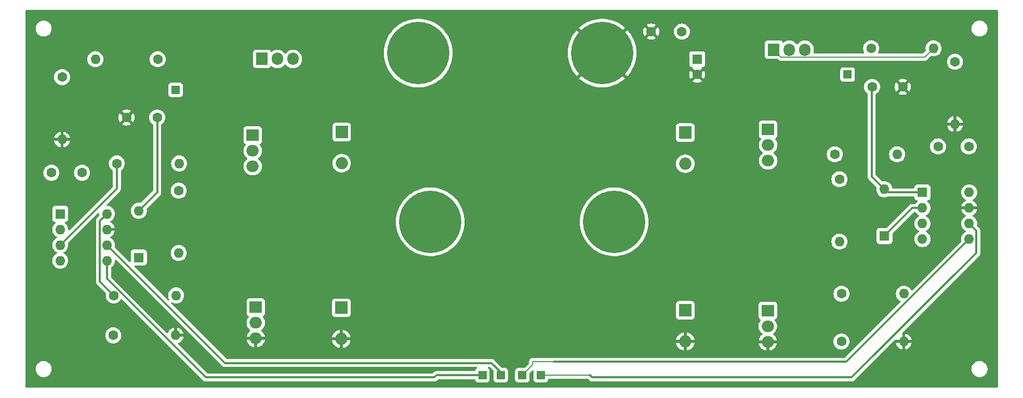
<source format=gbl>
G04 #@! TF.GenerationSoftware,KiCad,Pcbnew,8.0.6*
G04 #@! TF.CreationDate,2024-11-01T15:42:23-04:00*
G04 #@! TF.ProjectId,H_Bridge_KiCAD,485f4272-6964-4676-955f-4b694341442e,rev?*
G04 #@! TF.SameCoordinates,Original*
G04 #@! TF.FileFunction,Copper,L2,Bot*
G04 #@! TF.FilePolarity,Positive*
%FSLAX46Y46*%
G04 Gerber Fmt 4.6, Leading zero omitted, Abs format (unit mm)*
G04 Created by KiCad (PCBNEW 8.0.6) date 2024-11-01 15:42:23*
%MOMM*%
%LPD*%
G01*
G04 APERTURE LIST*
G04 #@! TA.AperFunction,ComponentPad*
%ADD10R,2.000000X2.000000*%
G04 #@! TD*
G04 #@! TA.AperFunction,ComponentPad*
%ADD11O,2.000000X2.000000*%
G04 #@! TD*
G04 #@! TA.AperFunction,ComponentPad*
%ADD12C,10.160000*%
G04 #@! TD*
G04 #@! TA.AperFunction,ComponentPad*
%ADD13R,2.000000X1.905000*%
G04 #@! TD*
G04 #@! TA.AperFunction,ComponentPad*
%ADD14O,2.000000X1.905000*%
G04 #@! TD*
G04 #@! TA.AperFunction,ComponentPad*
%ADD15C,1.600000*%
G04 #@! TD*
G04 #@! TA.AperFunction,ComponentPad*
%ADD16O,1.600000X1.600000*%
G04 #@! TD*
G04 #@! TA.AperFunction,ComponentPad*
%ADD17R,1.905000X2.000000*%
G04 #@! TD*
G04 #@! TA.AperFunction,ComponentPad*
%ADD18O,1.905000X2.000000*%
G04 #@! TD*
G04 #@! TA.AperFunction,ComponentPad*
%ADD19R,1.600000X1.600000*%
G04 #@! TD*
G04 #@! TA.AperFunction,ComponentPad*
%ADD20R,1.350000X1.350000*%
G04 #@! TD*
G04 #@! TA.AperFunction,Conductor*
%ADD21C,0.300000*%
G04 #@! TD*
G04 #@! TA.AperFunction,Conductor*
%ADD22C,0.200000*%
G04 #@! TD*
G04 APERTURE END LIST*
D10*
X175055000Y-107420000D03*
D11*
X175055000Y-112500000D03*
D12*
X161500000Y-65500000D03*
X131530000Y-65500000D03*
D13*
X104555000Y-78880000D03*
D14*
X104555000Y-81420000D03*
X104555000Y-83960000D03*
D10*
X119055000Y-78380000D03*
D11*
X119055000Y-83460000D03*
D15*
X200520000Y-104720000D03*
D16*
X210680000Y-104720000D03*
D15*
X216250000Y-80720000D03*
X221250000Y-80720000D03*
D17*
X106055000Y-66460000D03*
D18*
X108595000Y-66460000D03*
X111135000Y-66460000D03*
D15*
X210500000Y-71000000D03*
X205500000Y-71000000D03*
D19*
X213700000Y-88200000D03*
D16*
X213700000Y-90740000D03*
X213700000Y-93280000D03*
X213700000Y-95820000D03*
X221320000Y-95820000D03*
X221320000Y-93280000D03*
X221320000Y-90740000D03*
X221320000Y-88200000D03*
D17*
X189460000Y-64945000D03*
D18*
X192000000Y-64945000D03*
X194540000Y-64945000D03*
D20*
X151500000Y-118000000D03*
X92000000Y-71500000D03*
D15*
X219000000Y-66920000D03*
D16*
X219000000Y-77080000D03*
D20*
X201500000Y-69000000D03*
D19*
X177000000Y-66500000D03*
D15*
X177000000Y-69000000D03*
D13*
X188500000Y-107460000D03*
D14*
X188500000Y-110000000D03*
X188500000Y-112540000D03*
D15*
X73500000Y-69420000D03*
D16*
X73500000Y-79580000D03*
D15*
X200180000Y-86060000D03*
D16*
X200180000Y-96220000D03*
D15*
X81920000Y-105000000D03*
D16*
X92080000Y-105000000D03*
D20*
X145000000Y-118000000D03*
D19*
X73200000Y-91700000D03*
D16*
X73200000Y-94240000D03*
X73200000Y-96780000D03*
X73200000Y-99320000D03*
X80820000Y-99320000D03*
X80820000Y-96780000D03*
X80820000Y-94240000D03*
X80820000Y-91700000D03*
D15*
X89080000Y-66500000D03*
D16*
X78920000Y-66500000D03*
D20*
X142000000Y-118000000D03*
D12*
X133500000Y-93000000D03*
X163470000Y-93000000D03*
D10*
X175055000Y-78460000D03*
D11*
X175055000Y-83540000D03*
D15*
X199420000Y-82000000D03*
D16*
X209580000Y-82000000D03*
D13*
X188555000Y-77960000D03*
D14*
X188555000Y-80500000D03*
X188555000Y-83040000D03*
D15*
X92500000Y-87920000D03*
D16*
X92500000Y-98080000D03*
D15*
X174500000Y-62000000D03*
X169500000Y-62000000D03*
X200500000Y-112500000D03*
D16*
X210660000Y-112500000D03*
D19*
X86000000Y-98810000D03*
D16*
X86000000Y-91190000D03*
D15*
X81840000Y-111500000D03*
D16*
X92000000Y-111500000D03*
D15*
X205340000Y-64720000D03*
D16*
X215500000Y-64720000D03*
D19*
X207500000Y-95310000D03*
D16*
X207500000Y-87690000D03*
D10*
X119000000Y-107000000D03*
D11*
X119000000Y-112080000D03*
D15*
X82420000Y-83500000D03*
D16*
X92580000Y-83500000D03*
D20*
X148500000Y-118000000D03*
D15*
X76750000Y-85000000D03*
X71750000Y-85000000D03*
X84000000Y-76000000D03*
X89000000Y-76000000D03*
D13*
X105055000Y-106920000D03*
D14*
X105055000Y-109460000D03*
X105055000Y-112000000D03*
D21*
X89000000Y-76000000D02*
X89000000Y-88190000D01*
X89000000Y-88190000D02*
X86000000Y-91190000D01*
X101490000Y-112000000D02*
X105055000Y-112000000D01*
X205430000Y-71220000D02*
X205430000Y-85620000D01*
X207690000Y-87690000D02*
X208200000Y-88200000D01*
X207500000Y-87690000D02*
X207690000Y-87690000D01*
X208200000Y-88200000D02*
X213700000Y-88200000D01*
X205430000Y-85620000D02*
X207500000Y-87690000D01*
X212070000Y-90740000D02*
X207500000Y-95310000D01*
X213700000Y-90740000D02*
X212070000Y-90740000D01*
D22*
X190660000Y-66145000D02*
X214075000Y-66145000D01*
X214075000Y-66145000D02*
X215500000Y-64720000D01*
X189460000Y-64945000D02*
X190660000Y-66145000D01*
D21*
X82420000Y-87560000D02*
X73200000Y-96780000D01*
X82420000Y-83500000D02*
X82420000Y-87560000D01*
X81920000Y-105000000D02*
X79670000Y-102750000D01*
X79670000Y-102750000D02*
X79670000Y-92850000D01*
X79670000Y-92850000D02*
X80820000Y-91700000D01*
X145000000Y-117500000D02*
X145000000Y-118000000D01*
X80820000Y-96780000D02*
X100040000Y-116000000D01*
X100040000Y-116000000D02*
X143500000Y-116000000D01*
X143500000Y-116000000D02*
X145000000Y-117500000D01*
X96910346Y-118364000D02*
X134136000Y-118364000D01*
X134500000Y-118000000D02*
X142000000Y-118000000D01*
X80820000Y-99320000D02*
X80820000Y-102273654D01*
X80820000Y-102273654D02*
X96910346Y-118364000D01*
X134136000Y-118364000D02*
X134500000Y-118000000D01*
D22*
X150176000Y-116324000D02*
X150176000Y-115824000D01*
D21*
X201316000Y-115824000D02*
X153676000Y-115824000D01*
X221320000Y-95820000D02*
X201316000Y-115824000D01*
D22*
X150176000Y-115824000D02*
X153676000Y-115824000D01*
X148500000Y-118000000D02*
X150176000Y-116324000D01*
D21*
X222470000Y-94430000D02*
X222470000Y-98078000D01*
X222470000Y-98078000D02*
X202184000Y-118364000D01*
X221320000Y-93280000D02*
X222470000Y-94430000D01*
X159864000Y-118364000D02*
X159500000Y-118000000D01*
D22*
X151500000Y-118000000D02*
X159500000Y-118000000D01*
D21*
X202184000Y-118364000D02*
X159864000Y-118364000D01*
G04 #@! TA.AperFunction,Conductor*
G36*
X82321249Y-99203399D02*
G01*
X82336208Y-99216154D01*
X99625325Y-116505272D01*
X99625331Y-116505277D01*
X99731874Y-116576466D01*
X99801221Y-116605189D01*
X99850256Y-116625501D01*
X99850259Y-116625501D01*
X99850260Y-116625502D01*
X99975928Y-116650500D01*
X99975931Y-116650500D01*
X141019344Y-116650500D01*
X141086383Y-116670185D01*
X141132138Y-116722989D01*
X141142082Y-116792147D01*
X141113057Y-116855703D01*
X141089106Y-116875003D01*
X141089769Y-116875888D01*
X140967455Y-116967452D01*
X140967452Y-116967455D01*
X140881206Y-117082664D01*
X140881202Y-117082671D01*
X140830908Y-117217516D01*
X140828625Y-117238757D01*
X140801886Y-117303308D01*
X140744493Y-117343155D01*
X140705336Y-117349500D01*
X134435929Y-117349500D01*
X134310261Y-117374497D01*
X134310255Y-117374499D01*
X134191874Y-117423534D01*
X134085325Y-117494727D01*
X133902873Y-117677181D01*
X133841550Y-117710666D01*
X133815192Y-117713500D01*
X97231154Y-117713500D01*
X97164115Y-117693815D01*
X97143473Y-117677181D01*
X92397907Y-112931615D01*
X92364422Y-112870292D01*
X92369406Y-112800600D01*
X92411278Y-112744667D01*
X92443181Y-112727411D01*
X92446325Y-112726266D01*
X92652482Y-112630134D01*
X92838820Y-112499657D01*
X92999657Y-112338820D01*
X93130134Y-112152482D01*
X93226265Y-111946326D01*
X93226269Y-111946317D01*
X93278872Y-111750000D01*
X92315686Y-111750000D01*
X92320080Y-111745606D01*
X92372741Y-111654394D01*
X92400000Y-111552661D01*
X92400000Y-111447339D01*
X92372741Y-111345606D01*
X92320080Y-111254394D01*
X92315686Y-111250000D01*
X93278872Y-111250000D01*
X93278872Y-111249999D01*
X93226269Y-111053682D01*
X93226265Y-111053673D01*
X93130134Y-110847517D01*
X92999657Y-110661179D01*
X92838820Y-110500342D01*
X92652482Y-110369865D01*
X92446328Y-110273734D01*
X92250000Y-110221127D01*
X92250000Y-111184314D01*
X92245606Y-111179920D01*
X92154394Y-111127259D01*
X92052661Y-111100000D01*
X91947339Y-111100000D01*
X91845606Y-111127259D01*
X91754394Y-111179920D01*
X91750000Y-111184314D01*
X91750000Y-110221127D01*
X91553671Y-110273734D01*
X91347517Y-110369865D01*
X91161179Y-110500342D01*
X91000342Y-110661179D01*
X90869865Y-110847517D01*
X90773730Y-111053681D01*
X90772582Y-111056835D01*
X90771703Y-111058028D01*
X90771445Y-111058582D01*
X90771333Y-111058530D01*
X90731149Y-111113094D01*
X90665878Y-111138022D01*
X90597491Y-111123705D01*
X90568384Y-111102092D01*
X81506819Y-102040527D01*
X81473334Y-101979204D01*
X81470500Y-101952846D01*
X81470500Y-100516682D01*
X81490185Y-100449643D01*
X81523371Y-100415111D01*
X81659139Y-100320047D01*
X81820047Y-100159139D01*
X81950568Y-99972734D01*
X82046739Y-99766496D01*
X82105635Y-99546692D01*
X82125468Y-99320000D01*
X82124999Y-99314644D01*
X82138763Y-99246146D01*
X82187377Y-99195962D01*
X82255405Y-99180026D01*
X82321249Y-99203399D01*
G37*
G04 #@! TD.AperFunction*
G04 #@! TA.AperFunction,Conductor*
G36*
X225942539Y-58520185D02*
G01*
X225988294Y-58572989D01*
X225999500Y-58624500D01*
X225999500Y-119891500D01*
X225979815Y-119958539D01*
X225927011Y-120004294D01*
X225875500Y-120015500D01*
X67624500Y-120015500D01*
X67557461Y-119995815D01*
X67511706Y-119943011D01*
X67500500Y-119891500D01*
X67500500Y-116897648D01*
X69199500Y-116897648D01*
X69199500Y-117102351D01*
X69231522Y-117304534D01*
X69294781Y-117499223D01*
X69358691Y-117624653D01*
X69385456Y-117677181D01*
X69387715Y-117681613D01*
X69508028Y-117847213D01*
X69652786Y-117991971D01*
X69807749Y-118104556D01*
X69818390Y-118112287D01*
X69934607Y-118171503D01*
X70000776Y-118205218D01*
X70000778Y-118205218D01*
X70000781Y-118205220D01*
X70105137Y-118239127D01*
X70195465Y-118268477D01*
X70296557Y-118284488D01*
X70397648Y-118300500D01*
X70397649Y-118300500D01*
X70602351Y-118300500D01*
X70602352Y-118300500D01*
X70804534Y-118268477D01*
X70999219Y-118205220D01*
X71181610Y-118112287D01*
X71274590Y-118044732D01*
X71347213Y-117991971D01*
X71347215Y-117991968D01*
X71347219Y-117991966D01*
X71491966Y-117847219D01*
X71491968Y-117847215D01*
X71491971Y-117847213D01*
X71544732Y-117774590D01*
X71612287Y-117681610D01*
X71705220Y-117499219D01*
X71768477Y-117304534D01*
X71800500Y-117102352D01*
X71800500Y-116897648D01*
X71797895Y-116881202D01*
X71768477Y-116695465D01*
X71739127Y-116605137D01*
X71705220Y-116500781D01*
X71705218Y-116500778D01*
X71705218Y-116500776D01*
X71645501Y-116383577D01*
X71612287Y-116318390D01*
X71604556Y-116307749D01*
X71491971Y-116152786D01*
X71347213Y-116008028D01*
X71181613Y-115887715D01*
X71181612Y-115887714D01*
X71181610Y-115887713D01*
X71124653Y-115858691D01*
X70999223Y-115794781D01*
X70804534Y-115731522D01*
X70629995Y-115703878D01*
X70602352Y-115699500D01*
X70397648Y-115699500D01*
X70373329Y-115703351D01*
X70195465Y-115731522D01*
X70000776Y-115794781D01*
X69818386Y-115887715D01*
X69652786Y-116008028D01*
X69508028Y-116152786D01*
X69387715Y-116318386D01*
X69294781Y-116500776D01*
X69231522Y-116695465D01*
X69199500Y-116897648D01*
X67500500Y-116897648D01*
X67500500Y-111499998D01*
X80534532Y-111499998D01*
X80534532Y-111500001D01*
X80554364Y-111726686D01*
X80554366Y-111726697D01*
X80613258Y-111946488D01*
X80613261Y-111946497D01*
X80709431Y-112152732D01*
X80709432Y-112152734D01*
X80839954Y-112339141D01*
X81000858Y-112500045D01*
X81000861Y-112500047D01*
X81187266Y-112630568D01*
X81393504Y-112726739D01*
X81613308Y-112785635D01*
X81775230Y-112799801D01*
X81839998Y-112805468D01*
X81840000Y-112805468D01*
X81840002Y-112805468D01*
X81896673Y-112800509D01*
X82066692Y-112785635D01*
X82286496Y-112726739D01*
X82492734Y-112630568D01*
X82679139Y-112500047D01*
X82840047Y-112339139D01*
X82970568Y-112152734D01*
X83066739Y-111946496D01*
X83125635Y-111726692D01*
X83145468Y-111500000D01*
X83125635Y-111273308D01*
X83066787Y-111053682D01*
X83066741Y-111053511D01*
X83066738Y-111053502D01*
X83029029Y-110972635D01*
X82970568Y-110847266D01*
X82840047Y-110660861D01*
X82840045Y-110660858D01*
X82679141Y-110499954D01*
X82492734Y-110369432D01*
X82492732Y-110369431D01*
X82286497Y-110273261D01*
X82286488Y-110273258D01*
X82066697Y-110214366D01*
X82066693Y-110214365D01*
X82066692Y-110214365D01*
X82066691Y-110214364D01*
X82066686Y-110214364D01*
X81840002Y-110194532D01*
X81839998Y-110194532D01*
X81613313Y-110214364D01*
X81613302Y-110214366D01*
X81393511Y-110273258D01*
X81393502Y-110273261D01*
X81187267Y-110369431D01*
X81187265Y-110369432D01*
X81000858Y-110499954D01*
X80839954Y-110660858D01*
X80709432Y-110847265D01*
X80709431Y-110847267D01*
X80613261Y-111053502D01*
X80613258Y-111053511D01*
X80554366Y-111273302D01*
X80554364Y-111273313D01*
X80534532Y-111499998D01*
X67500500Y-111499998D01*
X67500500Y-94239998D01*
X71894532Y-94239998D01*
X71894532Y-94240001D01*
X71914364Y-94466686D01*
X71914366Y-94466697D01*
X71973258Y-94686488D01*
X71973261Y-94686497D01*
X72069431Y-94892732D01*
X72069432Y-94892734D01*
X72199954Y-95079141D01*
X72360858Y-95240045D01*
X72360861Y-95240047D01*
X72547266Y-95370568D01*
X72604681Y-95397341D01*
X72605275Y-95397618D01*
X72657714Y-95443791D01*
X72676866Y-95510984D01*
X72656650Y-95577865D01*
X72605275Y-95622382D01*
X72547267Y-95649431D01*
X72547265Y-95649432D01*
X72360858Y-95779954D01*
X72199954Y-95940858D01*
X72069432Y-96127265D01*
X72069431Y-96127267D01*
X71973261Y-96333502D01*
X71973258Y-96333511D01*
X71914366Y-96553302D01*
X71914364Y-96553313D01*
X71894532Y-96779998D01*
X71894532Y-96780001D01*
X71914364Y-97006686D01*
X71914366Y-97006697D01*
X71973258Y-97226488D01*
X71973261Y-97226497D01*
X72069431Y-97432732D01*
X72069432Y-97432734D01*
X72199954Y-97619141D01*
X72360858Y-97780045D01*
X72360861Y-97780047D01*
X72547266Y-97910568D01*
X72605275Y-97937618D01*
X72657714Y-97983791D01*
X72676866Y-98050984D01*
X72656650Y-98117865D01*
X72605275Y-98162382D01*
X72547267Y-98189431D01*
X72547265Y-98189432D01*
X72360858Y-98319954D01*
X72199954Y-98480858D01*
X72069432Y-98667265D01*
X72069431Y-98667267D01*
X71973261Y-98873502D01*
X71973258Y-98873511D01*
X71914366Y-99093302D01*
X71914364Y-99093313D01*
X71894532Y-99319998D01*
X71894532Y-99320001D01*
X71914364Y-99546686D01*
X71914366Y-99546697D01*
X71973258Y-99766488D01*
X71973261Y-99766497D01*
X72069431Y-99972732D01*
X72069432Y-99972734D01*
X72199954Y-100159141D01*
X72360858Y-100320045D01*
X72360861Y-100320047D01*
X72547266Y-100450568D01*
X72753504Y-100546739D01*
X72973308Y-100605635D01*
X73135230Y-100619801D01*
X73199998Y-100625468D01*
X73200000Y-100625468D01*
X73200002Y-100625468D01*
X73256673Y-100620509D01*
X73426692Y-100605635D01*
X73646496Y-100546739D01*
X73852734Y-100450568D01*
X74039139Y-100320047D01*
X74200047Y-100159139D01*
X74330568Y-99972734D01*
X74426739Y-99766496D01*
X74485635Y-99546692D01*
X74505468Y-99320000D01*
X74485635Y-99093308D01*
X74426739Y-98873504D01*
X74330568Y-98667266D01*
X74200047Y-98480861D01*
X74200045Y-98480858D01*
X74039141Y-98319954D01*
X73852734Y-98189432D01*
X73852728Y-98189429D01*
X73794725Y-98162382D01*
X73742285Y-98116210D01*
X73723133Y-98049017D01*
X73743348Y-97982135D01*
X73794725Y-97937618D01*
X73852734Y-97910568D01*
X74039139Y-97780047D01*
X74200047Y-97619139D01*
X74330568Y-97432734D01*
X74426739Y-97226496D01*
X74485635Y-97006692D01*
X74505468Y-96780000D01*
X74485635Y-96553308D01*
X74474790Y-96512834D01*
X74476453Y-96442984D01*
X74506882Y-96393062D01*
X79303793Y-91596151D01*
X79365114Y-91562668D01*
X79434806Y-91567652D01*
X79490739Y-91609524D01*
X79515156Y-91674988D01*
X79515001Y-91694634D01*
X79514532Y-91699998D01*
X79514532Y-91700001D01*
X79534364Y-91926686D01*
X79534366Y-91926697D01*
X79545209Y-91967163D01*
X79543546Y-92037013D01*
X79513115Y-92086937D01*
X79164725Y-92435328D01*
X79164722Y-92435331D01*
X79122840Y-92498012D01*
X79122841Y-92498013D01*
X79093534Y-92541874D01*
X79044499Y-92660255D01*
X79044497Y-92660261D01*
X79019500Y-92785928D01*
X79019500Y-102814071D01*
X79036425Y-102899155D01*
X79036425Y-102899156D01*
X79044496Y-102939737D01*
X79044498Y-102939742D01*
X79093534Y-103058125D01*
X79164726Y-103164673D01*
X79164727Y-103164674D01*
X80613115Y-104613061D01*
X80646600Y-104674384D01*
X80645209Y-104732834D01*
X80634367Y-104773299D01*
X80634364Y-104773313D01*
X80614532Y-104999998D01*
X80614532Y-105000001D01*
X80634364Y-105226686D01*
X80634366Y-105226697D01*
X80693258Y-105446488D01*
X80693261Y-105446497D01*
X80789431Y-105652732D01*
X80789432Y-105652734D01*
X80919954Y-105839141D01*
X81080858Y-106000045D01*
X81090791Y-106007000D01*
X81267266Y-106130568D01*
X81473504Y-106226739D01*
X81693308Y-106285635D01*
X81855230Y-106299801D01*
X81919998Y-106305468D01*
X81920000Y-106305468D01*
X81920002Y-106305468D01*
X81976673Y-106300509D01*
X82146692Y-106285635D01*
X82366496Y-106226739D01*
X82572734Y-106130568D01*
X82759139Y-106000047D01*
X82920047Y-105839139D01*
X83050568Y-105652734D01*
X83050572Y-105652725D01*
X83053276Y-105648043D01*
X83055564Y-105649364D01*
X83094197Y-105605159D01*
X83161319Y-105585758D01*
X83228275Y-105605726D01*
X83248476Y-105622076D01*
X96495671Y-118869272D01*
X96495678Y-118869278D01*
X96602214Y-118940462D01*
X96602220Y-118940466D01*
X96671567Y-118969189D01*
X96720602Y-118989501D01*
X96720605Y-118989501D01*
X96720606Y-118989502D01*
X96846274Y-119014500D01*
X96846277Y-119014500D01*
X134200071Y-119014500D01*
X134284615Y-118997682D01*
X134325744Y-118989501D01*
X134444127Y-118940465D01*
X134470122Y-118923095D01*
X134478749Y-118917332D01*
X134502723Y-118901313D01*
X134550669Y-118869277D01*
X134733127Y-118686819D01*
X134794450Y-118653334D01*
X134820808Y-118650500D01*
X140705336Y-118650500D01*
X140772375Y-118670185D01*
X140818130Y-118722989D01*
X140828626Y-118761246D01*
X140830909Y-118782483D01*
X140881202Y-118917328D01*
X140881206Y-118917335D01*
X140967452Y-119032544D01*
X140967455Y-119032547D01*
X141082664Y-119118793D01*
X141082671Y-119118797D01*
X141217517Y-119169091D01*
X141217516Y-119169091D01*
X141224444Y-119169835D01*
X141277127Y-119175500D01*
X142722872Y-119175499D01*
X142782483Y-119169091D01*
X142917331Y-119118796D01*
X143032546Y-119032546D01*
X143118796Y-118917331D01*
X143169091Y-118782483D01*
X143175500Y-118722873D01*
X143175499Y-117277128D01*
X143169091Y-117217517D01*
X143126137Y-117102352D01*
X143118797Y-117082671D01*
X143118793Y-117082664D01*
X143032547Y-116967455D01*
X143032544Y-116967452D01*
X142910231Y-116875888D01*
X142911752Y-116873855D01*
X142871823Y-116833925D01*
X142856972Y-116765652D01*
X142881390Y-116700188D01*
X142937324Y-116658318D01*
X142980656Y-116650500D01*
X143179192Y-116650500D01*
X143246231Y-116670185D01*
X143266873Y-116686819D01*
X143788181Y-117208127D01*
X143821666Y-117269450D01*
X143824500Y-117295808D01*
X143824500Y-118722870D01*
X143824501Y-118722876D01*
X143830908Y-118782483D01*
X143881202Y-118917328D01*
X143881206Y-118917335D01*
X143967452Y-119032544D01*
X143967455Y-119032547D01*
X144082664Y-119118793D01*
X144082671Y-119118797D01*
X144217517Y-119169091D01*
X144217516Y-119169091D01*
X144224444Y-119169835D01*
X144277127Y-119175500D01*
X145722872Y-119175499D01*
X145782483Y-119169091D01*
X145917331Y-119118796D01*
X146032546Y-119032546D01*
X146118796Y-118917331D01*
X146169091Y-118782483D01*
X146175500Y-118722873D01*
X146175499Y-117277135D01*
X147324500Y-117277135D01*
X147324500Y-118722870D01*
X147324501Y-118722876D01*
X147330908Y-118782483D01*
X147381202Y-118917328D01*
X147381206Y-118917335D01*
X147467452Y-119032544D01*
X147467455Y-119032547D01*
X147582664Y-119118793D01*
X147582671Y-119118797D01*
X147717517Y-119169091D01*
X147717516Y-119169091D01*
X147724444Y-119169835D01*
X147777127Y-119175500D01*
X149222872Y-119175499D01*
X149282483Y-119169091D01*
X149417331Y-119118796D01*
X149532546Y-119032546D01*
X149618796Y-118917331D01*
X149669091Y-118782483D01*
X149675500Y-118722873D01*
X149675499Y-117725095D01*
X149695183Y-117658057D01*
X149711813Y-117637420D01*
X150112821Y-117236412D01*
X150174142Y-117202929D01*
X150243834Y-117207913D01*
X150299767Y-117249785D01*
X150324184Y-117315249D01*
X150324500Y-117324095D01*
X150324500Y-118722870D01*
X150324501Y-118722876D01*
X150330908Y-118782483D01*
X150381202Y-118917328D01*
X150381206Y-118917335D01*
X150467452Y-119032544D01*
X150467455Y-119032547D01*
X150582664Y-119118793D01*
X150582671Y-119118797D01*
X150717517Y-119169091D01*
X150717516Y-119169091D01*
X150724444Y-119169835D01*
X150777127Y-119175500D01*
X152222872Y-119175499D01*
X152282483Y-119169091D01*
X152417331Y-119118796D01*
X152532546Y-119032546D01*
X152618796Y-118917331D01*
X152669091Y-118782483D01*
X152675500Y-118722873D01*
X152675500Y-118722845D01*
X152675678Y-118719548D01*
X152676934Y-118719615D01*
X152695185Y-118657461D01*
X152747989Y-118611706D01*
X152799500Y-118600500D01*
X159129192Y-118600500D01*
X159196231Y-118620185D01*
X159216873Y-118636819D01*
X159449325Y-118869272D01*
X159449328Y-118869275D01*
X159521251Y-118917332D01*
X159521250Y-118917332D01*
X159547245Y-118934700D01*
X159555873Y-118940465D01*
X159674256Y-118989501D01*
X159674260Y-118989501D01*
X159674261Y-118989502D01*
X159799928Y-119014500D01*
X159799931Y-119014500D01*
X202248071Y-119014500D01*
X202332615Y-118997682D01*
X202373744Y-118989501D01*
X202492127Y-118940465D01*
X202518122Y-118923095D01*
X202526749Y-118917332D01*
X202550723Y-118901313D01*
X202598669Y-118869277D01*
X204570298Y-116897648D01*
X221699500Y-116897648D01*
X221699500Y-117102351D01*
X221731522Y-117304534D01*
X221794781Y-117499223D01*
X221858691Y-117624653D01*
X221885456Y-117677181D01*
X221887715Y-117681613D01*
X222008028Y-117847213D01*
X222152786Y-117991971D01*
X222307749Y-118104556D01*
X222318390Y-118112287D01*
X222434607Y-118171503D01*
X222500776Y-118205218D01*
X222500778Y-118205218D01*
X222500781Y-118205220D01*
X222605137Y-118239127D01*
X222695465Y-118268477D01*
X222796557Y-118284488D01*
X222897648Y-118300500D01*
X222897649Y-118300500D01*
X223102351Y-118300500D01*
X223102352Y-118300500D01*
X223304534Y-118268477D01*
X223499219Y-118205220D01*
X223681610Y-118112287D01*
X223774590Y-118044732D01*
X223847213Y-117991971D01*
X223847215Y-117991968D01*
X223847219Y-117991966D01*
X223991966Y-117847219D01*
X223991968Y-117847215D01*
X223991971Y-117847213D01*
X224044732Y-117774590D01*
X224112287Y-117681610D01*
X224205220Y-117499219D01*
X224268477Y-117304534D01*
X224300500Y-117102352D01*
X224300500Y-116897648D01*
X224297895Y-116881202D01*
X224268477Y-116695465D01*
X224239127Y-116605137D01*
X224205220Y-116500781D01*
X224205218Y-116500778D01*
X224205218Y-116500776D01*
X224145501Y-116383577D01*
X224112287Y-116318390D01*
X224104556Y-116307749D01*
X223991971Y-116152786D01*
X223847213Y-116008028D01*
X223681613Y-115887715D01*
X223681612Y-115887714D01*
X223681610Y-115887713D01*
X223624653Y-115858691D01*
X223499223Y-115794781D01*
X223304534Y-115731522D01*
X223129995Y-115703878D01*
X223102352Y-115699500D01*
X222897648Y-115699500D01*
X222873329Y-115703351D01*
X222695465Y-115731522D01*
X222500776Y-115794781D01*
X222318386Y-115887715D01*
X222152786Y-116008028D01*
X222008028Y-116152786D01*
X221887715Y-116318386D01*
X221794781Y-116500776D01*
X221731522Y-116695465D01*
X221699500Y-116897648D01*
X204570298Y-116897648D01*
X209210300Y-112257645D01*
X209271619Y-112224163D01*
X209341311Y-112229147D01*
X209369516Y-112250000D01*
X210344314Y-112250000D01*
X210339920Y-112254394D01*
X210287259Y-112345606D01*
X210260000Y-112447339D01*
X210260000Y-112552661D01*
X210287259Y-112654394D01*
X210339920Y-112745606D01*
X210344314Y-112750000D01*
X209381128Y-112750000D01*
X209433730Y-112946317D01*
X209433734Y-112946326D01*
X209529865Y-113152482D01*
X209660342Y-113338820D01*
X209821179Y-113499657D01*
X210007517Y-113630134D01*
X210213673Y-113726265D01*
X210213682Y-113726269D01*
X210409999Y-113778872D01*
X210410000Y-113778871D01*
X210410000Y-112815686D01*
X210414394Y-112820080D01*
X210505606Y-112872741D01*
X210607339Y-112900000D01*
X210712661Y-112900000D01*
X210814394Y-112872741D01*
X210905606Y-112820080D01*
X210910000Y-112815686D01*
X210910000Y-113778872D01*
X211106317Y-113726269D01*
X211106326Y-113726265D01*
X211312482Y-113630134D01*
X211498820Y-113499657D01*
X211659657Y-113338820D01*
X211790134Y-113152482D01*
X211886265Y-112946326D01*
X211886269Y-112946317D01*
X211938872Y-112750000D01*
X210975686Y-112750000D01*
X210980080Y-112745606D01*
X211032741Y-112654394D01*
X211060000Y-112552661D01*
X211060000Y-112447339D01*
X211032741Y-112345606D01*
X210980080Y-112254394D01*
X210975686Y-112250000D01*
X211938872Y-112250000D01*
X211938872Y-112249999D01*
X211886269Y-112053682D01*
X211886265Y-112053673D01*
X211790134Y-111847517D01*
X211659657Y-111661179D01*
X211498820Y-111500342D01*
X211312482Y-111369865D01*
X211106328Y-111273734D01*
X210910000Y-111221127D01*
X210910000Y-112184314D01*
X210905606Y-112179920D01*
X210814394Y-112127259D01*
X210712661Y-112100000D01*
X210607339Y-112100000D01*
X210505606Y-112127259D01*
X210414394Y-112179920D01*
X210410000Y-112184314D01*
X210410000Y-111209177D01*
X210388640Y-111179925D01*
X210384485Y-111110179D01*
X210417645Y-111050300D01*
X222975276Y-98492670D01*
X223046465Y-98386127D01*
X223095501Y-98267744D01*
X223101822Y-98235965D01*
X223120500Y-98142069D01*
X223120500Y-94365931D01*
X223120500Y-94365928D01*
X223095502Y-94240261D01*
X223095501Y-94240260D01*
X223095501Y-94240256D01*
X223056415Y-94145894D01*
X223046466Y-94121874D01*
X223009268Y-94066202D01*
X222975278Y-94015332D01*
X222975272Y-94015325D01*
X222626884Y-93666938D01*
X222593399Y-93605615D01*
X222594791Y-93547162D01*
X222605633Y-93506699D01*
X222605632Y-93506699D01*
X222605635Y-93506692D01*
X222625468Y-93280000D01*
X222605635Y-93053308D01*
X222553181Y-92857546D01*
X222546741Y-92833511D01*
X222546738Y-92833502D01*
X222504224Y-92742331D01*
X222450568Y-92627266D01*
X222320047Y-92440861D01*
X222320045Y-92440858D01*
X222159141Y-92279954D01*
X221972734Y-92149432D01*
X221972732Y-92149431D01*
X221914725Y-92122382D01*
X221914132Y-92122105D01*
X221861694Y-92075934D01*
X221842542Y-92008740D01*
X221862758Y-91941859D01*
X221914134Y-91897341D01*
X221972484Y-91870132D01*
X222158820Y-91739657D01*
X222319657Y-91578820D01*
X222450134Y-91392482D01*
X222546265Y-91186326D01*
X222546269Y-91186317D01*
X222598872Y-90990000D01*
X221635686Y-90990000D01*
X221640080Y-90985606D01*
X221692741Y-90894394D01*
X221720000Y-90792661D01*
X221720000Y-90687339D01*
X221692741Y-90585606D01*
X221640080Y-90494394D01*
X221635686Y-90490000D01*
X222598872Y-90490000D01*
X222598872Y-90489999D01*
X222546269Y-90293682D01*
X222546265Y-90293673D01*
X222450134Y-90087517D01*
X222319657Y-89901179D01*
X222158820Y-89740342D01*
X221972482Y-89609865D01*
X221914133Y-89582657D01*
X221861694Y-89536484D01*
X221842542Y-89469291D01*
X221862758Y-89402410D01*
X221914129Y-89357895D01*
X221972734Y-89330568D01*
X222159139Y-89200047D01*
X222320047Y-89039139D01*
X222450568Y-88852734D01*
X222546739Y-88646496D01*
X222605635Y-88426692D01*
X222625468Y-88200000D01*
X222605635Y-87973308D01*
X222546739Y-87753504D01*
X222450568Y-87547266D01*
X222320047Y-87360861D01*
X222320045Y-87360858D01*
X222159141Y-87199954D01*
X221972734Y-87069432D01*
X221972732Y-87069431D01*
X221766497Y-86973261D01*
X221766488Y-86973258D01*
X221546697Y-86914366D01*
X221546693Y-86914365D01*
X221546692Y-86914365D01*
X221546691Y-86914364D01*
X221546686Y-86914364D01*
X221320002Y-86894532D01*
X221319998Y-86894532D01*
X221093313Y-86914364D01*
X221093302Y-86914366D01*
X220873511Y-86973258D01*
X220873502Y-86973261D01*
X220667267Y-87069431D01*
X220667265Y-87069432D01*
X220480858Y-87199954D01*
X220319954Y-87360858D01*
X220189432Y-87547265D01*
X220189431Y-87547267D01*
X220093261Y-87753502D01*
X220093258Y-87753511D01*
X220034366Y-87973302D01*
X220034364Y-87973313D01*
X220014532Y-88199998D01*
X220014532Y-88200001D01*
X220030257Y-88379745D01*
X220034365Y-88426692D01*
X220034366Y-88426694D01*
X220093258Y-88646488D01*
X220093261Y-88646497D01*
X220189431Y-88852732D01*
X220189432Y-88852734D01*
X220319954Y-89039141D01*
X220480858Y-89200045D01*
X220517166Y-89225468D01*
X220667266Y-89330568D01*
X220725865Y-89357893D01*
X220778305Y-89404065D01*
X220797457Y-89471258D01*
X220777242Y-89538139D01*
X220725867Y-89582657D01*
X220667515Y-89609867D01*
X220481179Y-89740342D01*
X220320342Y-89901179D01*
X220189865Y-90087517D01*
X220093734Y-90293673D01*
X220093730Y-90293682D01*
X220041127Y-90489999D01*
X220041128Y-90490000D01*
X221004314Y-90490000D01*
X220999920Y-90494394D01*
X220947259Y-90585606D01*
X220920000Y-90687339D01*
X220920000Y-90792661D01*
X220947259Y-90894394D01*
X220999920Y-90985606D01*
X221004314Y-90990000D01*
X220041128Y-90990000D01*
X220093730Y-91186317D01*
X220093734Y-91186326D01*
X220189865Y-91392482D01*
X220320342Y-91578820D01*
X220481179Y-91739657D01*
X220667518Y-91870134D01*
X220667520Y-91870135D01*
X220725865Y-91897342D01*
X220778305Y-91943514D01*
X220797457Y-92010707D01*
X220777242Y-92077589D01*
X220725867Y-92122105D01*
X220667268Y-92149431D01*
X220667264Y-92149433D01*
X220480858Y-92279954D01*
X220319954Y-92440858D01*
X220189432Y-92627265D01*
X220189431Y-92627267D01*
X220093261Y-92833502D01*
X220093258Y-92833511D01*
X220034366Y-93053302D01*
X220034364Y-93053313D01*
X220014532Y-93279998D01*
X220014532Y-93280001D01*
X220034364Y-93506686D01*
X220034366Y-93506697D01*
X220093258Y-93726488D01*
X220093261Y-93726497D01*
X220189431Y-93932732D01*
X220189432Y-93932734D01*
X220319954Y-94119141D01*
X220480858Y-94280045D01*
X220480861Y-94280047D01*
X220667266Y-94410568D01*
X220725275Y-94437618D01*
X220777714Y-94483791D01*
X220796866Y-94550984D01*
X220776650Y-94617865D01*
X220725275Y-94662382D01*
X220667267Y-94689431D01*
X220667265Y-94689432D01*
X220480858Y-94819954D01*
X220319954Y-94980858D01*
X220189432Y-95167265D01*
X220189431Y-95167267D01*
X220093261Y-95373502D01*
X220093258Y-95373511D01*
X220034366Y-95593302D01*
X220034364Y-95593313D01*
X220014532Y-95819998D01*
X220014532Y-95820001D01*
X220034364Y-96046686D01*
X220034366Y-96046697D01*
X220045209Y-96087163D01*
X220043546Y-96157013D01*
X220013115Y-96206937D01*
X212044620Y-104175432D01*
X211983297Y-104208917D01*
X211913605Y-104203933D01*
X211857672Y-104162061D01*
X211844557Y-104140156D01*
X211810568Y-104067267D01*
X211810567Y-104067265D01*
X211680045Y-103880858D01*
X211519141Y-103719954D01*
X211332734Y-103589432D01*
X211332732Y-103589431D01*
X211126497Y-103493261D01*
X211126488Y-103493258D01*
X210906697Y-103434366D01*
X210906693Y-103434365D01*
X210906692Y-103434365D01*
X210906691Y-103434364D01*
X210906686Y-103434364D01*
X210680002Y-103414532D01*
X210679998Y-103414532D01*
X210453313Y-103434364D01*
X210453302Y-103434366D01*
X210233511Y-103493258D01*
X210233502Y-103493261D01*
X210027267Y-103589431D01*
X210027265Y-103589432D01*
X209840858Y-103719954D01*
X209679954Y-103880858D01*
X209549432Y-104067265D01*
X209549431Y-104067267D01*
X209453261Y-104273502D01*
X209453258Y-104273511D01*
X209394366Y-104493302D01*
X209394364Y-104493313D01*
X209374532Y-104719998D01*
X209374532Y-104720001D01*
X209394364Y-104946686D01*
X209394366Y-104946697D01*
X209453258Y-105166488D01*
X209453261Y-105166497D01*
X209549431Y-105372732D01*
X209549432Y-105372734D01*
X209679954Y-105559141D01*
X209840858Y-105720045D01*
X209840861Y-105720047D01*
X210027266Y-105850568D01*
X210100156Y-105884557D01*
X210152595Y-105930729D01*
X210171747Y-105997923D01*
X210151531Y-106064804D01*
X210135432Y-106084620D01*
X201082873Y-115137181D01*
X201021550Y-115170666D01*
X200995192Y-115173500D01*
X153611929Y-115173500D01*
X153486261Y-115198497D01*
X153486251Y-115198500D01*
X153448685Y-115214061D01*
X153401233Y-115223500D01*
X150096943Y-115223500D01*
X149944216Y-115264423D01*
X149944209Y-115264426D01*
X149807290Y-115343475D01*
X149807282Y-115343481D01*
X149695481Y-115455282D01*
X149695475Y-115455290D01*
X149616426Y-115592209D01*
X149616423Y-115592216D01*
X149575500Y-115744943D01*
X149575500Y-116023902D01*
X149555815Y-116090941D01*
X149539181Y-116111583D01*
X148862582Y-116788181D01*
X148801259Y-116821666D01*
X148774901Y-116824500D01*
X147777129Y-116824500D01*
X147777123Y-116824501D01*
X147717516Y-116830908D01*
X147582671Y-116881202D01*
X147582664Y-116881206D01*
X147467455Y-116967452D01*
X147467452Y-116967455D01*
X147381206Y-117082664D01*
X147381202Y-117082671D01*
X147330908Y-117217517D01*
X147325325Y-117269450D01*
X147324501Y-117277123D01*
X147324500Y-117277135D01*
X146175499Y-117277135D01*
X146175499Y-117277128D01*
X146169091Y-117217517D01*
X146126137Y-117102352D01*
X146118797Y-117082671D01*
X146118793Y-117082664D01*
X146032547Y-116967455D01*
X146032544Y-116967452D01*
X145917335Y-116881206D01*
X145917328Y-116881202D01*
X145782482Y-116830908D01*
X145782483Y-116830908D01*
X145722883Y-116824501D01*
X145722881Y-116824500D01*
X145722873Y-116824500D01*
X145722865Y-116824500D01*
X145295808Y-116824500D01*
X145228769Y-116804815D01*
X145208127Y-116788181D01*
X143914674Y-115494727D01*
X143914673Y-115494726D01*
X143855640Y-115455282D01*
X143808127Y-115423535D01*
X143689744Y-115374499D01*
X143689738Y-115374497D01*
X143564071Y-115349500D01*
X143564069Y-115349500D01*
X100360808Y-115349500D01*
X100293769Y-115329815D01*
X100273127Y-115313181D01*
X91293544Y-106333598D01*
X91260059Y-106272275D01*
X91265043Y-106202583D01*
X91306915Y-106146650D01*
X91372379Y-106122233D01*
X91433627Y-106133534D01*
X91633504Y-106226739D01*
X91853308Y-106285635D01*
X92015230Y-106299801D01*
X92079998Y-106305468D01*
X92080000Y-106305468D01*
X92080002Y-106305468D01*
X92136673Y-106300509D01*
X92306692Y-106285635D01*
X92526496Y-106226739D01*
X92732734Y-106130568D01*
X92919139Y-106000047D01*
X92999551Y-105919635D01*
X103554500Y-105919635D01*
X103554500Y-107920370D01*
X103554501Y-107920376D01*
X103560908Y-107979983D01*
X103611202Y-108114828D01*
X103611206Y-108114835D01*
X103697452Y-108230044D01*
X103697455Y-108230047D01*
X103812664Y-108316293D01*
X103812669Y-108316296D01*
X103840539Y-108326690D01*
X103896473Y-108368561D01*
X103920891Y-108434024D01*
X103906040Y-108502298D01*
X103897525Y-108515759D01*
X103764783Y-108698461D01*
X103660950Y-108902244D01*
X103590278Y-109119750D01*
X103590278Y-109119753D01*
X103554500Y-109345646D01*
X103554500Y-109574353D01*
X103590278Y-109800246D01*
X103590278Y-109800249D01*
X103660950Y-110017755D01*
X103710170Y-110114354D01*
X103764783Y-110221538D01*
X103899214Y-110406566D01*
X104060934Y-110568286D01*
X104145864Y-110629991D01*
X104188529Y-110685321D01*
X104194508Y-110754935D01*
X104161902Y-110816730D01*
X104145864Y-110830627D01*
X104061257Y-110892097D01*
X103899597Y-111053757D01*
X103765211Y-111238723D01*
X103661417Y-111442429D01*
X103590765Y-111659871D01*
X103576491Y-111750000D01*
X104564252Y-111750000D01*
X104542482Y-111787708D01*
X104505000Y-111927591D01*
X104505000Y-112072409D01*
X104542482Y-112212292D01*
X104564252Y-112250000D01*
X103576491Y-112250000D01*
X103590765Y-112340128D01*
X103661417Y-112557570D01*
X103765211Y-112761276D01*
X103899597Y-112946242D01*
X104061257Y-113107902D01*
X104246223Y-113242288D01*
X104449929Y-113346082D01*
X104667371Y-113416734D01*
X104805000Y-113438532D01*
X104805000Y-112490747D01*
X104842708Y-112512518D01*
X104982591Y-112550000D01*
X105127409Y-112550000D01*
X105267292Y-112512518D01*
X105305000Y-112490747D01*
X105305000Y-113438531D01*
X105442628Y-113416734D01*
X105660070Y-113346082D01*
X105863776Y-113242288D01*
X106048742Y-113107902D01*
X106210402Y-112946242D01*
X106344788Y-112761276D01*
X106448582Y-112557570D01*
X106519234Y-112340128D01*
X106533509Y-112250000D01*
X105545748Y-112250000D01*
X105567518Y-112212292D01*
X105605000Y-112072409D01*
X105605000Y-111927591D01*
X105578850Y-111830000D01*
X117515960Y-111830000D01*
X118509252Y-111830000D01*
X118487482Y-111867708D01*
X118450000Y-112007591D01*
X118450000Y-112152409D01*
X118487482Y-112292292D01*
X118509252Y-112330000D01*
X117515960Y-112330000D01*
X117576411Y-112568716D01*
X117676267Y-112796367D01*
X117812232Y-113004478D01*
X117980592Y-113187364D01*
X117980602Y-113187373D01*
X118176762Y-113340051D01*
X118176771Y-113340057D01*
X118395385Y-113458364D01*
X118395396Y-113458369D01*
X118630507Y-113539083D01*
X118749999Y-113559023D01*
X118750000Y-113559022D01*
X118750000Y-112570747D01*
X118787708Y-112592518D01*
X118927591Y-112630000D01*
X119072409Y-112630000D01*
X119212292Y-112592518D01*
X119250000Y-112570747D01*
X119250000Y-113559023D01*
X119369492Y-113539083D01*
X119604603Y-113458369D01*
X119604614Y-113458364D01*
X119823228Y-113340057D01*
X119823237Y-113340051D01*
X120019397Y-113187373D01*
X120019407Y-113187364D01*
X120187767Y-113004478D01*
X120323732Y-112796367D01*
X120423588Y-112568716D01*
X120484040Y-112330000D01*
X119490748Y-112330000D01*
X119512518Y-112292292D01*
X119523850Y-112250000D01*
X173570960Y-112250000D01*
X174564252Y-112250000D01*
X174542482Y-112287708D01*
X174505000Y-112427591D01*
X174505000Y-112572409D01*
X174542482Y-112712292D01*
X174564252Y-112750000D01*
X173570960Y-112750000D01*
X173631411Y-112988716D01*
X173731267Y-113216367D01*
X173867232Y-113424478D01*
X174035592Y-113607364D01*
X174035602Y-113607373D01*
X174231762Y-113760051D01*
X174231771Y-113760057D01*
X174450385Y-113878364D01*
X174450396Y-113878369D01*
X174685507Y-113959083D01*
X174804999Y-113979023D01*
X174805000Y-113979022D01*
X174805000Y-112990747D01*
X174842708Y-113012518D01*
X174982591Y-113050000D01*
X175127409Y-113050000D01*
X175267292Y-113012518D01*
X175305000Y-112990747D01*
X175305000Y-113979023D01*
X175424492Y-113959083D01*
X175659603Y-113878369D01*
X175659614Y-113878364D01*
X175878228Y-113760057D01*
X175878237Y-113760051D01*
X176074397Y-113607373D01*
X176074407Y-113607364D01*
X176242767Y-113424478D01*
X176378732Y-113216367D01*
X176478588Y-112988716D01*
X176539040Y-112750000D01*
X175545748Y-112750000D01*
X175567518Y-112712292D01*
X175605000Y-112572409D01*
X175605000Y-112427591D01*
X175567518Y-112287708D01*
X175545748Y-112250000D01*
X176539040Y-112250000D01*
X176478588Y-112011283D01*
X176378732Y-111783632D01*
X176242767Y-111575521D01*
X176074407Y-111392635D01*
X176074397Y-111392626D01*
X175878237Y-111239948D01*
X175878228Y-111239942D01*
X175659614Y-111121635D01*
X175659603Y-111121630D01*
X175424492Y-111040916D01*
X175305000Y-111020976D01*
X175305000Y-112009252D01*
X175267292Y-111987482D01*
X175127409Y-111950000D01*
X174982591Y-111950000D01*
X174842708Y-111987482D01*
X174805000Y-112009252D01*
X174805000Y-111020976D01*
X174804999Y-111020976D01*
X174685507Y-111040916D01*
X174450396Y-111121630D01*
X174450385Y-111121635D01*
X174231771Y-111239942D01*
X174231762Y-111239948D01*
X174035602Y-111392626D01*
X174035592Y-111392635D01*
X173867232Y-111575521D01*
X173731267Y-111783632D01*
X173631411Y-112011283D01*
X173570960Y-112250000D01*
X119523850Y-112250000D01*
X119550000Y-112152409D01*
X119550000Y-112007591D01*
X119512518Y-111867708D01*
X119490748Y-111830000D01*
X120484040Y-111830000D01*
X120423588Y-111591283D01*
X120323732Y-111363632D01*
X120187767Y-111155521D01*
X120019407Y-110972635D01*
X120019397Y-110972626D01*
X119823237Y-110819948D01*
X119823228Y-110819942D01*
X119604614Y-110701635D01*
X119604603Y-110701630D01*
X119369492Y-110620916D01*
X119250000Y-110600976D01*
X119250000Y-111589252D01*
X119212292Y-111567482D01*
X119072409Y-111530000D01*
X118927591Y-111530000D01*
X118787708Y-111567482D01*
X118750000Y-111589252D01*
X118750000Y-110600976D01*
X118749999Y-110600976D01*
X118630507Y-110620916D01*
X118395396Y-110701630D01*
X118395385Y-110701635D01*
X118176771Y-110819942D01*
X118176762Y-110819948D01*
X117980602Y-110972626D01*
X117980592Y-110972635D01*
X117812232Y-111155521D01*
X117676267Y-111363632D01*
X117576411Y-111591283D01*
X117515960Y-111830000D01*
X105578850Y-111830000D01*
X105567518Y-111787708D01*
X105545748Y-111750000D01*
X106533509Y-111750000D01*
X106519234Y-111659871D01*
X106448582Y-111442429D01*
X106344788Y-111238723D01*
X106210402Y-111053757D01*
X106048742Y-110892097D01*
X105964135Y-110830626D01*
X105921470Y-110775296D01*
X105915491Y-110705682D01*
X105948097Y-110643887D01*
X105964125Y-110629999D01*
X106049066Y-110568286D01*
X106210786Y-110406566D01*
X106345217Y-110221538D01*
X106449048Y-110017758D01*
X106519722Y-109800245D01*
X106555500Y-109574354D01*
X106555500Y-109345646D01*
X106519722Y-109119755D01*
X106519721Y-109119751D01*
X106519721Y-109119750D01*
X106449049Y-108902244D01*
X106425636Y-108856293D01*
X106345217Y-108698462D01*
X106212472Y-108515755D01*
X106188994Y-108449953D01*
X106204819Y-108381899D01*
X106254925Y-108333204D01*
X106269455Y-108326692D01*
X106297331Y-108316296D01*
X106412546Y-108230046D01*
X106498796Y-108114831D01*
X106549091Y-107979983D01*
X106555500Y-107920373D01*
X106555499Y-105952135D01*
X117499500Y-105952135D01*
X117499500Y-108047870D01*
X117499501Y-108047876D01*
X117505908Y-108107483D01*
X117556202Y-108242328D01*
X117556206Y-108242335D01*
X117642452Y-108357544D01*
X117642455Y-108357547D01*
X117757664Y-108443793D01*
X117757671Y-108443797D01*
X117892517Y-108494091D01*
X117892516Y-108494091D01*
X117899444Y-108494835D01*
X117952127Y-108500500D01*
X120047872Y-108500499D01*
X120107483Y-108494091D01*
X120242331Y-108443796D01*
X120357546Y-108357546D01*
X120443796Y-108242331D01*
X120494091Y-108107483D01*
X120500500Y-108047873D01*
X120500499Y-106372135D01*
X173554500Y-106372135D01*
X173554500Y-108467870D01*
X173554501Y-108467876D01*
X173560908Y-108527483D01*
X173611202Y-108662328D01*
X173611206Y-108662335D01*
X173697452Y-108777544D01*
X173697455Y-108777547D01*
X173812664Y-108863793D01*
X173812671Y-108863797D01*
X173947517Y-108914091D01*
X173947516Y-108914091D01*
X173954444Y-108914835D01*
X174007127Y-108920500D01*
X176102872Y-108920499D01*
X176162483Y-108914091D01*
X176297331Y-108863796D01*
X176412546Y-108777546D01*
X176498796Y-108662331D01*
X176549091Y-108527483D01*
X176555500Y-108467873D01*
X176555499Y-106459635D01*
X186999500Y-106459635D01*
X186999500Y-108460370D01*
X186999501Y-108460376D01*
X187005908Y-108519983D01*
X187056202Y-108654828D01*
X187056206Y-108654835D01*
X187142452Y-108770044D01*
X187142455Y-108770047D01*
X187257664Y-108856293D01*
X187257669Y-108856296D01*
X187285539Y-108866690D01*
X187341473Y-108908561D01*
X187365891Y-108974024D01*
X187351040Y-109042298D01*
X187342525Y-109055759D01*
X187209783Y-109238461D01*
X187105950Y-109442244D01*
X187035278Y-109659750D01*
X187035278Y-109659753D01*
X186999500Y-109885646D01*
X186999500Y-110114353D01*
X187035278Y-110340246D01*
X187035278Y-110340249D01*
X187105950Y-110557755D01*
X187179258Y-110701630D01*
X187209783Y-110761538D01*
X187344214Y-110946566D01*
X187505934Y-111108286D01*
X187590864Y-111169991D01*
X187633529Y-111225321D01*
X187639508Y-111294935D01*
X187606902Y-111356730D01*
X187590864Y-111370627D01*
X187506257Y-111432097D01*
X187344597Y-111593757D01*
X187210211Y-111778723D01*
X187106417Y-111982429D01*
X187035765Y-112199871D01*
X187021491Y-112290000D01*
X188009252Y-112290000D01*
X187987482Y-112327708D01*
X187950000Y-112467591D01*
X187950000Y-112612409D01*
X187987482Y-112752292D01*
X188009252Y-112790000D01*
X187021491Y-112790000D01*
X187035765Y-112880128D01*
X187106417Y-113097570D01*
X187210211Y-113301276D01*
X187344597Y-113486242D01*
X187506257Y-113647902D01*
X187691223Y-113782288D01*
X187894929Y-113886082D01*
X188112371Y-113956734D01*
X188250000Y-113978532D01*
X188250000Y-113030747D01*
X188287708Y-113052518D01*
X188427591Y-113090000D01*
X188572409Y-113090000D01*
X188712292Y-113052518D01*
X188750000Y-113030747D01*
X188750000Y-113978531D01*
X188887628Y-113956734D01*
X189105070Y-113886082D01*
X189308776Y-113782288D01*
X189493742Y-113647902D01*
X189655402Y-113486242D01*
X189789788Y-113301276D01*
X189893582Y-113097570D01*
X189964234Y-112880128D01*
X189978509Y-112790000D01*
X188990748Y-112790000D01*
X189012518Y-112752292D01*
X189050000Y-112612409D01*
X189050000Y-112499998D01*
X199194532Y-112499998D01*
X199194532Y-112500001D01*
X199214364Y-112726686D01*
X199214366Y-112726697D01*
X199273258Y-112946488D01*
X199273261Y-112946497D01*
X199369431Y-113152732D01*
X199369432Y-113152734D01*
X199499954Y-113339141D01*
X199660858Y-113500045D01*
X199660861Y-113500047D01*
X199847266Y-113630568D01*
X200053504Y-113726739D01*
X200273308Y-113785635D01*
X200435230Y-113799801D01*
X200499998Y-113805468D01*
X200500000Y-113805468D01*
X200500002Y-113805468D01*
X200556673Y-113800509D01*
X200726692Y-113785635D01*
X200946496Y-113726739D01*
X201152734Y-113630568D01*
X201339139Y-113500047D01*
X201500047Y-113339139D01*
X201630568Y-113152734D01*
X201726739Y-112946496D01*
X201785635Y-112726692D01*
X201805468Y-112500000D01*
X201785635Y-112273308D01*
X201726739Y-112053504D01*
X201630568Y-111847266D01*
X201500047Y-111660861D01*
X201500045Y-111660858D01*
X201339141Y-111499954D01*
X201152734Y-111369432D01*
X201152732Y-111369431D01*
X200946497Y-111273261D01*
X200946488Y-111273258D01*
X200726697Y-111214366D01*
X200726693Y-111214365D01*
X200726692Y-111214365D01*
X200726691Y-111214364D01*
X200726686Y-111214364D01*
X200500002Y-111194532D01*
X200499998Y-111194532D01*
X200273313Y-111214364D01*
X200273302Y-111214366D01*
X200053511Y-111273258D01*
X200053502Y-111273261D01*
X199847267Y-111369431D01*
X199847265Y-111369432D01*
X199660858Y-111499954D01*
X199499954Y-111660858D01*
X199369432Y-111847265D01*
X199369431Y-111847267D01*
X199273261Y-112053502D01*
X199273258Y-112053511D01*
X199214366Y-112273302D01*
X199214364Y-112273313D01*
X199194532Y-112499998D01*
X189050000Y-112499998D01*
X189050000Y-112467591D01*
X189012518Y-112327708D01*
X188990748Y-112290000D01*
X189978509Y-112290000D01*
X189964234Y-112199871D01*
X189893582Y-111982429D01*
X189789788Y-111778723D01*
X189655402Y-111593757D01*
X189493742Y-111432097D01*
X189409135Y-111370626D01*
X189366470Y-111315296D01*
X189360491Y-111245682D01*
X189393097Y-111183887D01*
X189409125Y-111169999D01*
X189494066Y-111108286D01*
X189655786Y-110946566D01*
X189790217Y-110761538D01*
X189894048Y-110557758D01*
X189912830Y-110499953D01*
X189964721Y-110340249D01*
X189964721Y-110340248D01*
X189964722Y-110340245D01*
X190000500Y-110114354D01*
X190000500Y-109885646D01*
X189964722Y-109659755D01*
X189964721Y-109659751D01*
X189964721Y-109659750D01*
X189894049Y-109442244D01*
X189790216Y-109238461D01*
X189657472Y-109055755D01*
X189633994Y-108989953D01*
X189649819Y-108921899D01*
X189699925Y-108873204D01*
X189714455Y-108866692D01*
X189742331Y-108856296D01*
X189857546Y-108770046D01*
X189943796Y-108654831D01*
X189994091Y-108519983D01*
X190000500Y-108460373D01*
X190000499Y-106459628D01*
X189994091Y-106400017D01*
X189983689Y-106372129D01*
X189943797Y-106265171D01*
X189943793Y-106265164D01*
X189857547Y-106149955D01*
X189857544Y-106149952D01*
X189742335Y-106063706D01*
X189742328Y-106063702D01*
X189607482Y-106013408D01*
X189607483Y-106013408D01*
X189547883Y-106007001D01*
X189547881Y-106007000D01*
X189547873Y-106007000D01*
X189547864Y-106007000D01*
X187452129Y-106007000D01*
X187452123Y-106007001D01*
X187392516Y-106013408D01*
X187257671Y-106063702D01*
X187257664Y-106063706D01*
X187142455Y-106149952D01*
X187142452Y-106149955D01*
X187056206Y-106265164D01*
X187056202Y-106265171D01*
X187005908Y-106400017D01*
X186999501Y-106459616D01*
X186999501Y-106459623D01*
X186999500Y-106459635D01*
X176555499Y-106459635D01*
X176555499Y-106372128D01*
X176549091Y-106312517D01*
X176531431Y-106265169D01*
X176498797Y-106177671D01*
X176498793Y-106177664D01*
X176412547Y-106062455D01*
X176412544Y-106062452D01*
X176297335Y-105976206D01*
X176297328Y-105976202D01*
X176162482Y-105925908D01*
X176162483Y-105925908D01*
X176102883Y-105919501D01*
X176102881Y-105919500D01*
X176102873Y-105919500D01*
X176102864Y-105919500D01*
X174007129Y-105919500D01*
X174007123Y-105919501D01*
X173947516Y-105925908D01*
X173812671Y-105976202D01*
X173812664Y-105976206D01*
X173697455Y-106062452D01*
X173697452Y-106062455D01*
X173611206Y-106177664D01*
X173611202Y-106177671D01*
X173560908Y-106312517D01*
X173558642Y-106333598D01*
X173554501Y-106372123D01*
X173554500Y-106372135D01*
X120500499Y-106372135D01*
X120500499Y-105952128D01*
X120494091Y-105892517D01*
X120481969Y-105860017D01*
X120443797Y-105757671D01*
X120443793Y-105757664D01*
X120357547Y-105642455D01*
X120357544Y-105642452D01*
X120242335Y-105556206D01*
X120242328Y-105556202D01*
X120107482Y-105505908D01*
X120107483Y-105505908D01*
X120047883Y-105499501D01*
X120047881Y-105499500D01*
X120047873Y-105499500D01*
X120047864Y-105499500D01*
X117952129Y-105499500D01*
X117952123Y-105499501D01*
X117892516Y-105505908D01*
X117757671Y-105556202D01*
X117757664Y-105556206D01*
X117642455Y-105642452D01*
X117642452Y-105642455D01*
X117556206Y-105757664D01*
X117556202Y-105757671D01*
X117505908Y-105892517D01*
X117500079Y-105946738D01*
X117499501Y-105952123D01*
X117499500Y-105952135D01*
X106555499Y-105952135D01*
X106555499Y-105919628D01*
X106549091Y-105860017D01*
X106545566Y-105850567D01*
X106498797Y-105725171D01*
X106498793Y-105725164D01*
X106412547Y-105609955D01*
X106412544Y-105609952D01*
X106297335Y-105523706D01*
X106297328Y-105523702D01*
X106162482Y-105473408D01*
X106162483Y-105473408D01*
X106102883Y-105467001D01*
X106102881Y-105467000D01*
X106102873Y-105467000D01*
X106102864Y-105467000D01*
X104007129Y-105467000D01*
X104007123Y-105467001D01*
X103947516Y-105473408D01*
X103812671Y-105523702D01*
X103812664Y-105523706D01*
X103697455Y-105609952D01*
X103697452Y-105609955D01*
X103611206Y-105725164D01*
X103611202Y-105725171D01*
X103560908Y-105860017D01*
X103554501Y-105919616D01*
X103554501Y-105919623D01*
X103554500Y-105919635D01*
X92999551Y-105919635D01*
X93080047Y-105839139D01*
X93210568Y-105652734D01*
X93306739Y-105446496D01*
X93365635Y-105226692D01*
X93385468Y-105000000D01*
X93365635Y-104773308D01*
X93351351Y-104719998D01*
X199214532Y-104719998D01*
X199214532Y-104720001D01*
X199234364Y-104946686D01*
X199234366Y-104946697D01*
X199293258Y-105166488D01*
X199293261Y-105166497D01*
X199389431Y-105372732D01*
X199389432Y-105372734D01*
X199519954Y-105559141D01*
X199680858Y-105720045D01*
X199680861Y-105720047D01*
X199867266Y-105850568D01*
X200073504Y-105946739D01*
X200293308Y-106005635D01*
X200455230Y-106019801D01*
X200519998Y-106025468D01*
X200520000Y-106025468D01*
X200520002Y-106025468D01*
X200576673Y-106020509D01*
X200746692Y-106005635D01*
X200966496Y-105946739D01*
X201172734Y-105850568D01*
X201359139Y-105720047D01*
X201520047Y-105559139D01*
X201650568Y-105372734D01*
X201746739Y-105166496D01*
X201805635Y-104946692D01*
X201825468Y-104720000D01*
X201805635Y-104493308D01*
X201746739Y-104273504D01*
X201650568Y-104067266D01*
X201520047Y-103880861D01*
X201520045Y-103880858D01*
X201359141Y-103719954D01*
X201172734Y-103589432D01*
X201172732Y-103589431D01*
X200966497Y-103493261D01*
X200966488Y-103493258D01*
X200746697Y-103434366D01*
X200746693Y-103434365D01*
X200746692Y-103434365D01*
X200746691Y-103434364D01*
X200746686Y-103434364D01*
X200520002Y-103414532D01*
X200519998Y-103414532D01*
X200293313Y-103434364D01*
X200293302Y-103434366D01*
X200073511Y-103493258D01*
X200073502Y-103493261D01*
X199867267Y-103589431D01*
X199867265Y-103589432D01*
X199680858Y-103719954D01*
X199519954Y-103880858D01*
X199389432Y-104067265D01*
X199389431Y-104067267D01*
X199293261Y-104273502D01*
X199293258Y-104273511D01*
X199234366Y-104493302D01*
X199234364Y-104493313D01*
X199214532Y-104719998D01*
X93351351Y-104719998D01*
X93306739Y-104553504D01*
X93210568Y-104347266D01*
X93080047Y-104160861D01*
X93080045Y-104160858D01*
X92919141Y-103999954D01*
X92732734Y-103869432D01*
X92732732Y-103869431D01*
X92526497Y-103773261D01*
X92526488Y-103773258D01*
X92306697Y-103714366D01*
X92306693Y-103714365D01*
X92306692Y-103714365D01*
X92306691Y-103714364D01*
X92306686Y-103714364D01*
X92080002Y-103694532D01*
X92079998Y-103694532D01*
X91853313Y-103714364D01*
X91853302Y-103714366D01*
X91633511Y-103773258D01*
X91633502Y-103773261D01*
X91427267Y-103869431D01*
X91427265Y-103869432D01*
X91240858Y-103999954D01*
X91079954Y-104160858D01*
X90949432Y-104347265D01*
X90949431Y-104347267D01*
X90853261Y-104553502D01*
X90853258Y-104553511D01*
X90794366Y-104773302D01*
X90794364Y-104773313D01*
X90774532Y-104999998D01*
X90774532Y-105000001D01*
X90794364Y-105226686D01*
X90794366Y-105226697D01*
X90853258Y-105446488D01*
X90853260Y-105446492D01*
X90853261Y-105446496D01*
X90927247Y-105605159D01*
X90946464Y-105646369D01*
X90956956Y-105715447D01*
X90928436Y-105779231D01*
X90869960Y-105817470D01*
X90800092Y-105818025D01*
X90746401Y-105786455D01*
X85282126Y-100322180D01*
X85248641Y-100260857D01*
X85253625Y-100191165D01*
X85295497Y-100135232D01*
X85360961Y-100110815D01*
X85369782Y-100110499D01*
X86847872Y-100110499D01*
X86907483Y-100104091D01*
X87042331Y-100053796D01*
X87157546Y-99967546D01*
X87243796Y-99852331D01*
X87294091Y-99717483D01*
X87300500Y-99657873D01*
X87300499Y-98079998D01*
X91194532Y-98079998D01*
X91194532Y-98080001D01*
X91214364Y-98306686D01*
X91214366Y-98306697D01*
X91273258Y-98526488D01*
X91273261Y-98526497D01*
X91369431Y-98732732D01*
X91369432Y-98732734D01*
X91499954Y-98919141D01*
X91660858Y-99080045D01*
X91660861Y-99080047D01*
X91847266Y-99210568D01*
X92053504Y-99306739D01*
X92053509Y-99306740D01*
X92053511Y-99306741D01*
X92102995Y-99320000D01*
X92273308Y-99365635D01*
X92435230Y-99379801D01*
X92499998Y-99385468D01*
X92500000Y-99385468D01*
X92500002Y-99385468D01*
X92556673Y-99380509D01*
X92726692Y-99365635D01*
X92946496Y-99306739D01*
X93152734Y-99210568D01*
X93339139Y-99080047D01*
X93500047Y-98919139D01*
X93630568Y-98732734D01*
X93726739Y-98526496D01*
X93785635Y-98306692D01*
X93805468Y-98080000D01*
X93802929Y-98050984D01*
X93795156Y-97962135D01*
X93785635Y-97853308D01*
X93726739Y-97633504D01*
X93630568Y-97427266D01*
X93500047Y-97240861D01*
X93500045Y-97240858D01*
X93339141Y-97079954D01*
X93152734Y-96949432D01*
X93152732Y-96949431D01*
X92946497Y-96853261D01*
X92946488Y-96853258D01*
X92726697Y-96794366D01*
X92726693Y-96794365D01*
X92726692Y-96794365D01*
X92726691Y-96794364D01*
X92726686Y-96794364D01*
X92500002Y-96774532D01*
X92499998Y-96774532D01*
X92273313Y-96794364D01*
X92273302Y-96794366D01*
X92053511Y-96853258D01*
X92053502Y-96853261D01*
X91847267Y-96949431D01*
X91847265Y-96949432D01*
X91660858Y-97079954D01*
X91499954Y-97240858D01*
X91369432Y-97427265D01*
X91369431Y-97427267D01*
X91273261Y-97633502D01*
X91273258Y-97633511D01*
X91214366Y-97853302D01*
X91214364Y-97853313D01*
X91194532Y-98079998D01*
X87300499Y-98079998D01*
X87300499Y-97962128D01*
X87294091Y-97902517D01*
X87275737Y-97853308D01*
X87243797Y-97767671D01*
X87243793Y-97767664D01*
X87157547Y-97652455D01*
X87157544Y-97652452D01*
X87042335Y-97566206D01*
X87042328Y-97566202D01*
X86907482Y-97515908D01*
X86907483Y-97515908D01*
X86847883Y-97509501D01*
X86847881Y-97509500D01*
X86847873Y-97509500D01*
X86847864Y-97509500D01*
X85152129Y-97509500D01*
X85152123Y-97509501D01*
X85092516Y-97515908D01*
X84957671Y-97566202D01*
X84957664Y-97566206D01*
X84842455Y-97652452D01*
X84842452Y-97652455D01*
X84756206Y-97767664D01*
X84756202Y-97767671D01*
X84705908Y-97902517D01*
X84702135Y-97937618D01*
X84699501Y-97962123D01*
X84699500Y-97962135D01*
X84699500Y-99440192D01*
X84679815Y-99507231D01*
X84627011Y-99552986D01*
X84557853Y-99562930D01*
X84494297Y-99533905D01*
X84487819Y-99527873D01*
X82126884Y-97166938D01*
X82093399Y-97105615D01*
X82094791Y-97047162D01*
X82105633Y-97006699D01*
X82105632Y-97006699D01*
X82105635Y-97006692D01*
X82125468Y-96780000D01*
X82105635Y-96553308D01*
X82046739Y-96333504D01*
X81950568Y-96127266D01*
X81820047Y-95940861D01*
X81820045Y-95940858D01*
X81659141Y-95779954D01*
X81472734Y-95649432D01*
X81472732Y-95649431D01*
X81414725Y-95622382D01*
X81414132Y-95622105D01*
X81361694Y-95575934D01*
X81342542Y-95508740D01*
X81362758Y-95441859D01*
X81414134Y-95397341D01*
X81472484Y-95370132D01*
X81658820Y-95239657D01*
X81819657Y-95078820D01*
X81950134Y-94892482D01*
X82046265Y-94686326D01*
X82046269Y-94686317D01*
X82098872Y-94490000D01*
X81135686Y-94490000D01*
X81140080Y-94485606D01*
X81192741Y-94394394D01*
X81220000Y-94292661D01*
X81220000Y-94187339D01*
X81192741Y-94085606D01*
X81140080Y-93994394D01*
X81135686Y-93990000D01*
X82098872Y-93990000D01*
X82098872Y-93989999D01*
X82046269Y-93793682D01*
X82046265Y-93793673D01*
X81950134Y-93587517D01*
X81819657Y-93401179D01*
X81658820Y-93240342D01*
X81472482Y-93109865D01*
X81414133Y-93082657D01*
X81361694Y-93036484D01*
X81351293Y-92999993D01*
X127914467Y-92999993D01*
X127914467Y-93000006D01*
X127934587Y-93473673D01*
X127994810Y-93943961D01*
X128094696Y-94407432D01*
X128094698Y-94407440D01*
X128233527Y-94860765D01*
X128233529Y-94860770D01*
X128410298Y-95300677D01*
X128410302Y-95300688D01*
X128623741Y-95724018D01*
X128623752Y-95724038D01*
X128654214Y-95773511D01*
X128872332Y-96127758D01*
X129154256Y-96508944D01*
X129154261Y-96508949D01*
X129154262Y-96508951D01*
X129467489Y-96864846D01*
X129809788Y-97192913D01*
X129809790Y-97192914D01*
X130178654Y-97490751D01*
X130178655Y-97490752D01*
X130290290Y-97566204D01*
X130571464Y-97756244D01*
X130745225Y-97853313D01*
X130985362Y-97987462D01*
X130985384Y-97987473D01*
X131417391Y-98182752D01*
X131417398Y-98182755D01*
X131864429Y-98340701D01*
X132323244Y-98460167D01*
X132790538Y-98540293D01*
X132936774Y-98552739D01*
X133262924Y-98580499D01*
X133262941Y-98580499D01*
X133262943Y-98580500D01*
X133262944Y-98580500D01*
X133737056Y-98580500D01*
X133737057Y-98580500D01*
X133737058Y-98580499D01*
X133737075Y-98580499D01*
X134018242Y-98556567D01*
X134209462Y-98540293D01*
X134676756Y-98460167D01*
X135135571Y-98340701D01*
X135582602Y-98182755D01*
X136014628Y-97987467D01*
X136428536Y-97756244D01*
X136821343Y-97490753D01*
X137130828Y-97240861D01*
X137190209Y-97192914D01*
X137190211Y-97192913D01*
X137190215Y-97192908D01*
X137190220Y-97192905D01*
X137532510Y-96864847D01*
X137845744Y-96508944D01*
X138127668Y-96127758D01*
X138376249Y-95724036D01*
X138589697Y-95300688D01*
X138766473Y-94860763D01*
X138905304Y-94407432D01*
X139005190Y-93943960D01*
X139065411Y-93473686D01*
X139075324Y-93240342D01*
X139085533Y-93000006D01*
X139085533Y-92999993D01*
X157884467Y-92999993D01*
X157884467Y-93000006D01*
X157904587Y-93473673D01*
X157964810Y-93943961D01*
X158064696Y-94407432D01*
X158064698Y-94407440D01*
X158203527Y-94860765D01*
X158203529Y-94860770D01*
X158380298Y-95300677D01*
X158380302Y-95300688D01*
X158593741Y-95724018D01*
X158593752Y-95724038D01*
X158624214Y-95773511D01*
X158842332Y-96127758D01*
X159124256Y-96508944D01*
X159124261Y-96508949D01*
X159124262Y-96508951D01*
X159437489Y-96864846D01*
X159779788Y-97192913D01*
X159779790Y-97192914D01*
X160148654Y-97490751D01*
X160148655Y-97490752D01*
X160260290Y-97566204D01*
X160541464Y-97756244D01*
X160715225Y-97853313D01*
X160955362Y-97987462D01*
X160955384Y-97987473D01*
X161387391Y-98182752D01*
X161387398Y-98182755D01*
X161834429Y-98340701D01*
X162293244Y-98460167D01*
X162760538Y-98540293D01*
X162906774Y-98552739D01*
X163232924Y-98580499D01*
X163232941Y-98580499D01*
X163232943Y-98580500D01*
X163232944Y-98580500D01*
X163707056Y-98580500D01*
X163707057Y-98580500D01*
X163707058Y-98580499D01*
X163707075Y-98580499D01*
X163988242Y-98556567D01*
X164179462Y-98540293D01*
X164646756Y-98460167D01*
X165105571Y-98340701D01*
X165552602Y-98182755D01*
X165984628Y-97987467D01*
X166398536Y-97756244D01*
X166791343Y-97490753D01*
X167100828Y-97240861D01*
X167160209Y-97192914D01*
X167160211Y-97192913D01*
X167160215Y-97192908D01*
X167160220Y-97192905D01*
X167502510Y-96864847D01*
X167815744Y-96508944D01*
X168029448Y-96219998D01*
X198874532Y-96219998D01*
X198874532Y-96220001D01*
X198894364Y-96446686D01*
X198894366Y-96446697D01*
X198953258Y-96666488D01*
X198953261Y-96666497D01*
X199049431Y-96872732D01*
X199049432Y-96872734D01*
X199179954Y-97059141D01*
X199340858Y-97220045D01*
X199340861Y-97220047D01*
X199527266Y-97350568D01*
X199733504Y-97446739D01*
X199953308Y-97505635D01*
X200115230Y-97519801D01*
X200179998Y-97525468D01*
X200180000Y-97525468D01*
X200180002Y-97525468D01*
X200236673Y-97520509D01*
X200406692Y-97505635D01*
X200626496Y-97446739D01*
X200832734Y-97350568D01*
X201019139Y-97220047D01*
X201180047Y-97059139D01*
X201310568Y-96872734D01*
X201406739Y-96666496D01*
X201465635Y-96446692D01*
X201485468Y-96220000D01*
X201480032Y-96157872D01*
X201465635Y-95993313D01*
X201465635Y-95993308D01*
X201406739Y-95773504D01*
X201310568Y-95567266D01*
X201180047Y-95380861D01*
X201180045Y-95380858D01*
X201019141Y-95219954D01*
X200832734Y-95089432D01*
X200832732Y-95089431D01*
X200626497Y-94993261D01*
X200626488Y-94993258D01*
X200406697Y-94934366D01*
X200406693Y-94934365D01*
X200406692Y-94934365D01*
X200406691Y-94934364D01*
X200406686Y-94934364D01*
X200180002Y-94914532D01*
X200179998Y-94914532D01*
X199953313Y-94934364D01*
X199953302Y-94934366D01*
X199733511Y-94993258D01*
X199733502Y-94993261D01*
X199527267Y-95089431D01*
X199527265Y-95089432D01*
X199340858Y-95219954D01*
X199179954Y-95380858D01*
X199049432Y-95567265D01*
X199049431Y-95567267D01*
X198953261Y-95773502D01*
X198953258Y-95773511D01*
X198894366Y-95993302D01*
X198894364Y-95993313D01*
X198874532Y-96219998D01*
X168029448Y-96219998D01*
X168097668Y-96127758D01*
X168346249Y-95724036D01*
X168559697Y-95300688D01*
X168736473Y-94860763D01*
X168875304Y-94407432D01*
X168975190Y-93943960D01*
X169035411Y-93473686D01*
X169045324Y-93240342D01*
X169055533Y-93000006D01*
X169055533Y-92999993D01*
X169035412Y-92526326D01*
X169035411Y-92526320D01*
X169035411Y-92526314D01*
X168975190Y-92056040D01*
X168875304Y-91592568D01*
X168736473Y-91139237D01*
X168699516Y-91047267D01*
X168559701Y-90699322D01*
X168559697Y-90699311D01*
X168346258Y-90275981D01*
X168346247Y-90275961D01*
X168298700Y-90198740D01*
X168097668Y-89872242D01*
X167815744Y-89491056D01*
X167596838Y-89242331D01*
X167502510Y-89135153D01*
X167160211Y-88807086D01*
X167160209Y-88807085D01*
X166791345Y-88509248D01*
X166791344Y-88509247D01*
X166501850Y-88313584D01*
X166398536Y-88243756D01*
X166320211Y-88200001D01*
X165984637Y-88012537D01*
X165984615Y-88012526D01*
X165552608Y-87817247D01*
X165105566Y-87659297D01*
X164646754Y-87539832D01*
X164179472Y-87459708D01*
X164179446Y-87459705D01*
X163707075Y-87419500D01*
X163707057Y-87419500D01*
X163232943Y-87419500D01*
X163232924Y-87419500D01*
X162760553Y-87459705D01*
X162760527Y-87459708D01*
X162293245Y-87539832D01*
X161834433Y-87659297D01*
X161387391Y-87817247D01*
X160955384Y-88012526D01*
X160955362Y-88012537D01*
X160541472Y-88243751D01*
X160541453Y-88243763D01*
X160148655Y-88509247D01*
X160148654Y-88509248D01*
X159779790Y-88807085D01*
X159779788Y-88807086D01*
X159437489Y-89135153D01*
X159124262Y-89491048D01*
X158842331Y-89872243D01*
X158593752Y-90275961D01*
X158593741Y-90275981D01*
X158380302Y-90699311D01*
X158380298Y-90699322D01*
X158203529Y-91139229D01*
X158203527Y-91139234D01*
X158064698Y-91592559D01*
X158064696Y-91592567D01*
X157964810Y-92056038D01*
X157904587Y-92526326D01*
X157884467Y-92999993D01*
X139085533Y-92999993D01*
X139065412Y-92526326D01*
X139065411Y-92526320D01*
X139065411Y-92526314D01*
X139005190Y-92056040D01*
X138905304Y-91592568D01*
X138766473Y-91139237D01*
X138729516Y-91047267D01*
X138589701Y-90699322D01*
X138589697Y-90699311D01*
X138376258Y-90275981D01*
X138376247Y-90275961D01*
X138328700Y-90198740D01*
X138127668Y-89872242D01*
X137845744Y-89491056D01*
X137626838Y-89242331D01*
X137532510Y-89135153D01*
X137190211Y-88807086D01*
X137190209Y-88807085D01*
X136821345Y-88509248D01*
X136821344Y-88509247D01*
X136531850Y-88313584D01*
X136428536Y-88243756D01*
X136350211Y-88200001D01*
X136014637Y-88012537D01*
X136014615Y-88012526D01*
X135582608Y-87817247D01*
X135135566Y-87659297D01*
X134676754Y-87539832D01*
X134209472Y-87459708D01*
X134209446Y-87459705D01*
X133737075Y-87419500D01*
X133737057Y-87419500D01*
X133262943Y-87419500D01*
X133262924Y-87419500D01*
X132790553Y-87459705D01*
X132790527Y-87459708D01*
X132323245Y-87539832D01*
X131864433Y-87659297D01*
X131417391Y-87817247D01*
X130985384Y-88012526D01*
X130985362Y-88012537D01*
X130571472Y-88243751D01*
X130571453Y-88243763D01*
X130178655Y-88509247D01*
X130178654Y-88509248D01*
X129809790Y-88807085D01*
X129809788Y-88807086D01*
X129467489Y-89135153D01*
X129154262Y-89491048D01*
X128872331Y-89872243D01*
X128623752Y-90275961D01*
X128623741Y-90275981D01*
X128410302Y-90699311D01*
X128410298Y-90699322D01*
X128233529Y-91139229D01*
X128233527Y-91139234D01*
X128094698Y-91592559D01*
X128094696Y-91592567D01*
X127994810Y-92056038D01*
X127934587Y-92526326D01*
X127914467Y-92999993D01*
X81351293Y-92999993D01*
X81342542Y-92969291D01*
X81362758Y-92902410D01*
X81414129Y-92857895D01*
X81472734Y-92830568D01*
X81659139Y-92700047D01*
X81820047Y-92539139D01*
X81950568Y-92352734D01*
X82046739Y-92146496D01*
X82105635Y-91926692D01*
X82125468Y-91700000D01*
X82105635Y-91473308D01*
X82046739Y-91253504D01*
X82017125Y-91189998D01*
X84694532Y-91189998D01*
X84694532Y-91190001D01*
X84714364Y-91416686D01*
X84714366Y-91416697D01*
X84773258Y-91636488D01*
X84773261Y-91636497D01*
X84869431Y-91842732D01*
X84869432Y-91842734D01*
X84999954Y-92029141D01*
X85160858Y-92190045D01*
X85160861Y-92190047D01*
X85347266Y-92320568D01*
X85553504Y-92416739D01*
X85773308Y-92475635D01*
X85935230Y-92489801D01*
X85999998Y-92495468D01*
X86000000Y-92495468D01*
X86000002Y-92495468D01*
X86056673Y-92490509D01*
X86226692Y-92475635D01*
X86446496Y-92416739D01*
X86652734Y-92320568D01*
X86839139Y-92190047D01*
X87000047Y-92029139D01*
X87130568Y-91842734D01*
X87226739Y-91636496D01*
X87285635Y-91416692D01*
X87305468Y-91190000D01*
X87305161Y-91186496D01*
X87287970Y-90990000D01*
X87285635Y-90963308D01*
X87274790Y-90922834D01*
X87276453Y-90852984D01*
X87306882Y-90803062D01*
X89505277Y-88604669D01*
X89576465Y-88498127D01*
X89606054Y-88426692D01*
X89625501Y-88379744D01*
X89650500Y-88254069D01*
X89650500Y-87919998D01*
X91194532Y-87919998D01*
X91194532Y-87920001D01*
X91214364Y-88146686D01*
X91214366Y-88146697D01*
X91273258Y-88366488D01*
X91273261Y-88366497D01*
X91369431Y-88572732D01*
X91369432Y-88572734D01*
X91499954Y-88759141D01*
X91660858Y-88920045D01*
X91660861Y-88920047D01*
X91847266Y-89050568D01*
X92053504Y-89146739D01*
X92273308Y-89205635D01*
X92435230Y-89219801D01*
X92499998Y-89225468D01*
X92500000Y-89225468D01*
X92500002Y-89225468D01*
X92556673Y-89220509D01*
X92726692Y-89205635D01*
X92946496Y-89146739D01*
X93152734Y-89050568D01*
X93339139Y-88920047D01*
X93500047Y-88759139D01*
X93630568Y-88572734D01*
X93726739Y-88366496D01*
X93785635Y-88146692D01*
X93805468Y-87920000D01*
X93785635Y-87693308D01*
X93726739Y-87473504D01*
X93630568Y-87267266D01*
X93500047Y-87080861D01*
X93500045Y-87080858D01*
X93339141Y-86919954D01*
X93152734Y-86789432D01*
X93152732Y-86789431D01*
X92946497Y-86693261D01*
X92946488Y-86693258D01*
X92726697Y-86634366D01*
X92726693Y-86634365D01*
X92726692Y-86634365D01*
X92726691Y-86634364D01*
X92726686Y-86634364D01*
X92500002Y-86614532D01*
X92499998Y-86614532D01*
X92273313Y-86634364D01*
X92273302Y-86634366D01*
X92053511Y-86693258D01*
X92053502Y-86693261D01*
X91847267Y-86789431D01*
X91847265Y-86789432D01*
X91660858Y-86919954D01*
X91499954Y-87080858D01*
X91369432Y-87267265D01*
X91369431Y-87267267D01*
X91273261Y-87473502D01*
X91273258Y-87473511D01*
X91214366Y-87693302D01*
X91214364Y-87693313D01*
X91194532Y-87919998D01*
X89650500Y-87919998D01*
X89650500Y-86059998D01*
X198874532Y-86059998D01*
X198874532Y-86060001D01*
X198894364Y-86286686D01*
X198894366Y-86286697D01*
X198953258Y-86506488D01*
X198953261Y-86506497D01*
X199049431Y-86712732D01*
X199049432Y-86712734D01*
X199179954Y-86899141D01*
X199340858Y-87060045D01*
X199340861Y-87060047D01*
X199527266Y-87190568D01*
X199733504Y-87286739D01*
X199953308Y-87345635D01*
X200115230Y-87359801D01*
X200179998Y-87365468D01*
X200180000Y-87365468D01*
X200180002Y-87365468D01*
X200236673Y-87360509D01*
X200406692Y-87345635D01*
X200626496Y-87286739D01*
X200832734Y-87190568D01*
X201019139Y-87060047D01*
X201180047Y-86899139D01*
X201310568Y-86712734D01*
X201406739Y-86506496D01*
X201465635Y-86286692D01*
X201485468Y-86060000D01*
X201465635Y-85833308D01*
X201406739Y-85613504D01*
X201310568Y-85407266D01*
X201180047Y-85220861D01*
X201180045Y-85220858D01*
X201019141Y-85059954D01*
X200832734Y-84929432D01*
X200832732Y-84929431D01*
X200626497Y-84833261D01*
X200626488Y-84833258D01*
X200406697Y-84774366D01*
X200406693Y-84774365D01*
X200406692Y-84774365D01*
X200406691Y-84774364D01*
X200406686Y-84774364D01*
X200180002Y-84754532D01*
X200179998Y-84754532D01*
X199953313Y-84774364D01*
X199953302Y-84774366D01*
X199733511Y-84833258D01*
X199733502Y-84833261D01*
X199527267Y-84929431D01*
X199527265Y-84929432D01*
X199340858Y-85059954D01*
X199179954Y-85220858D01*
X199049432Y-85407265D01*
X199049431Y-85407267D01*
X198953261Y-85613502D01*
X198953258Y-85613511D01*
X198894366Y-85833302D01*
X198894364Y-85833313D01*
X198874532Y-86059998D01*
X89650500Y-86059998D01*
X89650500Y-83499998D01*
X91274532Y-83499998D01*
X91274532Y-83500001D01*
X91294364Y-83726686D01*
X91294366Y-83726697D01*
X91353258Y-83946488D01*
X91353261Y-83946497D01*
X91449431Y-84152732D01*
X91449432Y-84152734D01*
X91579954Y-84339141D01*
X91740858Y-84500045D01*
X91740861Y-84500047D01*
X91927266Y-84630568D01*
X92133504Y-84726739D01*
X92353308Y-84785635D01*
X92515230Y-84799801D01*
X92579998Y-84805468D01*
X92580000Y-84805468D01*
X92580002Y-84805468D01*
X92637082Y-84800474D01*
X92806692Y-84785635D01*
X93026496Y-84726739D01*
X93232734Y-84630568D01*
X93419139Y-84500047D01*
X93580047Y-84339139D01*
X93710568Y-84152734D01*
X93806739Y-83946496D01*
X93865635Y-83726692D01*
X93885468Y-83500000D01*
X93881968Y-83460000D01*
X93874991Y-83380245D01*
X93865635Y-83273308D01*
X93806739Y-83053504D01*
X93710568Y-82847266D01*
X93580047Y-82660861D01*
X93580045Y-82660858D01*
X93419141Y-82499954D01*
X93232734Y-82369432D01*
X93232732Y-82369431D01*
X93026497Y-82273261D01*
X93026488Y-82273258D01*
X92806697Y-82214366D01*
X92806693Y-82214365D01*
X92806692Y-82214365D01*
X92806691Y-82214364D01*
X92806686Y-82214364D01*
X92580002Y-82194532D01*
X92579998Y-82194532D01*
X92353313Y-82214364D01*
X92353302Y-82214366D01*
X92133511Y-82273258D01*
X92133502Y-82273261D01*
X91927267Y-82369431D01*
X91927265Y-82369432D01*
X91740858Y-82499954D01*
X91579954Y-82660858D01*
X91449432Y-82847265D01*
X91449431Y-82847267D01*
X91353261Y-83053502D01*
X91353258Y-83053511D01*
X91294366Y-83273302D01*
X91294364Y-83273313D01*
X91274532Y-83499998D01*
X89650500Y-83499998D01*
X89650500Y-77879635D01*
X103054500Y-77879635D01*
X103054500Y-79880370D01*
X103054501Y-79880376D01*
X103060908Y-79939983D01*
X103111202Y-80074828D01*
X103111206Y-80074835D01*
X103197452Y-80190044D01*
X103197455Y-80190047D01*
X103312664Y-80276293D01*
X103312669Y-80276296D01*
X103340539Y-80286690D01*
X103396473Y-80328561D01*
X103420891Y-80394024D01*
X103406040Y-80462298D01*
X103397525Y-80475759D01*
X103264783Y-80658461D01*
X103160950Y-80862244D01*
X103090278Y-81079750D01*
X103090278Y-81079753D01*
X103090278Y-81079755D01*
X103054500Y-81305646D01*
X103054500Y-81534354D01*
X103066210Y-81608286D01*
X103090278Y-81760246D01*
X103090278Y-81760249D01*
X103160950Y-81977755D01*
X103172285Y-82000001D01*
X103264783Y-82181538D01*
X103399214Y-82366566D01*
X103560934Y-82528286D01*
X103570474Y-82535217D01*
X103645438Y-82589682D01*
X103688103Y-82645013D01*
X103694082Y-82714626D01*
X103661476Y-82776421D01*
X103645438Y-82790318D01*
X103560932Y-82851715D01*
X103399216Y-83013431D01*
X103399216Y-83013432D01*
X103399214Y-83013434D01*
X103341480Y-83092896D01*
X103264783Y-83198461D01*
X103160950Y-83402244D01*
X103090278Y-83619750D01*
X103090278Y-83619753D01*
X103054500Y-83845646D01*
X103054500Y-84074353D01*
X103090278Y-84300246D01*
X103090278Y-84300249D01*
X103160950Y-84517755D01*
X103218962Y-84631609D01*
X103264783Y-84721538D01*
X103399214Y-84906566D01*
X103560934Y-85068286D01*
X103745962Y-85202717D01*
X103935305Y-85299192D01*
X103949744Y-85306549D01*
X104167251Y-85377221D01*
X104167252Y-85377221D01*
X104167255Y-85377222D01*
X104393146Y-85413000D01*
X104393147Y-85413000D01*
X104716853Y-85413000D01*
X104716854Y-85413000D01*
X104942745Y-85377222D01*
X104942748Y-85377221D01*
X104942749Y-85377221D01*
X105160255Y-85306549D01*
X105160255Y-85306548D01*
X105160258Y-85306548D01*
X105364038Y-85202717D01*
X105549066Y-85068286D01*
X105710786Y-84906566D01*
X105845217Y-84721538D01*
X105949048Y-84517758D01*
X105991681Y-84386548D01*
X106019721Y-84300249D01*
X106019721Y-84300248D01*
X106019722Y-84300245D01*
X106055500Y-84074354D01*
X106055500Y-83845646D01*
X106019722Y-83619755D01*
X106019721Y-83619751D01*
X106019721Y-83619750D01*
X105967813Y-83459994D01*
X117549357Y-83459994D01*
X117549357Y-83460005D01*
X117569890Y-83707812D01*
X117569892Y-83707824D01*
X117630936Y-83948881D01*
X117730826Y-84176606D01*
X117866833Y-84384782D01*
X117866836Y-84384785D01*
X118035256Y-84567738D01*
X118231491Y-84720474D01*
X118294425Y-84754532D01*
X118439897Y-84833258D01*
X118450190Y-84838828D01*
X118647504Y-84906566D01*
X118683227Y-84918830D01*
X118685386Y-84919571D01*
X118930665Y-84960500D01*
X119179335Y-84960500D01*
X119424614Y-84919571D01*
X119659810Y-84838828D01*
X119878509Y-84720474D01*
X120074744Y-84567738D01*
X120243164Y-84384785D01*
X120379173Y-84176607D01*
X120479063Y-83948881D01*
X120540108Y-83707821D01*
X120541209Y-83694532D01*
X120554015Y-83539994D01*
X173549357Y-83539994D01*
X173549357Y-83540005D01*
X173569890Y-83787812D01*
X173569892Y-83787824D01*
X173630936Y-84028881D01*
X173730826Y-84256606D01*
X173866833Y-84464782D01*
X173866836Y-84464785D01*
X174035256Y-84647738D01*
X174231491Y-84800474D01*
X174231493Y-84800475D01*
X174427535Y-84906568D01*
X174450190Y-84918828D01*
X174685386Y-84999571D01*
X174930665Y-85040500D01*
X175179335Y-85040500D01*
X175424614Y-84999571D01*
X175659810Y-84918828D01*
X175878509Y-84800474D01*
X176074744Y-84647738D01*
X176243164Y-84464785D01*
X176379173Y-84256607D01*
X176479063Y-84028881D01*
X176540108Y-83787821D01*
X176540109Y-83787812D01*
X176560643Y-83540005D01*
X176560643Y-83539994D01*
X176540109Y-83292187D01*
X176540107Y-83292175D01*
X176479063Y-83051118D01*
X176379173Y-82823393D01*
X176243166Y-82615217D01*
X176219659Y-82589682D01*
X176074744Y-82432262D01*
X175878509Y-82279526D01*
X175878507Y-82279525D01*
X175878506Y-82279524D01*
X175659811Y-82161172D01*
X175659802Y-82161169D01*
X175424616Y-82080429D01*
X175179335Y-82039500D01*
X174930665Y-82039500D01*
X174685383Y-82080429D01*
X174450197Y-82161169D01*
X174450188Y-82161172D01*
X174231493Y-82279524D01*
X174035257Y-82432261D01*
X173866833Y-82615217D01*
X173730826Y-82823393D01*
X173630936Y-83051118D01*
X173569892Y-83292175D01*
X173569890Y-83292187D01*
X173549357Y-83539994D01*
X120554015Y-83539994D01*
X120560643Y-83460005D01*
X120560643Y-83459994D01*
X120540109Y-83212187D01*
X120540107Y-83212175D01*
X120479063Y-82971118D01*
X120379173Y-82743393D01*
X120243166Y-82535217D01*
X120148388Y-82432261D01*
X120074744Y-82352262D01*
X119878509Y-82199526D01*
X119878507Y-82199525D01*
X119878506Y-82199524D01*
X119659811Y-82081172D01*
X119659802Y-82081169D01*
X119424616Y-82000429D01*
X119179335Y-81959500D01*
X118930665Y-81959500D01*
X118685383Y-82000429D01*
X118450197Y-82081169D01*
X118450188Y-82081172D01*
X118231493Y-82199524D01*
X118035257Y-82352261D01*
X117866833Y-82535217D01*
X117730826Y-82743393D01*
X117630936Y-82971118D01*
X117569892Y-83212175D01*
X117569890Y-83212187D01*
X117549357Y-83459994D01*
X105967813Y-83459994D01*
X105949049Y-83402244D01*
X105883350Y-83273302D01*
X105845217Y-83198462D01*
X105710786Y-83013434D01*
X105549066Y-82851714D01*
X105464559Y-82790316D01*
X105421896Y-82734988D01*
X105415917Y-82665375D01*
X105448523Y-82603580D01*
X105464556Y-82589685D01*
X105549066Y-82528286D01*
X105710786Y-82366566D01*
X105845217Y-82181538D01*
X105949048Y-81977758D01*
X105988473Y-81856421D01*
X106019721Y-81760249D01*
X106019721Y-81760248D01*
X106019722Y-81760245D01*
X106055500Y-81534354D01*
X106055500Y-81305646D01*
X106019722Y-81079755D01*
X106019721Y-81079751D01*
X106019721Y-81079750D01*
X105949049Y-80862244D01*
X105903708Y-80773258D01*
X105845217Y-80658462D01*
X105712472Y-80475755D01*
X105688994Y-80409953D01*
X105704819Y-80341899D01*
X105754925Y-80293204D01*
X105769455Y-80286692D01*
X105797331Y-80276296D01*
X105912546Y-80190046D01*
X105998796Y-80074831D01*
X106049091Y-79939983D01*
X106055500Y-79880373D01*
X106055499Y-77879628D01*
X106049091Y-77820017D01*
X105998796Y-77685169D01*
X105998795Y-77685168D01*
X105998793Y-77685164D01*
X105912547Y-77569955D01*
X105912544Y-77569952D01*
X105797335Y-77483706D01*
X105797328Y-77483702D01*
X105662482Y-77433408D01*
X105662483Y-77433408D01*
X105602883Y-77427001D01*
X105602881Y-77427000D01*
X105602873Y-77427000D01*
X105602864Y-77427000D01*
X103507129Y-77427000D01*
X103507123Y-77427001D01*
X103447516Y-77433408D01*
X103312671Y-77483702D01*
X103312664Y-77483706D01*
X103197455Y-77569952D01*
X103197452Y-77569955D01*
X103111206Y-77685164D01*
X103111202Y-77685171D01*
X103060908Y-77820017D01*
X103054501Y-77879616D01*
X103054501Y-77879623D01*
X103054500Y-77879635D01*
X89650500Y-77879635D01*
X89650500Y-77332135D01*
X117554500Y-77332135D01*
X117554500Y-79427870D01*
X117554501Y-79427876D01*
X117560908Y-79487483D01*
X117611202Y-79622328D01*
X117611206Y-79622335D01*
X117697452Y-79737544D01*
X117697455Y-79737547D01*
X117812664Y-79823793D01*
X117812671Y-79823797D01*
X117947517Y-79874091D01*
X117947516Y-79874091D01*
X117954444Y-79874835D01*
X118007127Y-79880500D01*
X120102872Y-79880499D01*
X120162483Y-79874091D01*
X120297331Y-79823796D01*
X120412546Y-79737546D01*
X120498796Y-79622331D01*
X120549091Y-79487483D01*
X120555500Y-79427873D01*
X120555499Y-77412135D01*
X173554500Y-77412135D01*
X173554500Y-79507870D01*
X173554501Y-79507876D01*
X173560908Y-79567483D01*
X173611202Y-79702328D01*
X173611206Y-79702335D01*
X173697452Y-79817544D01*
X173697455Y-79817547D01*
X173812664Y-79903793D01*
X173812671Y-79903797D01*
X173947517Y-79954091D01*
X173947516Y-79954091D01*
X173954444Y-79954835D01*
X174007127Y-79960500D01*
X176102872Y-79960499D01*
X176162483Y-79954091D01*
X176297331Y-79903796D01*
X176412546Y-79817546D01*
X176498796Y-79702331D01*
X176549091Y-79567483D01*
X176555500Y-79507873D01*
X176555499Y-77412128D01*
X176549091Y-77352517D01*
X176541486Y-77332128D01*
X176498797Y-77217671D01*
X176498793Y-77217664D01*
X176412547Y-77102455D01*
X176412544Y-77102452D01*
X176297335Y-77016206D01*
X176297328Y-77016202D01*
X176162482Y-76965908D01*
X176162483Y-76965908D01*
X176104130Y-76959635D01*
X187054500Y-76959635D01*
X187054500Y-78960370D01*
X187054501Y-78960376D01*
X187060908Y-79019983D01*
X187111202Y-79154828D01*
X187111206Y-79154835D01*
X187197452Y-79270044D01*
X187197455Y-79270047D01*
X187312664Y-79356293D01*
X187312669Y-79356296D01*
X187340539Y-79366690D01*
X187396473Y-79408561D01*
X187420891Y-79474024D01*
X187406040Y-79542298D01*
X187397525Y-79555759D01*
X187264783Y-79738461D01*
X187160950Y-79942244D01*
X187090278Y-80159750D01*
X187090278Y-80159753D01*
X187054500Y-80385646D01*
X187054500Y-80614353D01*
X187090278Y-80840246D01*
X187090278Y-80840249D01*
X187160950Y-81057755D01*
X187216357Y-81166496D01*
X187264783Y-81261538D01*
X187399214Y-81446566D01*
X187560934Y-81608286D01*
X187630423Y-81658773D01*
X187645438Y-81669682D01*
X187688103Y-81725013D01*
X187694082Y-81794626D01*
X187661476Y-81856421D01*
X187645438Y-81870318D01*
X187560932Y-81931715D01*
X187399216Y-82093431D01*
X187399216Y-82093432D01*
X187399214Y-82093434D01*
X187350002Y-82161169D01*
X187264783Y-82278461D01*
X187160950Y-82482244D01*
X187090278Y-82699750D01*
X187090278Y-82699753D01*
X187054500Y-82925646D01*
X187054500Y-83154353D01*
X187090278Y-83380246D01*
X187090278Y-83380249D01*
X187160950Y-83597755D01*
X187250374Y-83773258D01*
X187264783Y-83801538D01*
X187399214Y-83986566D01*
X187560934Y-84148286D01*
X187745962Y-84282717D01*
X187872645Y-84347265D01*
X187949744Y-84386549D01*
X188167251Y-84457221D01*
X188167252Y-84457221D01*
X188167255Y-84457222D01*
X188393146Y-84493000D01*
X188393147Y-84493000D01*
X188716853Y-84493000D01*
X188716854Y-84493000D01*
X188942745Y-84457222D01*
X188942748Y-84457221D01*
X188942749Y-84457221D01*
X189160255Y-84386549D01*
X189160255Y-84386548D01*
X189160258Y-84386548D01*
X189364038Y-84282717D01*
X189549066Y-84148286D01*
X189710786Y-83986566D01*
X189845217Y-83801538D01*
X189949048Y-83597758D01*
X189980811Y-83500001D01*
X190019721Y-83380249D01*
X190019721Y-83380248D01*
X190019722Y-83380245D01*
X190055500Y-83154354D01*
X190055500Y-82925646D01*
X190019722Y-82699755D01*
X190019721Y-82699751D01*
X190019721Y-82699750D01*
X189949049Y-82482244D01*
X189930835Y-82446497D01*
X189845217Y-82278462D01*
X189710786Y-82093434D01*
X189617350Y-81999998D01*
X198114532Y-81999998D01*
X198114532Y-82000001D01*
X198134364Y-82226686D01*
X198134366Y-82226697D01*
X198193258Y-82446488D01*
X198193261Y-82446497D01*
X198289431Y-82652732D01*
X198289432Y-82652734D01*
X198419954Y-82839141D01*
X198580858Y-83000045D01*
X198599977Y-83013432D01*
X198767266Y-83130568D01*
X198973504Y-83226739D01*
X199193308Y-83285635D01*
X199355230Y-83299801D01*
X199419998Y-83305468D01*
X199420000Y-83305468D01*
X199420002Y-83305468D01*
X199476673Y-83300509D01*
X199646692Y-83285635D01*
X199866496Y-83226739D01*
X200072734Y-83130568D01*
X200259139Y-83000047D01*
X200420047Y-82839139D01*
X200550568Y-82652734D01*
X200646739Y-82446496D01*
X200705635Y-82226692D01*
X200724975Y-82005633D01*
X200725468Y-82000001D01*
X200725468Y-81999998D01*
X200712394Y-81850567D01*
X200705635Y-81773308D01*
X200660916Y-81606415D01*
X200646741Y-81553511D01*
X200646738Y-81553502D01*
X200637809Y-81534353D01*
X200550568Y-81347266D01*
X200420047Y-81160861D01*
X200420045Y-81160858D01*
X200259141Y-80999954D01*
X200072734Y-80869432D01*
X200072732Y-80869431D01*
X199866497Y-80773261D01*
X199866488Y-80773258D01*
X199646697Y-80714366D01*
X199646693Y-80714365D01*
X199646692Y-80714365D01*
X199646691Y-80714364D01*
X199646686Y-80714364D01*
X199420002Y-80694532D01*
X199419998Y-80694532D01*
X199193313Y-80714364D01*
X199193302Y-80714366D01*
X198973511Y-80773258D01*
X198973502Y-80773261D01*
X198767267Y-80869431D01*
X198767265Y-80869432D01*
X198580858Y-80999954D01*
X198419954Y-81160858D01*
X198289432Y-81347265D01*
X198289431Y-81347267D01*
X198193261Y-81553502D01*
X198193258Y-81553511D01*
X198134366Y-81773302D01*
X198134364Y-81773313D01*
X198114532Y-81999998D01*
X189617350Y-81999998D01*
X189549066Y-81931714D01*
X189464559Y-81870316D01*
X189421896Y-81814988D01*
X189415917Y-81745375D01*
X189448523Y-81683580D01*
X189464556Y-81669685D01*
X189549066Y-81608286D01*
X189710786Y-81446566D01*
X189845217Y-81261538D01*
X189949048Y-81057758D01*
X189985134Y-80946697D01*
X190019721Y-80840249D01*
X190019721Y-80840248D01*
X190019722Y-80840245D01*
X190055500Y-80614354D01*
X190055500Y-80385646D01*
X190019722Y-80159755D01*
X190019721Y-80159751D01*
X190019721Y-80159750D01*
X189949049Y-79942244D01*
X189917523Y-79880370D01*
X189845217Y-79738462D01*
X189712472Y-79555755D01*
X189688994Y-79489953D01*
X189704819Y-79421899D01*
X189754925Y-79373204D01*
X189769455Y-79366692D01*
X189797331Y-79356296D01*
X189912546Y-79270046D01*
X189998796Y-79154831D01*
X190049091Y-79019983D01*
X190055500Y-78960373D01*
X190055499Y-76959628D01*
X190049091Y-76900017D01*
X190024615Y-76834394D01*
X189998797Y-76765171D01*
X189998793Y-76765164D01*
X189912547Y-76649955D01*
X189912544Y-76649952D01*
X189797335Y-76563706D01*
X189797328Y-76563702D01*
X189662482Y-76513408D01*
X189662483Y-76513408D01*
X189602883Y-76507001D01*
X189602881Y-76507000D01*
X189602873Y-76507000D01*
X189602864Y-76507000D01*
X187507129Y-76507000D01*
X187507123Y-76507001D01*
X187447516Y-76513408D01*
X187312671Y-76563702D01*
X187312664Y-76563706D01*
X187197455Y-76649952D01*
X187197452Y-76649955D01*
X187111206Y-76765164D01*
X187111202Y-76765171D01*
X187060908Y-76900017D01*
X187054501Y-76959616D01*
X187054501Y-76959623D01*
X187054500Y-76959635D01*
X176104130Y-76959635D01*
X176102883Y-76959501D01*
X176102881Y-76959500D01*
X176102873Y-76959500D01*
X176102864Y-76959500D01*
X174007129Y-76959500D01*
X174007123Y-76959501D01*
X173947516Y-76965908D01*
X173812671Y-77016202D01*
X173812664Y-77016206D01*
X173697455Y-77102452D01*
X173697452Y-77102455D01*
X173611206Y-77217664D01*
X173611202Y-77217671D01*
X173560908Y-77352517D01*
X173555795Y-77400080D01*
X173554501Y-77412123D01*
X173554500Y-77412135D01*
X120555499Y-77412135D01*
X120555499Y-77332128D01*
X120549091Y-77272517D01*
X120520806Y-77196682D01*
X120498797Y-77137671D01*
X120498793Y-77137664D01*
X120412547Y-77022455D01*
X120412544Y-77022452D01*
X120297335Y-76936206D01*
X120297328Y-76936202D01*
X120162482Y-76885908D01*
X120162483Y-76885908D01*
X120102883Y-76879501D01*
X120102881Y-76879500D01*
X120102873Y-76879500D01*
X120102864Y-76879500D01*
X118007129Y-76879500D01*
X118007123Y-76879501D01*
X117947516Y-76885908D01*
X117812671Y-76936202D01*
X117812664Y-76936206D01*
X117697455Y-77022452D01*
X117697452Y-77022455D01*
X117611206Y-77137664D01*
X117611202Y-77137671D01*
X117560908Y-77272517D01*
X117554501Y-77332116D01*
X117554501Y-77332123D01*
X117554500Y-77332135D01*
X89650500Y-77332135D01*
X89650500Y-77196682D01*
X89670185Y-77129643D01*
X89703371Y-77095111D01*
X89839139Y-77000047D01*
X90000047Y-76839139D01*
X90130568Y-76652734D01*
X90226739Y-76446496D01*
X90285635Y-76226692D01*
X90305468Y-76000000D01*
X90285635Y-75773308D01*
X90226739Y-75553504D01*
X90130568Y-75347266D01*
X90000047Y-75160861D01*
X90000045Y-75160858D01*
X89839141Y-74999954D01*
X89652734Y-74869432D01*
X89652732Y-74869431D01*
X89446497Y-74773261D01*
X89446488Y-74773258D01*
X89226697Y-74714366D01*
X89226693Y-74714365D01*
X89226692Y-74714365D01*
X89226691Y-74714364D01*
X89226686Y-74714364D01*
X89000002Y-74694532D01*
X88999998Y-74694532D01*
X88773313Y-74714364D01*
X88773302Y-74714366D01*
X88553511Y-74773258D01*
X88553502Y-74773261D01*
X88347267Y-74869431D01*
X88347265Y-74869432D01*
X88160858Y-74999954D01*
X87999954Y-75160858D01*
X87869432Y-75347265D01*
X87869431Y-75347267D01*
X87773261Y-75553502D01*
X87773258Y-75553511D01*
X87714366Y-75773302D01*
X87714364Y-75773313D01*
X87694532Y-75999998D01*
X87694532Y-76000001D01*
X87714364Y-76226686D01*
X87714366Y-76226697D01*
X87773258Y-76446488D01*
X87773261Y-76446497D01*
X87869431Y-76652732D01*
X87869432Y-76652734D01*
X87999954Y-76839141D01*
X88160855Y-77000042D01*
X88160858Y-77000044D01*
X88160861Y-77000047D01*
X88296626Y-77095109D01*
X88340248Y-77149683D01*
X88349500Y-77196682D01*
X88349500Y-87869191D01*
X88329815Y-87936230D01*
X88313181Y-87956872D01*
X86386937Y-89883115D01*
X86325614Y-89916600D01*
X86267163Y-89915209D01*
X86226697Y-89904366D01*
X86226693Y-89904365D01*
X86226692Y-89904365D01*
X86226691Y-89904364D01*
X86226686Y-89904364D01*
X86000002Y-89884532D01*
X85999998Y-89884532D01*
X85773313Y-89904364D01*
X85773302Y-89904366D01*
X85553511Y-89963258D01*
X85553502Y-89963261D01*
X85347267Y-90059431D01*
X85347265Y-90059432D01*
X85160858Y-90189954D01*
X84999954Y-90350858D01*
X84869432Y-90537265D01*
X84869431Y-90537267D01*
X84773261Y-90743502D01*
X84773258Y-90743511D01*
X84714366Y-90963302D01*
X84714364Y-90963313D01*
X84694532Y-91189998D01*
X82017125Y-91189998D01*
X81950568Y-91047266D01*
X81820047Y-90860861D01*
X81820045Y-90860858D01*
X81659141Y-90699954D01*
X81472734Y-90569432D01*
X81472732Y-90569431D01*
X81266497Y-90473261D01*
X81266488Y-90473258D01*
X81046697Y-90414366D01*
X81046693Y-90414365D01*
X81046692Y-90414365D01*
X81046691Y-90414364D01*
X81046686Y-90414364D01*
X80820002Y-90394532D01*
X80819999Y-90394532D01*
X80814634Y-90395001D01*
X80746134Y-90381230D01*
X80695955Y-90332611D01*
X80680026Y-90264582D01*
X80703405Y-90198740D01*
X80716146Y-90183798D01*
X82925277Y-87974669D01*
X82996465Y-87868127D01*
X83045501Y-87749744D01*
X83057385Y-87690000D01*
X83070500Y-87624069D01*
X83070500Y-84696682D01*
X83090185Y-84629643D01*
X83123371Y-84595111D01*
X83259139Y-84500047D01*
X83420047Y-84339139D01*
X83550568Y-84152734D01*
X83646739Y-83946496D01*
X83705635Y-83726692D01*
X83725468Y-83500000D01*
X83721968Y-83460000D01*
X83714991Y-83380245D01*
X83705635Y-83273308D01*
X83646739Y-83053504D01*
X83550568Y-82847266D01*
X83420047Y-82660861D01*
X83420045Y-82660858D01*
X83259141Y-82499954D01*
X83072734Y-82369432D01*
X83072732Y-82369431D01*
X82866497Y-82273261D01*
X82866488Y-82273258D01*
X82646697Y-82214366D01*
X82646693Y-82214365D01*
X82646692Y-82214365D01*
X82646691Y-82214364D01*
X82646686Y-82214364D01*
X82420002Y-82194532D01*
X82419998Y-82194532D01*
X82193313Y-82214364D01*
X82193302Y-82214366D01*
X81973511Y-82273258D01*
X81973502Y-82273261D01*
X81767267Y-82369431D01*
X81767265Y-82369432D01*
X81580858Y-82499954D01*
X81419954Y-82660858D01*
X81289432Y-82847265D01*
X81289431Y-82847267D01*
X81193261Y-83053502D01*
X81193258Y-83053511D01*
X81134366Y-83273302D01*
X81134364Y-83273313D01*
X81114532Y-83499998D01*
X81114532Y-83500001D01*
X81134364Y-83726686D01*
X81134366Y-83726697D01*
X81193258Y-83946488D01*
X81193261Y-83946497D01*
X81289431Y-84152732D01*
X81289432Y-84152734D01*
X81419954Y-84339141D01*
X81580855Y-84500042D01*
X81580858Y-84500044D01*
X81580861Y-84500047D01*
X81716626Y-84595109D01*
X81760248Y-84649683D01*
X81769500Y-84696682D01*
X81769500Y-87239191D01*
X81749815Y-87306230D01*
X81733181Y-87326872D01*
X74716208Y-94343844D01*
X74654885Y-94377329D01*
X74585193Y-94372345D01*
X74529260Y-94330473D01*
X74504843Y-94265009D01*
X74504998Y-94245361D01*
X74505468Y-94240000D01*
X74485635Y-94013308D01*
X74426739Y-93793504D01*
X74330568Y-93587266D01*
X74200047Y-93400861D01*
X74200045Y-93400858D01*
X74039143Y-93239956D01*
X74014536Y-93222726D01*
X73970912Y-93168149D01*
X73963719Y-93098650D01*
X73995241Y-93036296D01*
X74055471Y-93000882D01*
X74072404Y-92997861D01*
X74107483Y-92994091D01*
X74242331Y-92943796D01*
X74357546Y-92857546D01*
X74443796Y-92742331D01*
X74494091Y-92607483D01*
X74500500Y-92547873D01*
X74500499Y-90852128D01*
X74495224Y-90803060D01*
X74494091Y-90792516D01*
X74443797Y-90657671D01*
X74443793Y-90657664D01*
X74357547Y-90542455D01*
X74357544Y-90542452D01*
X74242335Y-90456206D01*
X74242328Y-90456202D01*
X74107482Y-90405908D01*
X74107483Y-90405908D01*
X74047883Y-90399501D01*
X74047881Y-90399500D01*
X74047873Y-90399500D01*
X74047864Y-90399500D01*
X72352129Y-90399500D01*
X72352123Y-90399501D01*
X72292516Y-90405908D01*
X72157671Y-90456202D01*
X72157664Y-90456206D01*
X72042455Y-90542452D01*
X72042452Y-90542455D01*
X71956206Y-90657664D01*
X71956202Y-90657671D01*
X71905908Y-90792517D01*
X71904775Y-90803060D01*
X71899501Y-90852123D01*
X71899500Y-90852135D01*
X71899500Y-92547870D01*
X71899501Y-92547876D01*
X71905908Y-92607483D01*
X71956202Y-92742328D01*
X71956206Y-92742335D01*
X72042452Y-92857544D01*
X72042455Y-92857547D01*
X72157664Y-92943793D01*
X72157671Y-92943797D01*
X72191089Y-92956261D01*
X72292517Y-92994091D01*
X72327596Y-92997862D01*
X72392144Y-93024599D01*
X72431993Y-93081991D01*
X72434488Y-93151816D01*
X72398836Y-93211905D01*
X72385464Y-93222725D01*
X72360858Y-93239954D01*
X72199954Y-93400858D01*
X72069432Y-93587265D01*
X72069431Y-93587267D01*
X71973261Y-93793502D01*
X71973258Y-93793511D01*
X71914366Y-94013302D01*
X71914364Y-94013313D01*
X71894532Y-94239998D01*
X67500500Y-94239998D01*
X67500500Y-84999998D01*
X70444532Y-84999998D01*
X70444532Y-85000001D01*
X70464364Y-85226686D01*
X70464366Y-85226697D01*
X70523258Y-85446488D01*
X70523261Y-85446497D01*
X70619431Y-85652732D01*
X70619432Y-85652734D01*
X70749954Y-85839141D01*
X70910858Y-86000045D01*
X70910861Y-86000047D01*
X71097266Y-86130568D01*
X71303504Y-86226739D01*
X71523308Y-86285635D01*
X71685230Y-86299801D01*
X71749998Y-86305468D01*
X71750000Y-86305468D01*
X71750002Y-86305468D01*
X71806673Y-86300509D01*
X71976692Y-86285635D01*
X72196496Y-86226739D01*
X72402734Y-86130568D01*
X72589139Y-86000047D01*
X72750047Y-85839139D01*
X72880568Y-85652734D01*
X72976739Y-85446496D01*
X73035635Y-85226692D01*
X73055468Y-85000000D01*
X73055468Y-84999998D01*
X75444532Y-84999998D01*
X75444532Y-85000001D01*
X75464364Y-85226686D01*
X75464366Y-85226697D01*
X75523258Y-85446488D01*
X75523261Y-85446497D01*
X75619431Y-85652732D01*
X75619432Y-85652734D01*
X75749954Y-85839141D01*
X75910858Y-86000045D01*
X75910861Y-86000047D01*
X76097266Y-86130568D01*
X76303504Y-86226739D01*
X76523308Y-86285635D01*
X76685230Y-86299801D01*
X76749998Y-86305468D01*
X76750000Y-86305468D01*
X76750002Y-86305468D01*
X76806673Y-86300509D01*
X76976692Y-86285635D01*
X77196496Y-86226739D01*
X77402734Y-86130568D01*
X77589139Y-86000047D01*
X77750047Y-85839139D01*
X77880568Y-85652734D01*
X77976739Y-85446496D01*
X78035635Y-85226692D01*
X78055468Y-85000000D01*
X78055430Y-84999571D01*
X78048431Y-84919570D01*
X78035635Y-84773308D01*
X77976739Y-84553504D01*
X77880568Y-84347266D01*
X77750047Y-84160861D01*
X77750045Y-84160858D01*
X77589141Y-83999954D01*
X77402734Y-83869432D01*
X77402732Y-83869431D01*
X77196497Y-83773261D01*
X77196488Y-83773258D01*
X76976697Y-83714366D01*
X76976693Y-83714365D01*
X76976692Y-83714365D01*
X76976691Y-83714364D01*
X76976686Y-83714364D01*
X76750002Y-83694532D01*
X76749998Y-83694532D01*
X76523313Y-83714364D01*
X76523302Y-83714366D01*
X76303511Y-83773258D01*
X76303502Y-83773261D01*
X76097267Y-83869431D01*
X76097265Y-83869432D01*
X75910858Y-83999954D01*
X75749954Y-84160858D01*
X75619432Y-84347265D01*
X75619431Y-84347267D01*
X75523261Y-84553502D01*
X75523258Y-84553511D01*
X75464366Y-84773302D01*
X75464364Y-84773313D01*
X75444532Y-84999998D01*
X73055468Y-84999998D01*
X73055430Y-84999571D01*
X73048431Y-84919570D01*
X73035635Y-84773308D01*
X72976739Y-84553504D01*
X72880568Y-84347266D01*
X72750047Y-84160861D01*
X72750045Y-84160858D01*
X72589141Y-83999954D01*
X72402734Y-83869432D01*
X72402732Y-83869431D01*
X72196497Y-83773261D01*
X72196488Y-83773258D01*
X71976697Y-83714366D01*
X71976693Y-83714365D01*
X71976692Y-83714365D01*
X71976691Y-83714364D01*
X71976686Y-83714364D01*
X71750002Y-83694532D01*
X71749998Y-83694532D01*
X71523313Y-83714364D01*
X71523302Y-83714366D01*
X71303511Y-83773258D01*
X71303502Y-83773261D01*
X71097267Y-83869431D01*
X71097265Y-83869432D01*
X70910858Y-83999954D01*
X70749954Y-84160858D01*
X70619432Y-84347265D01*
X70619431Y-84347267D01*
X70523261Y-84553502D01*
X70523258Y-84553511D01*
X70464366Y-84773302D01*
X70464364Y-84773313D01*
X70444532Y-84999998D01*
X67500500Y-84999998D01*
X67500500Y-79329999D01*
X72221127Y-79329999D01*
X72221128Y-79330000D01*
X73184314Y-79330000D01*
X73179920Y-79334394D01*
X73127259Y-79425606D01*
X73100000Y-79527339D01*
X73100000Y-79632661D01*
X73127259Y-79734394D01*
X73179920Y-79825606D01*
X73184314Y-79830000D01*
X72221128Y-79830000D01*
X72273730Y-80026317D01*
X72273734Y-80026326D01*
X72369865Y-80232482D01*
X72500342Y-80418820D01*
X72661179Y-80579657D01*
X72847517Y-80710134D01*
X73053673Y-80806265D01*
X73053682Y-80806269D01*
X73249999Y-80858872D01*
X73250000Y-80858871D01*
X73250000Y-79895686D01*
X73254394Y-79900080D01*
X73345606Y-79952741D01*
X73447339Y-79980000D01*
X73552661Y-79980000D01*
X73654394Y-79952741D01*
X73745606Y-79900080D01*
X73750000Y-79895686D01*
X73750000Y-80858872D01*
X73946317Y-80806269D01*
X73946326Y-80806265D01*
X74152482Y-80710134D01*
X74338820Y-80579657D01*
X74499657Y-80418820D01*
X74630134Y-80232482D01*
X74726265Y-80026326D01*
X74726269Y-80026317D01*
X74778872Y-79830000D01*
X73815686Y-79830000D01*
X73820080Y-79825606D01*
X73872741Y-79734394D01*
X73900000Y-79632661D01*
X73900000Y-79527339D01*
X73872741Y-79425606D01*
X73820080Y-79334394D01*
X73815686Y-79330000D01*
X74778872Y-79330000D01*
X74778872Y-79329999D01*
X74726269Y-79133682D01*
X74726265Y-79133673D01*
X74630134Y-78927517D01*
X74499657Y-78741179D01*
X74338820Y-78580342D01*
X74152482Y-78449865D01*
X73946328Y-78353734D01*
X73750000Y-78301127D01*
X73750000Y-79264314D01*
X73745606Y-79259920D01*
X73654394Y-79207259D01*
X73552661Y-79180000D01*
X73447339Y-79180000D01*
X73345606Y-79207259D01*
X73254394Y-79259920D01*
X73250000Y-79264314D01*
X73250000Y-78301127D01*
X73053671Y-78353734D01*
X72847517Y-78449865D01*
X72661179Y-78580342D01*
X72500342Y-78741179D01*
X72369865Y-78927517D01*
X72273734Y-79133673D01*
X72273730Y-79133682D01*
X72221127Y-79329999D01*
X67500500Y-79329999D01*
X67500500Y-75999997D01*
X82695034Y-75999997D01*
X82695034Y-76000002D01*
X82714858Y-76226599D01*
X82714860Y-76226610D01*
X82773730Y-76446317D01*
X82773735Y-76446331D01*
X82869863Y-76652478D01*
X82920974Y-76725472D01*
X83600000Y-76046446D01*
X83600000Y-76052661D01*
X83627259Y-76154394D01*
X83679920Y-76245606D01*
X83754394Y-76320080D01*
X83845606Y-76372741D01*
X83947339Y-76400000D01*
X83953553Y-76400000D01*
X83274526Y-77079025D01*
X83347513Y-77130132D01*
X83347521Y-77130136D01*
X83553668Y-77226264D01*
X83553682Y-77226269D01*
X83773389Y-77285139D01*
X83773400Y-77285141D01*
X83999998Y-77304966D01*
X84000002Y-77304966D01*
X84226599Y-77285141D01*
X84226610Y-77285139D01*
X84446317Y-77226269D01*
X84446331Y-77226264D01*
X84652478Y-77130136D01*
X84725471Y-77079024D01*
X84046447Y-76400000D01*
X84052661Y-76400000D01*
X84154394Y-76372741D01*
X84245606Y-76320080D01*
X84320080Y-76245606D01*
X84372741Y-76154394D01*
X84400000Y-76052661D01*
X84400000Y-76046447D01*
X85079024Y-76725471D01*
X85130136Y-76652478D01*
X85226264Y-76446331D01*
X85226269Y-76446317D01*
X85285139Y-76226610D01*
X85285141Y-76226599D01*
X85304966Y-76000002D01*
X85304966Y-75999997D01*
X85285141Y-75773400D01*
X85285139Y-75773389D01*
X85226269Y-75553682D01*
X85226264Y-75553668D01*
X85130136Y-75347521D01*
X85130132Y-75347513D01*
X85079025Y-75274526D01*
X84400000Y-75953551D01*
X84400000Y-75947339D01*
X84372741Y-75845606D01*
X84320080Y-75754394D01*
X84245606Y-75679920D01*
X84154394Y-75627259D01*
X84052661Y-75600000D01*
X84046448Y-75600000D01*
X84725472Y-74920974D01*
X84652478Y-74869863D01*
X84446331Y-74773735D01*
X84446317Y-74773730D01*
X84226610Y-74714860D01*
X84226599Y-74714858D01*
X84000002Y-74695034D01*
X83999998Y-74695034D01*
X83773400Y-74714858D01*
X83773389Y-74714860D01*
X83553682Y-74773730D01*
X83553673Y-74773734D01*
X83347516Y-74869866D01*
X83347512Y-74869868D01*
X83274526Y-74920973D01*
X83274526Y-74920974D01*
X83953553Y-75600000D01*
X83947339Y-75600000D01*
X83845606Y-75627259D01*
X83754394Y-75679920D01*
X83679920Y-75754394D01*
X83627259Y-75845606D01*
X83600000Y-75947339D01*
X83600000Y-75953552D01*
X82920974Y-75274526D01*
X82920973Y-75274526D01*
X82869868Y-75347512D01*
X82869866Y-75347516D01*
X82773734Y-75553673D01*
X82773730Y-75553682D01*
X82714860Y-75773389D01*
X82714858Y-75773400D01*
X82695034Y-75999997D01*
X67500500Y-75999997D01*
X67500500Y-70777135D01*
X90824500Y-70777135D01*
X90824500Y-72222870D01*
X90824501Y-72222876D01*
X90830908Y-72282483D01*
X90881202Y-72417328D01*
X90881206Y-72417335D01*
X90967452Y-72532544D01*
X90967455Y-72532547D01*
X91082664Y-72618793D01*
X91082671Y-72618797D01*
X91217517Y-72669091D01*
X91217516Y-72669091D01*
X91224444Y-72669835D01*
X91277127Y-72675500D01*
X92722872Y-72675499D01*
X92782483Y-72669091D01*
X92917331Y-72618796D01*
X93032546Y-72532546D01*
X93118796Y-72417331D01*
X93169091Y-72282483D01*
X93175500Y-72222873D01*
X93175499Y-70777128D01*
X93169091Y-70717517D01*
X93164659Y-70705635D01*
X93118797Y-70582671D01*
X93118793Y-70582664D01*
X93032547Y-70467455D01*
X93032544Y-70467452D01*
X92917335Y-70381206D01*
X92917328Y-70381202D01*
X92782482Y-70330908D01*
X92782483Y-70330908D01*
X92722883Y-70324501D01*
X92722881Y-70324500D01*
X92722873Y-70324500D01*
X92722864Y-70324500D01*
X91277129Y-70324500D01*
X91277123Y-70324501D01*
X91217516Y-70330908D01*
X91082671Y-70381202D01*
X91082664Y-70381206D01*
X90967455Y-70467452D01*
X90967452Y-70467455D01*
X90881206Y-70582664D01*
X90881202Y-70582671D01*
X90830908Y-70717517D01*
X90824501Y-70777116D01*
X90824501Y-70777123D01*
X90824500Y-70777135D01*
X67500500Y-70777135D01*
X67500500Y-69419998D01*
X72194532Y-69419998D01*
X72194532Y-69420001D01*
X72214364Y-69646686D01*
X72214366Y-69646697D01*
X72273258Y-69866488D01*
X72273261Y-69866497D01*
X72369431Y-70072732D01*
X72369432Y-70072734D01*
X72499954Y-70259141D01*
X72660858Y-70420045D01*
X72660861Y-70420047D01*
X72847266Y-70550568D01*
X73053504Y-70646739D01*
X73273308Y-70705635D01*
X73435230Y-70719801D01*
X73499998Y-70725468D01*
X73500000Y-70725468D01*
X73500002Y-70725468D01*
X73556673Y-70720509D01*
X73726692Y-70705635D01*
X73946496Y-70646739D01*
X74152734Y-70550568D01*
X74339139Y-70420047D01*
X74500047Y-70259139D01*
X74630568Y-70072734D01*
X74726739Y-69866496D01*
X74785635Y-69646692D01*
X74805468Y-69420000D01*
X74785635Y-69193308D01*
X74726739Y-68973504D01*
X74630568Y-68767266D01*
X74500047Y-68580861D01*
X74500045Y-68580858D01*
X74339141Y-68419954D01*
X74152734Y-68289432D01*
X74152732Y-68289431D01*
X73946497Y-68193261D01*
X73946488Y-68193258D01*
X73726697Y-68134366D01*
X73726693Y-68134365D01*
X73726692Y-68134365D01*
X73726691Y-68134364D01*
X73726686Y-68134364D01*
X73500002Y-68114532D01*
X73499998Y-68114532D01*
X73273313Y-68134364D01*
X73273302Y-68134366D01*
X73053511Y-68193258D01*
X73053502Y-68193261D01*
X72847267Y-68289431D01*
X72847265Y-68289432D01*
X72660858Y-68419954D01*
X72499954Y-68580858D01*
X72369432Y-68767265D01*
X72369431Y-68767267D01*
X72273261Y-68973502D01*
X72273258Y-68973511D01*
X72214366Y-69193302D01*
X72214364Y-69193313D01*
X72194532Y-69419998D01*
X67500500Y-69419998D01*
X67500500Y-66499998D01*
X77614532Y-66499998D01*
X77614532Y-66500001D01*
X77634364Y-66726686D01*
X77634366Y-66726697D01*
X77693258Y-66946488D01*
X77693261Y-66946497D01*
X77789431Y-67152732D01*
X77789432Y-67152734D01*
X77919954Y-67339141D01*
X78080858Y-67500045D01*
X78092036Y-67507872D01*
X78267266Y-67630568D01*
X78473504Y-67726739D01*
X78693308Y-67785635D01*
X78855230Y-67799801D01*
X78919998Y-67805468D01*
X78920000Y-67805468D01*
X78920002Y-67805468D01*
X78977116Y-67800471D01*
X79146692Y-67785635D01*
X79366496Y-67726739D01*
X79572734Y-67630568D01*
X79759139Y-67500047D01*
X79920047Y-67339139D01*
X80050568Y-67152734D01*
X80146739Y-66946496D01*
X80205635Y-66726692D01*
X80225468Y-66500000D01*
X80225468Y-66499998D01*
X87774532Y-66499998D01*
X87774532Y-66500001D01*
X87794364Y-66726686D01*
X87794366Y-66726697D01*
X87853258Y-66946488D01*
X87853261Y-66946497D01*
X87949431Y-67152732D01*
X87949432Y-67152734D01*
X88079954Y-67339141D01*
X88240858Y-67500045D01*
X88252036Y-67507872D01*
X88427266Y-67630568D01*
X88633504Y-67726739D01*
X88853308Y-67785635D01*
X89015230Y-67799801D01*
X89079998Y-67805468D01*
X89080000Y-67805468D01*
X89080002Y-67805468D01*
X89137116Y-67800471D01*
X89306692Y-67785635D01*
X89526496Y-67726739D01*
X89732734Y-67630568D01*
X89919139Y-67500047D01*
X90080047Y-67339139D01*
X90210568Y-67152734D01*
X90306739Y-66946496D01*
X90365635Y-66726692D01*
X90385468Y-66500000D01*
X90365635Y-66273308D01*
X90314069Y-66080861D01*
X90306741Y-66053511D01*
X90306738Y-66053502D01*
X90306263Y-66052483D01*
X90210568Y-65847266D01*
X90080047Y-65660861D01*
X90080045Y-65660858D01*
X89919141Y-65499954D01*
X89793721Y-65412135D01*
X104602000Y-65412135D01*
X104602000Y-67507870D01*
X104602001Y-67507876D01*
X104608408Y-67567483D01*
X104658702Y-67702328D01*
X104658706Y-67702335D01*
X104744952Y-67817544D01*
X104744955Y-67817547D01*
X104860164Y-67903793D01*
X104860171Y-67903797D01*
X104995017Y-67954091D01*
X104995016Y-67954091D01*
X105001944Y-67954835D01*
X105054627Y-67960500D01*
X107055372Y-67960499D01*
X107114983Y-67954091D01*
X107249831Y-67903796D01*
X107365046Y-67817546D01*
X107451296Y-67702331D01*
X107461690Y-67674460D01*
X107503560Y-67618527D01*
X107569023Y-67594108D01*
X107637297Y-67608958D01*
X107650746Y-67617465D01*
X107833462Y-67750217D01*
X107965599Y-67817544D01*
X108037244Y-67854049D01*
X108254751Y-67924721D01*
X108254752Y-67924721D01*
X108254755Y-67924722D01*
X108480646Y-67960500D01*
X108480647Y-67960500D01*
X108709353Y-67960500D01*
X108709354Y-67960500D01*
X108935245Y-67924722D01*
X108935248Y-67924721D01*
X108935249Y-67924721D01*
X109152755Y-67854049D01*
X109152755Y-67854048D01*
X109152758Y-67854048D01*
X109356538Y-67750217D01*
X109541566Y-67615786D01*
X109703286Y-67454066D01*
X109764683Y-67369559D01*
X109820012Y-67326896D01*
X109889625Y-67320917D01*
X109951420Y-67353523D01*
X109965314Y-67369556D01*
X110026714Y-67454066D01*
X110188434Y-67615786D01*
X110373462Y-67750217D01*
X110505599Y-67817544D01*
X110577244Y-67854049D01*
X110794751Y-67924721D01*
X110794752Y-67924721D01*
X110794755Y-67924722D01*
X111020646Y-67960500D01*
X111020647Y-67960500D01*
X111249353Y-67960500D01*
X111249354Y-67960500D01*
X111475245Y-67924722D01*
X111475248Y-67924721D01*
X111475249Y-67924721D01*
X111692755Y-67854049D01*
X111692755Y-67854048D01*
X111692758Y-67854048D01*
X111896538Y-67750217D01*
X112081566Y-67615786D01*
X112243286Y-67454066D01*
X112377717Y-67269038D01*
X112481548Y-67065258D01*
X112552222Y-66847745D01*
X112588000Y-66621854D01*
X112588000Y-66298146D01*
X112552222Y-66072255D01*
X112552221Y-66072251D01*
X112552221Y-66072250D01*
X112481549Y-65854744D01*
X112448270Y-65789431D01*
X112377717Y-65650962D01*
X112268031Y-65499993D01*
X125944467Y-65499993D01*
X125944467Y-65500006D01*
X125964587Y-65973673D01*
X126024810Y-66443961D01*
X126124696Y-66907432D01*
X126124698Y-66907440D01*
X126263527Y-67360765D01*
X126263529Y-67360770D01*
X126440298Y-67800678D01*
X126653741Y-68224018D01*
X126653752Y-68224038D01*
X126774382Y-68419953D01*
X126902332Y-68627758D01*
X127184256Y-69008944D01*
X127184261Y-69008949D01*
X127184262Y-69008951D01*
X127497489Y-69364846D01*
X127839788Y-69692913D01*
X127839790Y-69692914D01*
X128208654Y-69990751D01*
X128208655Y-69990752D01*
X128270493Y-70032547D01*
X128601464Y-70256244D01*
X128764399Y-70347265D01*
X129015362Y-70487462D01*
X129015384Y-70487473D01*
X129441126Y-70679920D01*
X129447398Y-70682755D01*
X129894429Y-70840701D01*
X130353244Y-70960167D01*
X130820538Y-71040293D01*
X130965854Y-71052661D01*
X131292924Y-71080499D01*
X131292941Y-71080499D01*
X131292943Y-71080500D01*
X131292944Y-71080500D01*
X131767056Y-71080500D01*
X131767057Y-71080500D01*
X131767058Y-71080499D01*
X131767075Y-71080499D01*
X132048242Y-71056567D01*
X132239462Y-71040293D01*
X132706756Y-70960167D01*
X133165571Y-70840701D01*
X133612602Y-70682755D01*
X134044628Y-70487467D01*
X134458536Y-70256244D01*
X134851343Y-69990753D01*
X135220209Y-69692914D01*
X135220211Y-69692913D01*
X135220215Y-69692908D01*
X135220220Y-69692905D01*
X135562510Y-69364847D01*
X135875744Y-69008944D01*
X136157668Y-68627758D01*
X136406249Y-68224036D01*
X136619697Y-67800688D01*
X136619697Y-67800687D01*
X136619702Y-67800678D01*
X136794169Y-67366496D01*
X136796473Y-67360763D01*
X136935304Y-66907432D01*
X137035190Y-66443960D01*
X137095411Y-65973686D01*
X137095414Y-65973631D01*
X137115533Y-65500006D01*
X137115533Y-65499993D01*
X155914968Y-65499993D01*
X155914968Y-65500006D01*
X155935086Y-65973631D01*
X155995304Y-66443874D01*
X156095181Y-66907306D01*
X156095183Y-66907314D01*
X156233999Y-67360598D01*
X156234004Y-67360612D01*
X156410755Y-67800471D01*
X156410759Y-67800482D01*
X156624179Y-68223774D01*
X156624189Y-68223794D01*
X156872750Y-68627481D01*
X157154648Y-69008633D01*
X157154654Y-69008641D01*
X157380825Y-69265620D01*
X157380826Y-69265620D01*
X159172818Y-67473627D01*
X159222208Y-67535560D01*
X159464440Y-67777792D01*
X159526371Y-67827180D01*
X157733983Y-69619568D01*
X157810120Y-69692537D01*
X157810122Y-69692538D01*
X158178952Y-69990348D01*
X158178953Y-69990349D01*
X158571716Y-70255809D01*
X158571735Y-70255821D01*
X158985588Y-70487014D01*
X158985610Y-70487025D01*
X159417579Y-70682288D01*
X159417585Y-70682290D01*
X159864579Y-70840223D01*
X160323351Y-70959677D01*
X160790597Y-71039795D01*
X160790605Y-71039796D01*
X161262946Y-71079999D01*
X161262966Y-71080000D01*
X161737034Y-71080000D01*
X161737053Y-71079999D01*
X162209394Y-71039796D01*
X162209402Y-71039795D01*
X162441497Y-70999998D01*
X204194532Y-70999998D01*
X204194532Y-71000001D01*
X204214364Y-71226686D01*
X204214366Y-71226697D01*
X204273258Y-71446488D01*
X204273261Y-71446497D01*
X204369431Y-71652732D01*
X204369432Y-71652734D01*
X204499954Y-71839141D01*
X204660857Y-72000044D01*
X204660860Y-72000046D01*
X204660861Y-72000047D01*
X204726623Y-72046093D01*
X204770248Y-72100668D01*
X204779500Y-72147668D01*
X204779500Y-85684069D01*
X204779500Y-85684071D01*
X204779499Y-85684071D01*
X204804497Y-85809738D01*
X204804499Y-85809744D01*
X204853535Y-85928127D01*
X204901590Y-86000047D01*
X204924726Y-86034673D01*
X204924727Y-86034674D01*
X206193115Y-87303061D01*
X206226600Y-87364384D01*
X206225209Y-87422834D01*
X206214367Y-87463299D01*
X206214364Y-87463313D01*
X206194532Y-87689998D01*
X206194532Y-87689999D01*
X206214364Y-87916686D01*
X206214366Y-87916697D01*
X206273258Y-88136488D01*
X206273261Y-88136497D01*
X206369431Y-88342732D01*
X206369432Y-88342734D01*
X206499954Y-88529141D01*
X206660858Y-88690045D01*
X206660861Y-88690047D01*
X206847266Y-88820568D01*
X207053504Y-88916739D01*
X207053509Y-88916740D01*
X207053511Y-88916741D01*
X207076829Y-88922989D01*
X207273308Y-88975635D01*
X207435230Y-88989801D01*
X207499998Y-88995468D01*
X207500000Y-88995468D01*
X207500002Y-88995468D01*
X207556673Y-88990509D01*
X207726692Y-88975635D01*
X207946496Y-88916739D01*
X208066035Y-88860995D01*
X208130597Y-88849974D01*
X208135926Y-88850499D01*
X208135931Y-88850500D01*
X212275501Y-88850500D01*
X212342540Y-88870185D01*
X212388295Y-88922989D01*
X212399501Y-88974500D01*
X212399501Y-89047876D01*
X212405908Y-89107483D01*
X212456202Y-89242328D01*
X212456206Y-89242335D01*
X212542452Y-89357544D01*
X212542455Y-89357547D01*
X212657664Y-89443793D01*
X212657671Y-89443797D01*
X212702618Y-89460561D01*
X212792517Y-89494091D01*
X212827596Y-89497862D01*
X212892144Y-89524599D01*
X212931993Y-89581991D01*
X212934488Y-89651816D01*
X212898836Y-89711905D01*
X212885464Y-89722725D01*
X212860858Y-89739954D01*
X212699954Y-89900858D01*
X212604892Y-90036623D01*
X212550315Y-90080248D01*
X212503317Y-90089500D01*
X212005929Y-90089500D01*
X211880261Y-90114497D01*
X211880255Y-90114499D01*
X211761874Y-90163534D01*
X211655326Y-90234726D01*
X207916871Y-93973181D01*
X207855548Y-94006666D01*
X207829190Y-94009500D01*
X206652129Y-94009500D01*
X206652123Y-94009501D01*
X206592516Y-94015908D01*
X206457671Y-94066202D01*
X206457664Y-94066206D01*
X206342455Y-94152452D01*
X206342452Y-94152455D01*
X206256206Y-94267664D01*
X206256202Y-94267671D01*
X206205908Y-94402517D01*
X206199501Y-94462116D01*
X206199500Y-94462135D01*
X206199500Y-96157870D01*
X206199501Y-96157876D01*
X206205908Y-96217483D01*
X206256202Y-96352328D01*
X206256206Y-96352335D01*
X206342452Y-96467544D01*
X206342455Y-96467547D01*
X206457664Y-96553793D01*
X206457671Y-96553797D01*
X206592517Y-96604091D01*
X206592516Y-96604091D01*
X206599444Y-96604835D01*
X206652127Y-96610500D01*
X208347872Y-96610499D01*
X208407483Y-96604091D01*
X208542331Y-96553796D01*
X208657546Y-96467546D01*
X208743796Y-96352331D01*
X208794091Y-96217483D01*
X208800500Y-96157873D01*
X208800499Y-94980806D01*
X208820184Y-94913768D01*
X208836813Y-94893131D01*
X212303127Y-91426819D01*
X212364450Y-91393334D01*
X212390808Y-91390500D01*
X212503317Y-91390500D01*
X212570356Y-91410185D01*
X212604892Y-91443377D01*
X212699954Y-91579141D01*
X212860858Y-91740045D01*
X212860861Y-91740047D01*
X213047266Y-91870568D01*
X213104681Y-91897341D01*
X213105275Y-91897618D01*
X213157714Y-91943791D01*
X213176866Y-92010984D01*
X213156650Y-92077865D01*
X213105275Y-92122382D01*
X213047267Y-92149431D01*
X213047265Y-92149432D01*
X212860858Y-92279954D01*
X212699954Y-92440858D01*
X212569432Y-92627265D01*
X212569431Y-92627267D01*
X212473261Y-92833502D01*
X212473258Y-92833511D01*
X212414366Y-93053302D01*
X212414364Y-93053313D01*
X212394532Y-93279998D01*
X212394532Y-93280001D01*
X212414364Y-93506686D01*
X212414366Y-93506697D01*
X212473258Y-93726488D01*
X212473261Y-93726497D01*
X212569431Y-93932732D01*
X212569432Y-93932734D01*
X212699954Y-94119141D01*
X212860858Y-94280045D01*
X212860861Y-94280047D01*
X213047266Y-94410568D01*
X213105275Y-94437618D01*
X213157714Y-94483791D01*
X213176866Y-94550984D01*
X213156650Y-94617865D01*
X213105275Y-94662382D01*
X213047267Y-94689431D01*
X213047265Y-94689432D01*
X212860858Y-94819954D01*
X212699954Y-94980858D01*
X212569432Y-95167265D01*
X212569431Y-95167267D01*
X212473261Y-95373502D01*
X212473258Y-95373511D01*
X212414366Y-95593302D01*
X212414364Y-95593313D01*
X212394532Y-95819998D01*
X212394532Y-95820001D01*
X212414364Y-96046686D01*
X212414366Y-96046697D01*
X212473258Y-96266488D01*
X212473261Y-96266497D01*
X212569431Y-96472732D01*
X212569432Y-96472734D01*
X212699954Y-96659141D01*
X212860858Y-96820045D01*
X212860861Y-96820047D01*
X213047266Y-96950568D01*
X213253504Y-97046739D01*
X213253509Y-97046740D01*
X213253511Y-97046741D01*
X213299782Y-97059139D01*
X213473308Y-97105635D01*
X213635230Y-97119801D01*
X213699998Y-97125468D01*
X213700000Y-97125468D01*
X213700002Y-97125468D01*
X213756673Y-97120509D01*
X213926692Y-97105635D01*
X214146496Y-97046739D01*
X214352734Y-96950568D01*
X214539139Y-96820047D01*
X214700047Y-96659139D01*
X214830568Y-96472734D01*
X214926739Y-96266496D01*
X214985635Y-96046692D01*
X215005468Y-95820000D01*
X214985635Y-95593308D01*
X214928710Y-95380861D01*
X214926741Y-95373511D01*
X214926738Y-95373502D01*
X214892779Y-95300677D01*
X214830568Y-95167266D01*
X214732839Y-95027693D01*
X214700045Y-94980858D01*
X214539141Y-94819954D01*
X214352734Y-94689432D01*
X214352728Y-94689429D01*
X214294725Y-94662382D01*
X214242285Y-94616210D01*
X214223133Y-94549017D01*
X214243348Y-94482135D01*
X214294725Y-94437618D01*
X214352734Y-94410568D01*
X214539139Y-94280047D01*
X214700047Y-94119139D01*
X214830568Y-93932734D01*
X214926739Y-93726496D01*
X214985635Y-93506692D01*
X215005468Y-93280000D01*
X214985635Y-93053308D01*
X214933181Y-92857546D01*
X214926741Y-92833511D01*
X214926738Y-92833502D01*
X214884224Y-92742331D01*
X214830568Y-92627266D01*
X214700047Y-92440861D01*
X214700045Y-92440858D01*
X214539141Y-92279954D01*
X214352734Y-92149432D01*
X214352728Y-92149429D01*
X214294725Y-92122382D01*
X214242285Y-92076210D01*
X214223133Y-92009017D01*
X214243348Y-91942135D01*
X214294725Y-91897618D01*
X214295319Y-91897341D01*
X214352734Y-91870568D01*
X214539139Y-91740047D01*
X214700047Y-91579139D01*
X214830568Y-91392734D01*
X214926739Y-91186496D01*
X214985635Y-90966692D01*
X215005161Y-90743511D01*
X215005468Y-90740001D01*
X215005468Y-90739998D01*
X214998265Y-90657669D01*
X214985635Y-90513308D01*
X214926739Y-90293504D01*
X214830568Y-90087266D01*
X214723068Y-89933738D01*
X214700045Y-89900858D01*
X214539143Y-89739956D01*
X214514536Y-89722726D01*
X214470912Y-89668149D01*
X214463719Y-89598650D01*
X214495241Y-89536296D01*
X214555471Y-89500882D01*
X214572404Y-89497861D01*
X214607483Y-89494091D01*
X214742331Y-89443796D01*
X214857546Y-89357546D01*
X214943796Y-89242331D01*
X214994091Y-89107483D01*
X215000500Y-89047873D01*
X215000499Y-88200000D01*
X215000499Y-87352129D01*
X215000498Y-87352123D01*
X215000497Y-87352116D01*
X214994091Y-87292517D01*
X214984673Y-87267267D01*
X214943797Y-87157671D01*
X214943793Y-87157664D01*
X214857547Y-87042455D01*
X214857544Y-87042452D01*
X214742335Y-86956206D01*
X214742328Y-86956202D01*
X214607482Y-86905908D01*
X214607483Y-86905908D01*
X214547883Y-86899501D01*
X214547881Y-86899500D01*
X214547873Y-86899500D01*
X214547864Y-86899500D01*
X212852129Y-86899500D01*
X212852123Y-86899501D01*
X212792516Y-86905908D01*
X212657671Y-86956202D01*
X212657664Y-86956206D01*
X212542455Y-87042452D01*
X212542452Y-87042455D01*
X212456206Y-87157664D01*
X212456202Y-87157671D01*
X212405908Y-87292517D01*
X212402215Y-87326872D01*
X212399501Y-87352123D01*
X212399500Y-87352135D01*
X212399500Y-87425500D01*
X212379815Y-87492539D01*
X212327011Y-87538294D01*
X212275500Y-87549500D01*
X208903879Y-87549500D01*
X208836840Y-87529815D01*
X208791085Y-87477011D01*
X208784104Y-87457593D01*
X208726741Y-87243511D01*
X208726738Y-87243502D01*
X208686711Y-87157664D01*
X208630568Y-87037266D01*
X208500047Y-86850861D01*
X208500045Y-86850858D01*
X208339141Y-86689954D01*
X208152734Y-86559432D01*
X208152732Y-86559431D01*
X207946497Y-86463261D01*
X207946488Y-86463258D01*
X207726697Y-86404366D01*
X207726693Y-86404365D01*
X207726692Y-86404365D01*
X207726691Y-86404364D01*
X207726686Y-86404364D01*
X207500002Y-86384532D01*
X207499998Y-86384532D01*
X207273313Y-86404364D01*
X207273299Y-86404367D01*
X207232834Y-86415209D01*
X207162984Y-86413545D01*
X207113061Y-86383115D01*
X206116819Y-85386873D01*
X206083334Y-85325550D01*
X206080500Y-85299192D01*
X206080500Y-81999998D01*
X208274532Y-81999998D01*
X208274532Y-82000001D01*
X208294364Y-82226686D01*
X208294366Y-82226697D01*
X208353258Y-82446488D01*
X208353261Y-82446497D01*
X208449431Y-82652732D01*
X208449432Y-82652734D01*
X208579954Y-82839141D01*
X208740858Y-83000045D01*
X208759977Y-83013432D01*
X208927266Y-83130568D01*
X209133504Y-83226739D01*
X209353308Y-83285635D01*
X209515230Y-83299801D01*
X209579998Y-83305468D01*
X209580000Y-83305468D01*
X209580002Y-83305468D01*
X209636673Y-83300509D01*
X209806692Y-83285635D01*
X210026496Y-83226739D01*
X210232734Y-83130568D01*
X210419139Y-83000047D01*
X210580047Y-82839139D01*
X210710568Y-82652734D01*
X210806739Y-82446496D01*
X210865635Y-82226692D01*
X210884975Y-82005633D01*
X210885468Y-82000001D01*
X210885468Y-81999998D01*
X210872394Y-81850567D01*
X210865635Y-81773308D01*
X210820916Y-81606415D01*
X210806741Y-81553511D01*
X210806738Y-81553502D01*
X210797809Y-81534353D01*
X210710568Y-81347266D01*
X210580047Y-81160861D01*
X210580045Y-81160858D01*
X210419141Y-80999954D01*
X210232734Y-80869432D01*
X210232732Y-80869431D01*
X210026497Y-80773261D01*
X210026488Y-80773258D01*
X209827716Y-80719998D01*
X214944532Y-80719998D01*
X214944532Y-80720001D01*
X214964364Y-80946686D01*
X214964366Y-80946697D01*
X215023258Y-81166488D01*
X215023261Y-81166497D01*
X215119431Y-81372732D01*
X215119432Y-81372734D01*
X215249954Y-81559141D01*
X215410858Y-81720045D01*
X215410861Y-81720047D01*
X215597266Y-81850568D01*
X215803504Y-81946739D01*
X216023308Y-82005635D01*
X216185230Y-82019801D01*
X216249998Y-82025468D01*
X216250000Y-82025468D01*
X216250002Y-82025468D01*
X216306673Y-82020509D01*
X216476692Y-82005635D01*
X216696496Y-81946739D01*
X216902734Y-81850568D01*
X217089139Y-81720047D01*
X217250047Y-81559139D01*
X217380568Y-81372734D01*
X217476739Y-81166496D01*
X217535635Y-80946692D01*
X217555468Y-80720000D01*
X217555468Y-80719998D01*
X219944532Y-80719998D01*
X219944532Y-80720001D01*
X219964364Y-80946686D01*
X219964366Y-80946697D01*
X220023258Y-81166488D01*
X220023261Y-81166497D01*
X220119431Y-81372732D01*
X220119432Y-81372734D01*
X220249954Y-81559141D01*
X220410858Y-81720045D01*
X220410861Y-81720047D01*
X220597266Y-81850568D01*
X220803504Y-81946739D01*
X221023308Y-82005635D01*
X221185230Y-82019801D01*
X221249998Y-82025468D01*
X221250000Y-82025468D01*
X221250002Y-82025468D01*
X221306673Y-82020509D01*
X221476692Y-82005635D01*
X221696496Y-81946739D01*
X221902734Y-81850568D01*
X222089139Y-81720047D01*
X222250047Y-81559139D01*
X222380568Y-81372734D01*
X222476739Y-81166496D01*
X222535635Y-80946692D01*
X222555468Y-80720000D01*
X222535635Y-80493308D01*
X222476739Y-80273504D01*
X222380568Y-80067266D01*
X222250047Y-79880861D01*
X222250045Y-79880858D01*
X222089141Y-79719954D01*
X221902734Y-79589432D01*
X221902732Y-79589431D01*
X221696497Y-79493261D01*
X221696488Y-79493258D01*
X221476697Y-79434366D01*
X221476693Y-79434365D01*
X221476692Y-79434365D01*
X221476691Y-79434364D01*
X221476686Y-79434364D01*
X221250002Y-79414532D01*
X221249998Y-79414532D01*
X221023313Y-79434364D01*
X221023302Y-79434366D01*
X220803511Y-79493258D01*
X220803502Y-79493261D01*
X220597267Y-79589431D01*
X220597265Y-79589432D01*
X220410858Y-79719954D01*
X220249954Y-79880858D01*
X220119432Y-80067265D01*
X220119431Y-80067267D01*
X220023261Y-80273502D01*
X220023258Y-80273511D01*
X219964366Y-80493302D01*
X219964364Y-80493313D01*
X219944532Y-80719998D01*
X217555468Y-80719998D01*
X217535635Y-80493308D01*
X217476739Y-80273504D01*
X217380568Y-80067266D01*
X217250047Y-79880861D01*
X217250045Y-79880858D01*
X217089141Y-79719954D01*
X216902734Y-79589432D01*
X216902732Y-79589431D01*
X216696497Y-79493261D01*
X216696488Y-79493258D01*
X216476697Y-79434366D01*
X216476693Y-79434365D01*
X216476692Y-79434365D01*
X216476691Y-79434364D01*
X216476686Y-79434364D01*
X216250002Y-79414532D01*
X216249998Y-79414532D01*
X216023313Y-79434364D01*
X216023302Y-79434366D01*
X215803511Y-79493258D01*
X215803502Y-79493261D01*
X215597267Y-79589431D01*
X215597265Y-79589432D01*
X215410858Y-79719954D01*
X215249954Y-79880858D01*
X215119432Y-80067265D01*
X215119431Y-80067267D01*
X215023261Y-80273502D01*
X215023258Y-80273511D01*
X214964366Y-80493302D01*
X214964364Y-80493313D01*
X214944532Y-80719998D01*
X209827716Y-80719998D01*
X209806697Y-80714366D01*
X209806693Y-80714365D01*
X209806692Y-80714365D01*
X209806691Y-80714364D01*
X209806686Y-80714364D01*
X209580002Y-80694532D01*
X209579998Y-80694532D01*
X209353313Y-80714364D01*
X209353302Y-80714366D01*
X209133511Y-80773258D01*
X209133502Y-80773261D01*
X208927267Y-80869431D01*
X208927265Y-80869432D01*
X208740858Y-80999954D01*
X208579954Y-81160858D01*
X208449432Y-81347265D01*
X208449431Y-81347267D01*
X208353261Y-81553502D01*
X208353258Y-81553511D01*
X208294366Y-81773302D01*
X208294364Y-81773313D01*
X208274532Y-81999998D01*
X206080500Y-81999998D01*
X206080500Y-76829999D01*
X217721127Y-76829999D01*
X217721128Y-76830000D01*
X218684314Y-76830000D01*
X218679920Y-76834394D01*
X218627259Y-76925606D01*
X218600000Y-77027339D01*
X218600000Y-77132661D01*
X218627259Y-77234394D01*
X218679920Y-77325606D01*
X218684314Y-77330000D01*
X217721128Y-77330000D01*
X217773730Y-77526317D01*
X217773734Y-77526326D01*
X217869865Y-77732482D01*
X218000342Y-77918820D01*
X218161179Y-78079657D01*
X218347517Y-78210134D01*
X218553673Y-78306265D01*
X218553682Y-78306269D01*
X218749999Y-78358872D01*
X218750000Y-78358871D01*
X218750000Y-77395686D01*
X218754394Y-77400080D01*
X218845606Y-77452741D01*
X218947339Y-77480000D01*
X219052661Y-77480000D01*
X219154394Y-77452741D01*
X219245606Y-77400080D01*
X219250000Y-77395686D01*
X219250000Y-78358872D01*
X219446317Y-78306269D01*
X219446326Y-78306265D01*
X219652482Y-78210134D01*
X219838820Y-78079657D01*
X219999657Y-77918820D01*
X220130134Y-77732482D01*
X220226265Y-77526326D01*
X220226269Y-77526317D01*
X220278872Y-77330000D01*
X219315686Y-77330000D01*
X219320080Y-77325606D01*
X219372741Y-77234394D01*
X219400000Y-77132661D01*
X219400000Y-77027339D01*
X219372741Y-76925606D01*
X219320080Y-76834394D01*
X219315686Y-76830000D01*
X220278872Y-76830000D01*
X220278872Y-76829999D01*
X220226269Y-76633682D01*
X220226265Y-76633673D01*
X220130134Y-76427517D01*
X219999657Y-76241179D01*
X219838820Y-76080342D01*
X219652482Y-75949865D01*
X219446328Y-75853734D01*
X219250000Y-75801127D01*
X219250000Y-76764314D01*
X219245606Y-76759920D01*
X219154394Y-76707259D01*
X219052661Y-76680000D01*
X218947339Y-76680000D01*
X218845606Y-76707259D01*
X218754394Y-76759920D01*
X218750000Y-76764314D01*
X218750000Y-75801127D01*
X218553671Y-75853734D01*
X218347517Y-75949865D01*
X218161179Y-76080342D01*
X218000342Y-76241179D01*
X217869865Y-76427517D01*
X217773734Y-76633673D01*
X217773730Y-76633682D01*
X217721127Y-76829999D01*
X206080500Y-76829999D01*
X206080500Y-72243247D01*
X206100185Y-72176208D01*
X206148478Y-72134029D01*
X206148043Y-72133276D01*
X206151871Y-72131065D01*
X206152106Y-72130860D01*
X206152734Y-72130568D01*
X206339139Y-72000047D01*
X206500047Y-71839139D01*
X206630568Y-71652734D01*
X206726739Y-71446496D01*
X206785635Y-71226692D01*
X206805468Y-71000000D01*
X206805468Y-70999997D01*
X209195034Y-70999997D01*
X209195034Y-71000002D01*
X209214858Y-71226599D01*
X209214860Y-71226610D01*
X209273730Y-71446317D01*
X209273735Y-71446331D01*
X209369863Y-71652478D01*
X209420974Y-71725472D01*
X210100000Y-71046446D01*
X210100000Y-71052661D01*
X210127259Y-71154394D01*
X210179920Y-71245606D01*
X210254394Y-71320080D01*
X210345606Y-71372741D01*
X210447339Y-71400000D01*
X210453553Y-71400000D01*
X209774526Y-72079025D01*
X209847513Y-72130132D01*
X209847521Y-72130136D01*
X210053668Y-72226264D01*
X210053682Y-72226269D01*
X210273389Y-72285139D01*
X210273400Y-72285141D01*
X210499998Y-72304966D01*
X210500002Y-72304966D01*
X210726599Y-72285141D01*
X210726610Y-72285139D01*
X210946317Y-72226269D01*
X210946331Y-72226264D01*
X211152478Y-72130136D01*
X211225471Y-72079024D01*
X210546447Y-71400000D01*
X210552661Y-71400000D01*
X210654394Y-71372741D01*
X210745606Y-71320080D01*
X210820080Y-71245606D01*
X210872741Y-71154394D01*
X210900000Y-71052661D01*
X210900000Y-71046447D01*
X211579024Y-71725471D01*
X211630136Y-71652478D01*
X211726264Y-71446331D01*
X211726269Y-71446317D01*
X211785139Y-71226610D01*
X211785141Y-71226599D01*
X211804966Y-71000002D01*
X211804966Y-70999997D01*
X211785141Y-70773400D01*
X211785139Y-70773389D01*
X211726269Y-70553682D01*
X211726264Y-70553668D01*
X211630136Y-70347521D01*
X211630132Y-70347513D01*
X211579025Y-70274526D01*
X210900000Y-70953551D01*
X210900000Y-70947339D01*
X210872741Y-70845606D01*
X210820080Y-70754394D01*
X210745606Y-70679920D01*
X210654394Y-70627259D01*
X210552661Y-70600000D01*
X210546448Y-70600000D01*
X211225472Y-69920974D01*
X211152478Y-69869863D01*
X210946331Y-69773735D01*
X210946317Y-69773730D01*
X210726610Y-69714860D01*
X210726599Y-69714858D01*
X210500002Y-69695034D01*
X210499998Y-69695034D01*
X210273400Y-69714858D01*
X210273389Y-69714860D01*
X210053682Y-69773730D01*
X210053673Y-69773734D01*
X209847516Y-69869866D01*
X209847512Y-69869868D01*
X209774526Y-69920973D01*
X209774526Y-69920974D01*
X210453553Y-70600000D01*
X210447339Y-70600000D01*
X210345606Y-70627259D01*
X210254394Y-70679920D01*
X210179920Y-70754394D01*
X210127259Y-70845606D01*
X210100000Y-70947339D01*
X210100000Y-70953552D01*
X209420974Y-70274526D01*
X209420973Y-70274526D01*
X209369868Y-70347512D01*
X209369866Y-70347516D01*
X209273734Y-70553673D01*
X209273730Y-70553682D01*
X209214860Y-70773389D01*
X209214858Y-70773400D01*
X209195034Y-70999997D01*
X206805468Y-70999997D01*
X206785635Y-70773308D01*
X206726739Y-70553504D01*
X206630568Y-70347266D01*
X206500047Y-70160861D01*
X206500045Y-70160858D01*
X206339141Y-69999954D01*
X206152734Y-69869432D01*
X206152732Y-69869431D01*
X205946497Y-69773261D01*
X205946488Y-69773258D01*
X205726697Y-69714366D01*
X205726693Y-69714365D01*
X205726692Y-69714365D01*
X205726691Y-69714364D01*
X205726686Y-69714364D01*
X205500002Y-69694532D01*
X205499998Y-69694532D01*
X205273313Y-69714364D01*
X205273302Y-69714366D01*
X205053511Y-69773258D01*
X205053502Y-69773261D01*
X204847267Y-69869431D01*
X204847265Y-69869432D01*
X204660858Y-69999954D01*
X204499954Y-70160858D01*
X204369432Y-70347265D01*
X204369431Y-70347267D01*
X204273261Y-70553502D01*
X204273258Y-70553511D01*
X204214366Y-70773302D01*
X204214364Y-70773313D01*
X204194532Y-70999998D01*
X162441497Y-70999998D01*
X162676648Y-70959677D01*
X163135420Y-70840223D01*
X163582414Y-70682290D01*
X163582420Y-70682288D01*
X164014389Y-70487025D01*
X164014411Y-70487014D01*
X164428264Y-70255821D01*
X164428283Y-70255809D01*
X164821039Y-69990353D01*
X165189886Y-69692531D01*
X165266015Y-69619568D01*
X163473628Y-67827181D01*
X163535560Y-67777792D01*
X163777792Y-67535560D01*
X163827181Y-67473628D01*
X165619173Y-69265620D01*
X165845346Y-69008638D01*
X165845360Y-69008621D01*
X165851738Y-68999997D01*
X175695034Y-68999997D01*
X175695034Y-69000002D01*
X175714858Y-69226599D01*
X175714860Y-69226610D01*
X175773730Y-69446317D01*
X175773735Y-69446331D01*
X175869863Y-69652478D01*
X175920974Y-69725472D01*
X176600000Y-69046446D01*
X176600000Y-69052661D01*
X176627259Y-69154394D01*
X176679920Y-69245606D01*
X176754394Y-69320080D01*
X176845606Y-69372741D01*
X176947339Y-69400000D01*
X176953553Y-69400000D01*
X176274526Y-70079025D01*
X176347513Y-70130132D01*
X176347521Y-70130136D01*
X176553668Y-70226264D01*
X176553682Y-70226269D01*
X176773389Y-70285139D01*
X176773400Y-70285141D01*
X176999998Y-70304966D01*
X177000002Y-70304966D01*
X177226599Y-70285141D01*
X177226610Y-70285139D01*
X177446317Y-70226269D01*
X177446331Y-70226264D01*
X177652478Y-70130136D01*
X177725471Y-70079024D01*
X177046447Y-69400000D01*
X177052661Y-69400000D01*
X177154394Y-69372741D01*
X177245606Y-69320080D01*
X177320080Y-69245606D01*
X177372741Y-69154394D01*
X177400000Y-69052661D01*
X177400000Y-69046447D01*
X178079024Y-69725471D01*
X178130136Y-69652478D01*
X178226264Y-69446331D01*
X178226269Y-69446317D01*
X178285139Y-69226610D01*
X178285141Y-69226599D01*
X178304966Y-69000002D01*
X178304966Y-68999997D01*
X178285141Y-68773400D01*
X178285139Y-68773389D01*
X178226269Y-68553682D01*
X178226264Y-68553668D01*
X178130136Y-68347521D01*
X178130132Y-68347513D01*
X178080852Y-68277135D01*
X200324500Y-68277135D01*
X200324500Y-69722870D01*
X200324501Y-69722876D01*
X200330908Y-69782483D01*
X200381202Y-69917328D01*
X200381206Y-69917335D01*
X200467452Y-70032544D01*
X200467455Y-70032547D01*
X200582664Y-70118793D01*
X200582671Y-70118797D01*
X200717517Y-70169091D01*
X200717516Y-70169091D01*
X200724444Y-70169835D01*
X200777127Y-70175500D01*
X202222872Y-70175499D01*
X202282483Y-70169091D01*
X202417331Y-70118796D01*
X202532546Y-70032546D01*
X202618796Y-69917331D01*
X202669091Y-69782483D01*
X202675500Y-69722873D01*
X202675499Y-68277128D01*
X202669091Y-68217517D01*
X202664659Y-68205635D01*
X202618797Y-68082671D01*
X202618793Y-68082664D01*
X202532547Y-67967455D01*
X202532544Y-67967452D01*
X202417335Y-67881206D01*
X202417328Y-67881202D01*
X202282482Y-67830908D01*
X202282483Y-67830908D01*
X202222883Y-67824501D01*
X202222881Y-67824500D01*
X202222873Y-67824500D01*
X202222864Y-67824500D01*
X200777129Y-67824500D01*
X200777123Y-67824501D01*
X200717516Y-67830908D01*
X200582671Y-67881202D01*
X200582664Y-67881206D01*
X200467455Y-67967452D01*
X200467452Y-67967455D01*
X200381206Y-68082664D01*
X200381202Y-68082671D01*
X200330908Y-68217517D01*
X200324501Y-68277116D01*
X200324501Y-68277123D01*
X200324500Y-68277135D01*
X178080852Y-68277135D01*
X178079025Y-68274526D01*
X177400000Y-68953551D01*
X177400000Y-68947339D01*
X177372741Y-68845606D01*
X177320080Y-68754394D01*
X177245606Y-68679920D01*
X177154394Y-68627259D01*
X177052661Y-68600000D01*
X177046448Y-68600000D01*
X177730645Y-67915801D01*
X177740492Y-67866807D01*
X177789107Y-67816624D01*
X177844633Y-67801981D01*
X177844576Y-67800900D01*
X177844571Y-67800854D01*
X177844573Y-67800853D01*
X177844564Y-67800676D01*
X177847857Y-67800499D01*
X177847872Y-67800499D01*
X177907483Y-67794091D01*
X178042331Y-67743796D01*
X178157546Y-67657546D01*
X178243796Y-67542331D01*
X178294091Y-67407483D01*
X178300500Y-67347873D01*
X178300500Y-66919998D01*
X217694532Y-66919998D01*
X217694532Y-66920001D01*
X217714364Y-67146686D01*
X217714366Y-67146697D01*
X217773258Y-67366488D01*
X217773261Y-67366497D01*
X217869431Y-67572732D01*
X217869432Y-67572734D01*
X217999954Y-67759141D01*
X218160858Y-67920045D01*
X218160861Y-67920047D01*
X218347266Y-68050568D01*
X218553504Y-68146739D01*
X218773308Y-68205635D01*
X218935230Y-68219801D01*
X218999998Y-68225468D01*
X219000000Y-68225468D01*
X219000002Y-68225468D01*
X219056673Y-68220509D01*
X219226692Y-68205635D01*
X219446496Y-68146739D01*
X219652734Y-68050568D01*
X219839139Y-67920047D01*
X220000047Y-67759139D01*
X220130568Y-67572734D01*
X220226739Y-67366496D01*
X220285635Y-67146692D01*
X220305468Y-66920000D01*
X220304368Y-66907432D01*
X220299147Y-66847746D01*
X220285635Y-66693308D01*
X220226739Y-66473504D01*
X220130568Y-66267266D01*
X220000047Y-66080861D01*
X220000045Y-66080858D01*
X219839141Y-65919954D01*
X219652734Y-65789432D01*
X219652732Y-65789431D01*
X219446497Y-65693261D01*
X219446488Y-65693258D01*
X219226697Y-65634366D01*
X219226693Y-65634365D01*
X219226692Y-65634365D01*
X219226691Y-65634364D01*
X219226686Y-65634364D01*
X219000002Y-65614532D01*
X218999998Y-65614532D01*
X218773313Y-65634364D01*
X218773302Y-65634366D01*
X218553511Y-65693258D01*
X218553502Y-65693261D01*
X218347267Y-65789431D01*
X218347265Y-65789432D01*
X218160858Y-65919954D01*
X217999954Y-66080858D01*
X217869432Y-66267265D01*
X217869431Y-66267267D01*
X217773261Y-66473502D01*
X217773258Y-66473511D01*
X217714366Y-66693302D01*
X217714364Y-66693313D01*
X217694532Y-66919998D01*
X178300500Y-66919998D01*
X178300499Y-65652128D01*
X178294091Y-65592517D01*
X178284378Y-65566476D01*
X178243797Y-65457671D01*
X178243793Y-65457664D01*
X178157547Y-65342455D01*
X178157544Y-65342452D01*
X178042335Y-65256206D01*
X178042328Y-65256202D01*
X177907482Y-65205908D01*
X177907483Y-65205908D01*
X177847883Y-65199501D01*
X177847881Y-65199500D01*
X177847873Y-65199500D01*
X177847864Y-65199500D01*
X176152129Y-65199500D01*
X176152123Y-65199501D01*
X176092516Y-65205908D01*
X175957671Y-65256202D01*
X175957664Y-65256206D01*
X175842455Y-65342452D01*
X175842452Y-65342455D01*
X175756206Y-65457664D01*
X175756202Y-65457671D01*
X175705908Y-65592517D01*
X175699625Y-65650961D01*
X175699501Y-65652123D01*
X175699500Y-65652135D01*
X175699500Y-67347870D01*
X175699501Y-67347876D01*
X175705908Y-67407483D01*
X175756202Y-67542328D01*
X175756206Y-67542335D01*
X175842452Y-67657544D01*
X175842455Y-67657547D01*
X175957664Y-67743793D01*
X175957671Y-67743797D01*
X175998806Y-67759139D01*
X176092517Y-67794091D01*
X176152127Y-67800500D01*
X176152153Y-67800499D01*
X176155453Y-67800678D01*
X176155372Y-67802183D01*
X176216672Y-67820112D01*
X176262483Y-67872867D01*
X176270016Y-67916464D01*
X176953553Y-68600000D01*
X176947339Y-68600000D01*
X176845606Y-68627259D01*
X176754394Y-68679920D01*
X176679920Y-68754394D01*
X176627259Y-68845606D01*
X176600000Y-68947339D01*
X176600000Y-68953552D01*
X175920974Y-68274526D01*
X175920973Y-68274526D01*
X175869868Y-68347512D01*
X175869866Y-68347516D01*
X175773734Y-68553673D01*
X175773730Y-68553682D01*
X175714860Y-68773389D01*
X175714858Y-68773400D01*
X175695034Y-68999997D01*
X165851738Y-68999997D01*
X166127249Y-68627481D01*
X166375810Y-68223794D01*
X166375820Y-68223774D01*
X166589240Y-67800482D01*
X166589244Y-67800471D01*
X166765995Y-67360612D01*
X166766000Y-67360598D01*
X166904816Y-66907314D01*
X166904818Y-66907306D01*
X167004695Y-66443874D01*
X167064913Y-65973631D01*
X167085032Y-65500006D01*
X167085032Y-65499993D01*
X167064913Y-65026368D01*
X167004695Y-64556125D01*
X166904818Y-64092693D01*
X166904816Y-64092685D01*
X166844930Y-63897135D01*
X188007000Y-63897135D01*
X188007000Y-65992870D01*
X188007001Y-65992876D01*
X188013408Y-66052483D01*
X188063702Y-66187328D01*
X188063706Y-66187335D01*
X188149952Y-66302544D01*
X188149955Y-66302547D01*
X188265164Y-66388793D01*
X188265171Y-66388797D01*
X188400017Y-66439091D01*
X188400016Y-66439091D01*
X188406944Y-66439835D01*
X188459627Y-66445500D01*
X190059902Y-66445499D01*
X190126941Y-66465184D01*
X190147583Y-66481818D01*
X190175139Y-66509374D01*
X190175149Y-66509385D01*
X190179479Y-66513715D01*
X190179480Y-66513716D01*
X190291284Y-66625520D01*
X190366637Y-66669024D01*
X190378095Y-66675639D01*
X190378097Y-66675641D01*
X190428213Y-66704576D01*
X190428215Y-66704577D01*
X190580942Y-66745500D01*
X190580943Y-66745500D01*
X213988331Y-66745500D01*
X213988347Y-66745501D01*
X213995943Y-66745501D01*
X214154054Y-66745501D01*
X214154057Y-66745501D01*
X214306785Y-66704577D01*
X214356904Y-66675639D01*
X214443716Y-66625520D01*
X214555520Y-66513716D01*
X214555520Y-66513714D01*
X214565728Y-66503507D01*
X214565730Y-66503504D01*
X215057294Y-66011939D01*
X215118615Y-65978456D01*
X215177066Y-65979847D01*
X215196604Y-65985082D01*
X215273308Y-66005635D01*
X215435230Y-66019801D01*
X215499998Y-66025468D01*
X215500000Y-66025468D01*
X215500002Y-66025468D01*
X215556673Y-66020509D01*
X215726692Y-66005635D01*
X215946496Y-65946739D01*
X216152734Y-65850568D01*
X216339139Y-65720047D01*
X216500047Y-65559139D01*
X216630568Y-65372734D01*
X216726739Y-65166496D01*
X216785635Y-64946692D01*
X216805468Y-64720000D01*
X216785635Y-64493308D01*
X216726739Y-64273504D01*
X216630568Y-64067266D01*
X216511437Y-63897128D01*
X216500045Y-63880858D01*
X216339141Y-63719954D01*
X216152734Y-63589432D01*
X216152732Y-63589431D01*
X215946497Y-63493261D01*
X215946488Y-63493258D01*
X215726697Y-63434366D01*
X215726693Y-63434365D01*
X215726692Y-63434365D01*
X215726691Y-63434364D01*
X215726686Y-63434364D01*
X215500002Y-63414532D01*
X215499998Y-63414532D01*
X215273313Y-63434364D01*
X215273302Y-63434366D01*
X215053511Y-63493258D01*
X215053502Y-63493261D01*
X214847267Y-63589431D01*
X214847265Y-63589432D01*
X214660858Y-63719954D01*
X214499954Y-63880858D01*
X214369432Y-64067265D01*
X214369431Y-64067267D01*
X214273261Y-64273502D01*
X214273258Y-64273511D01*
X214214366Y-64493302D01*
X214214364Y-64493313D01*
X214194532Y-64719998D01*
X214194532Y-64720001D01*
X214214364Y-64946686D01*
X214214366Y-64946697D01*
X214240152Y-65042931D01*
X214238489Y-65112781D01*
X214208058Y-65162705D01*
X213862584Y-65508181D01*
X213801261Y-65541666D01*
X213774903Y-65544500D01*
X206585113Y-65544500D01*
X206518074Y-65524815D01*
X206472319Y-65472011D01*
X206462375Y-65402853D01*
X206472731Y-65368095D01*
X206484688Y-65342454D01*
X206566739Y-65166496D01*
X206625635Y-64946692D01*
X206645468Y-64720000D01*
X206625635Y-64493308D01*
X206566739Y-64273504D01*
X206470568Y-64067266D01*
X206351437Y-63897128D01*
X206340045Y-63880858D01*
X206179141Y-63719954D01*
X205992734Y-63589432D01*
X205992732Y-63589431D01*
X205786497Y-63493261D01*
X205786488Y-63493258D01*
X205566697Y-63434366D01*
X205566693Y-63434365D01*
X205566692Y-63434365D01*
X205566691Y-63434364D01*
X205566686Y-63434364D01*
X205340002Y-63414532D01*
X205339998Y-63414532D01*
X205113313Y-63434364D01*
X205113302Y-63434366D01*
X204893511Y-63493258D01*
X204893502Y-63493261D01*
X204687267Y-63589431D01*
X204687265Y-63589432D01*
X204500858Y-63719954D01*
X204339954Y-63880858D01*
X204209432Y-64067265D01*
X204209431Y-64067267D01*
X204113261Y-64273502D01*
X204113258Y-64273511D01*
X204054366Y-64493302D01*
X204054364Y-64493313D01*
X204034532Y-64719998D01*
X204034532Y-64720001D01*
X204054364Y-64946686D01*
X204054366Y-64946697D01*
X204113258Y-65166488D01*
X204113260Y-65166492D01*
X204113261Y-65166496D01*
X204187642Y-65326005D01*
X204207269Y-65368095D01*
X204217761Y-65437172D01*
X204189241Y-65500956D01*
X204130765Y-65539196D01*
X204094887Y-65544500D01*
X196059090Y-65544500D01*
X195992051Y-65524815D01*
X195946296Y-65472011D01*
X195936352Y-65402853D01*
X195941159Y-65382181D01*
X195957222Y-65332745D01*
X195993000Y-65106854D01*
X195993000Y-64783146D01*
X195957222Y-64557255D01*
X195957221Y-64557251D01*
X195957221Y-64557250D01*
X195886549Y-64339744D01*
X195886548Y-64339742D01*
X195782717Y-64135962D01*
X195648286Y-63950934D01*
X195486566Y-63789214D01*
X195301538Y-63654783D01*
X195271012Y-63639229D01*
X195097755Y-63550950D01*
X194880248Y-63480278D01*
X194694812Y-63450908D01*
X194654354Y-63444500D01*
X194425646Y-63444500D01*
X194385188Y-63450908D01*
X194199753Y-63480278D01*
X194199750Y-63480278D01*
X193982244Y-63550950D01*
X193778461Y-63654783D01*
X193712550Y-63702671D01*
X193593434Y-63789214D01*
X193593432Y-63789216D01*
X193593431Y-63789216D01*
X193431715Y-63950932D01*
X193370318Y-64035438D01*
X193314987Y-64078103D01*
X193245374Y-64084082D01*
X193183579Y-64051476D01*
X193169682Y-64035438D01*
X193158773Y-64020423D01*
X193108286Y-63950934D01*
X192946566Y-63789214D01*
X192761538Y-63654783D01*
X192731012Y-63639229D01*
X192557755Y-63550950D01*
X192340248Y-63480278D01*
X192154812Y-63450908D01*
X192114354Y-63444500D01*
X191885646Y-63444500D01*
X191845188Y-63450908D01*
X191659753Y-63480278D01*
X191659750Y-63480278D01*
X191442244Y-63550950D01*
X191238461Y-63654783D01*
X191055759Y-63787525D01*
X190989952Y-63811005D01*
X190921898Y-63795180D01*
X190873203Y-63745074D01*
X190866690Y-63730538D01*
X190862742Y-63719953D01*
X190856296Y-63702669D01*
X190856293Y-63702664D01*
X190770047Y-63587455D01*
X190770044Y-63587452D01*
X190654835Y-63501206D01*
X190654828Y-63501202D01*
X190519982Y-63450908D01*
X190519983Y-63450908D01*
X190460383Y-63444501D01*
X190460381Y-63444500D01*
X190460373Y-63444500D01*
X190460364Y-63444500D01*
X188459629Y-63444500D01*
X188459623Y-63444501D01*
X188400016Y-63450908D01*
X188265171Y-63501202D01*
X188265164Y-63501206D01*
X188149955Y-63587452D01*
X188149952Y-63587455D01*
X188063706Y-63702664D01*
X188063702Y-63702671D01*
X188013408Y-63837517D01*
X188007001Y-63897116D01*
X188007000Y-63897135D01*
X166844930Y-63897135D01*
X166766000Y-63639401D01*
X166765995Y-63639387D01*
X166589244Y-63199528D01*
X166589240Y-63199517D01*
X166375820Y-62776225D01*
X166375810Y-62776205D01*
X166127249Y-62372518D01*
X165851734Y-61999997D01*
X168195034Y-61999997D01*
X168195034Y-62000002D01*
X168214858Y-62226599D01*
X168214860Y-62226610D01*
X168273730Y-62446317D01*
X168273735Y-62446331D01*
X168369863Y-62652478D01*
X168420974Y-62725472D01*
X169100000Y-62046446D01*
X169100000Y-62052661D01*
X169127259Y-62154394D01*
X169179920Y-62245606D01*
X169254394Y-62320080D01*
X169345606Y-62372741D01*
X169447339Y-62400000D01*
X169453553Y-62400000D01*
X168774526Y-63079025D01*
X168847513Y-63130132D01*
X168847521Y-63130136D01*
X169053668Y-63226264D01*
X169053682Y-63226269D01*
X169273389Y-63285139D01*
X169273400Y-63285141D01*
X169499998Y-63304966D01*
X169500002Y-63304966D01*
X169726599Y-63285141D01*
X169726610Y-63285139D01*
X169946317Y-63226269D01*
X169946331Y-63226264D01*
X170152478Y-63130136D01*
X170225471Y-63079024D01*
X169546447Y-62400000D01*
X169552661Y-62400000D01*
X169654394Y-62372741D01*
X169745606Y-62320080D01*
X169820080Y-62245606D01*
X169872741Y-62154394D01*
X169900000Y-62052661D01*
X169900000Y-62046447D01*
X170579024Y-62725471D01*
X170630136Y-62652478D01*
X170726264Y-62446331D01*
X170726269Y-62446317D01*
X170785139Y-62226610D01*
X170785141Y-62226599D01*
X170804966Y-62000002D01*
X170804966Y-61999998D01*
X173194532Y-61999998D01*
X173194532Y-62000001D01*
X173214364Y-62226686D01*
X173214366Y-62226697D01*
X173273258Y-62446488D01*
X173273261Y-62446497D01*
X173369431Y-62652732D01*
X173369432Y-62652734D01*
X173499954Y-62839141D01*
X173660858Y-63000045D01*
X173660861Y-63000047D01*
X173847266Y-63130568D01*
X174053504Y-63226739D01*
X174273308Y-63285635D01*
X174435230Y-63299801D01*
X174499998Y-63305468D01*
X174500000Y-63305468D01*
X174500002Y-63305468D01*
X174556673Y-63300509D01*
X174726692Y-63285635D01*
X174946496Y-63226739D01*
X175152734Y-63130568D01*
X175339139Y-63000047D01*
X175500047Y-62839139D01*
X175630568Y-62652734D01*
X175726739Y-62446496D01*
X175785635Y-62226692D01*
X175805468Y-62000000D01*
X175785635Y-61773308D01*
X175726739Y-61553504D01*
X175654062Y-61397648D01*
X221699500Y-61397648D01*
X221699500Y-61602351D01*
X221731522Y-61804534D01*
X221794781Y-61999223D01*
X221887715Y-62181613D01*
X222008028Y-62347213D01*
X222152786Y-62491971D01*
X222307749Y-62604556D01*
X222318390Y-62612287D01*
X222397768Y-62652732D01*
X222500776Y-62705218D01*
X222500778Y-62705218D01*
X222500781Y-62705220D01*
X222605137Y-62739127D01*
X222695465Y-62768477D01*
X222744384Y-62776225D01*
X222897648Y-62800500D01*
X222897649Y-62800500D01*
X223102351Y-62800500D01*
X223102352Y-62800500D01*
X223304534Y-62768477D01*
X223499219Y-62705220D01*
X223681610Y-62612287D01*
X223774590Y-62544732D01*
X223847213Y-62491971D01*
X223847215Y-62491968D01*
X223847219Y-62491966D01*
X223991966Y-62347219D01*
X223991968Y-62347215D01*
X223991971Y-62347213D01*
X224044732Y-62274590D01*
X224112287Y-62181610D01*
X224205220Y-61999219D01*
X224268477Y-61804534D01*
X224300500Y-61602352D01*
X224300500Y-61397648D01*
X224268477Y-61195466D01*
X224205220Y-61000781D01*
X224205218Y-61000778D01*
X224205218Y-61000776D01*
X224138515Y-60869866D01*
X224112287Y-60818390D01*
X224079497Y-60773258D01*
X223991971Y-60652786D01*
X223847213Y-60508028D01*
X223681613Y-60387715D01*
X223681612Y-60387714D01*
X223681610Y-60387713D01*
X223624653Y-60358691D01*
X223499223Y-60294781D01*
X223304534Y-60231522D01*
X223129995Y-60203878D01*
X223102352Y-60199500D01*
X222897648Y-60199500D01*
X222873329Y-60203351D01*
X222695465Y-60231522D01*
X222500776Y-60294781D01*
X222318386Y-60387715D01*
X222152786Y-60508028D01*
X222008028Y-60652786D01*
X221887715Y-60818386D01*
X221794781Y-61000776D01*
X221731522Y-61195465D01*
X221699500Y-61397648D01*
X175654062Y-61397648D01*
X175630568Y-61347266D01*
X175500047Y-61160861D01*
X175500045Y-61160858D01*
X175339141Y-60999954D01*
X175152734Y-60869432D01*
X175152732Y-60869431D01*
X174946497Y-60773261D01*
X174946488Y-60773258D01*
X174726697Y-60714366D01*
X174726693Y-60714365D01*
X174726692Y-60714365D01*
X174726691Y-60714364D01*
X174726686Y-60714364D01*
X174500002Y-60694532D01*
X174499998Y-60694532D01*
X174273313Y-60714364D01*
X174273302Y-60714366D01*
X174053511Y-60773258D01*
X174053502Y-60773261D01*
X173847267Y-60869431D01*
X173847265Y-60869432D01*
X173660858Y-60999954D01*
X173499954Y-61160858D01*
X173369432Y-61347265D01*
X173369431Y-61347267D01*
X173273261Y-61553502D01*
X173273258Y-61553511D01*
X173214366Y-61773302D01*
X173214364Y-61773313D01*
X173194532Y-61999998D01*
X170804966Y-61999998D01*
X170804966Y-61999997D01*
X170785141Y-61773400D01*
X170785139Y-61773389D01*
X170726269Y-61553682D01*
X170726264Y-61553668D01*
X170630136Y-61347521D01*
X170630132Y-61347513D01*
X170579025Y-61274526D01*
X169900000Y-61953551D01*
X169900000Y-61947339D01*
X169872741Y-61845606D01*
X169820080Y-61754394D01*
X169745606Y-61679920D01*
X169654394Y-61627259D01*
X169552661Y-61600000D01*
X169546448Y-61600000D01*
X170225472Y-60920974D01*
X170152478Y-60869863D01*
X169946331Y-60773735D01*
X169946317Y-60773730D01*
X169726610Y-60714860D01*
X169726599Y-60714858D01*
X169500002Y-60695034D01*
X169499998Y-60695034D01*
X169273400Y-60714858D01*
X169273389Y-60714860D01*
X169053682Y-60773730D01*
X169053673Y-60773734D01*
X168847516Y-60869866D01*
X168847512Y-60869868D01*
X168774526Y-60920973D01*
X168774526Y-60920974D01*
X169453553Y-61600000D01*
X169447339Y-61600000D01*
X169345606Y-61627259D01*
X169254394Y-61679920D01*
X169179920Y-61754394D01*
X169127259Y-61845606D01*
X169100000Y-61947339D01*
X169100000Y-61953552D01*
X168420974Y-61274526D01*
X168420973Y-61274526D01*
X168369868Y-61347512D01*
X168369866Y-61347516D01*
X168273734Y-61553673D01*
X168273730Y-61553682D01*
X168214860Y-61773389D01*
X168214858Y-61773400D01*
X168195034Y-61999997D01*
X165851734Y-61999997D01*
X165845351Y-61991366D01*
X165845345Y-61991358D01*
X165619173Y-61734378D01*
X163827180Y-63526371D01*
X163777792Y-63464440D01*
X163535560Y-63222208D01*
X163473627Y-63172818D01*
X165266015Y-61380430D01*
X165189879Y-61307462D01*
X165189877Y-61307461D01*
X164821047Y-61009651D01*
X164821046Y-61009650D01*
X164428283Y-60744190D01*
X164428264Y-60744178D01*
X164014411Y-60512985D01*
X164014389Y-60512974D01*
X163582420Y-60317711D01*
X163582414Y-60317709D01*
X163135420Y-60159776D01*
X162676648Y-60040322D01*
X162209402Y-59960204D01*
X162209394Y-59960203D01*
X161737053Y-59920000D01*
X161262946Y-59920000D01*
X160790605Y-59960203D01*
X160790597Y-59960204D01*
X160323351Y-60040322D01*
X159864579Y-60159776D01*
X159417585Y-60317709D01*
X159417579Y-60317711D01*
X158985610Y-60512974D01*
X158985588Y-60512985D01*
X158571735Y-60744178D01*
X158571716Y-60744190D01*
X158178953Y-61009650D01*
X158178952Y-61009651D01*
X157810123Y-61307460D01*
X157810107Y-61307474D01*
X157733984Y-61380431D01*
X159526371Y-63172819D01*
X159464440Y-63222208D01*
X159222208Y-63464440D01*
X159172818Y-63526371D01*
X157380826Y-61734379D01*
X157154648Y-61991366D01*
X157154645Y-61991370D01*
X156872750Y-62372518D01*
X156624189Y-62776205D01*
X156624179Y-62776225D01*
X156410759Y-63199517D01*
X156410755Y-63199528D01*
X156234004Y-63639387D01*
X156233999Y-63639401D01*
X156095183Y-64092685D01*
X156095181Y-64092693D01*
X155995304Y-64556125D01*
X155935086Y-65026368D01*
X155914968Y-65499993D01*
X137115533Y-65499993D01*
X137095412Y-65026326D01*
X137095411Y-65026320D01*
X137095411Y-65026314D01*
X137035190Y-64556040D01*
X136935304Y-64092568D01*
X136796473Y-63639237D01*
X136776459Y-63589431D01*
X136619701Y-63199322D01*
X136619697Y-63199311D01*
X136406258Y-62775981D01*
X136406247Y-62775961D01*
X136276097Y-62564584D01*
X136157668Y-62372242D01*
X135875744Y-61991056D01*
X135562510Y-61635153D01*
X135477317Y-61553502D01*
X135220211Y-61307086D01*
X135220209Y-61307085D01*
X134851345Y-61009248D01*
X134851344Y-61009247D01*
X134502190Y-60773261D01*
X134458536Y-60743756D01*
X134370421Y-60694532D01*
X134044637Y-60512537D01*
X134044615Y-60512526D01*
X133612608Y-60317247D01*
X133165566Y-60159297D01*
X132706754Y-60039832D01*
X132239472Y-59959708D01*
X132239446Y-59959705D01*
X131767075Y-59919500D01*
X131767057Y-59919500D01*
X131292943Y-59919500D01*
X131292924Y-59919500D01*
X130820553Y-59959705D01*
X130820527Y-59959708D01*
X130353245Y-60039832D01*
X129894433Y-60159297D01*
X129447391Y-60317247D01*
X129015384Y-60512526D01*
X129015362Y-60512537D01*
X128601472Y-60743751D01*
X128601453Y-60743763D01*
X128208655Y-61009247D01*
X128208654Y-61009248D01*
X127839790Y-61307085D01*
X127839788Y-61307086D01*
X127497489Y-61635153D01*
X127184262Y-61991048D01*
X126902331Y-62372243D01*
X126653752Y-62775961D01*
X126653741Y-62775981D01*
X126440302Y-63199311D01*
X126440298Y-63199322D01*
X126263529Y-63639229D01*
X126263527Y-63639234D01*
X126124698Y-64092559D01*
X126124696Y-64092567D01*
X126024810Y-64556038D01*
X125964587Y-65026326D01*
X125944467Y-65499993D01*
X112268031Y-65499993D01*
X112243286Y-65465934D01*
X112081566Y-65304214D01*
X111896538Y-65169783D01*
X111882647Y-65162705D01*
X111692755Y-65065950D01*
X111475248Y-64995278D01*
X111289812Y-64965908D01*
X111249354Y-64959500D01*
X111020646Y-64959500D01*
X110980188Y-64965908D01*
X110794753Y-64995278D01*
X110794750Y-64995278D01*
X110577244Y-65065950D01*
X110373461Y-65169783D01*
X110307550Y-65217671D01*
X110188434Y-65304214D01*
X110188432Y-65304216D01*
X110188431Y-65304216D01*
X110026715Y-65465932D01*
X109965318Y-65550438D01*
X109909987Y-65593103D01*
X109840374Y-65599082D01*
X109778579Y-65566476D01*
X109764682Y-65550438D01*
X109728036Y-65500000D01*
X109703286Y-65465934D01*
X109541566Y-65304214D01*
X109356538Y-65169783D01*
X109342647Y-65162705D01*
X109152755Y-65065950D01*
X108935248Y-64995278D01*
X108749812Y-64965908D01*
X108709354Y-64959500D01*
X108480646Y-64959500D01*
X108440188Y-64965908D01*
X108254753Y-64995278D01*
X108254750Y-64995278D01*
X108037244Y-65065950D01*
X107833461Y-65169783D01*
X107650759Y-65302525D01*
X107584952Y-65326005D01*
X107516898Y-65310180D01*
X107468203Y-65260074D01*
X107461690Y-65245538D01*
X107451296Y-65217669D01*
X107451293Y-65217664D01*
X107365047Y-65102455D01*
X107365044Y-65102452D01*
X107249835Y-65016206D01*
X107249828Y-65016202D01*
X107114982Y-64965908D01*
X107114983Y-64965908D01*
X107055383Y-64959501D01*
X107055381Y-64959500D01*
X107055373Y-64959500D01*
X107055364Y-64959500D01*
X105054629Y-64959500D01*
X105054623Y-64959501D01*
X104995016Y-64965908D01*
X104860171Y-65016202D01*
X104860164Y-65016206D01*
X104744955Y-65102452D01*
X104744952Y-65102455D01*
X104658706Y-65217664D01*
X104658702Y-65217671D01*
X104608408Y-65352517D01*
X104602001Y-65412116D01*
X104602000Y-65412135D01*
X89793721Y-65412135D01*
X89732734Y-65369432D01*
X89732732Y-65369431D01*
X89526497Y-65273261D01*
X89526488Y-65273258D01*
X89306697Y-65214366D01*
X89306693Y-65214365D01*
X89306692Y-65214365D01*
X89306691Y-65214364D01*
X89306686Y-65214364D01*
X89080002Y-65194532D01*
X89079998Y-65194532D01*
X88853313Y-65214364D01*
X88853302Y-65214366D01*
X88633511Y-65273258D01*
X88633502Y-65273261D01*
X88427267Y-65369431D01*
X88427265Y-65369432D01*
X88240858Y-65499954D01*
X88079954Y-65660858D01*
X87949432Y-65847265D01*
X87949431Y-65847267D01*
X87853261Y-66053502D01*
X87853258Y-66053511D01*
X87794366Y-66273302D01*
X87794364Y-66273313D01*
X87774532Y-66499998D01*
X80225468Y-66499998D01*
X80205635Y-66273308D01*
X80154069Y-66080861D01*
X80146741Y-66053511D01*
X80146738Y-66053502D01*
X80146263Y-66052483D01*
X80050568Y-65847266D01*
X79920047Y-65660861D01*
X79920045Y-65660858D01*
X79759141Y-65499954D01*
X79572734Y-65369432D01*
X79572732Y-65369431D01*
X79366497Y-65273261D01*
X79366488Y-65273258D01*
X79146697Y-65214366D01*
X79146693Y-65214365D01*
X79146692Y-65214365D01*
X79146691Y-65214364D01*
X79146686Y-65214364D01*
X78920002Y-65194532D01*
X78919998Y-65194532D01*
X78693313Y-65214364D01*
X78693302Y-65214366D01*
X78473511Y-65273258D01*
X78473502Y-65273261D01*
X78267267Y-65369431D01*
X78267265Y-65369432D01*
X78080858Y-65499954D01*
X77919954Y-65660858D01*
X77789432Y-65847265D01*
X77789431Y-65847267D01*
X77693261Y-66053502D01*
X77693258Y-66053511D01*
X77634366Y-66273302D01*
X77634364Y-66273313D01*
X77614532Y-66499998D01*
X67500500Y-66499998D01*
X67500500Y-61397648D01*
X69199500Y-61397648D01*
X69199500Y-61602351D01*
X69231522Y-61804534D01*
X69294781Y-61999223D01*
X69387715Y-62181613D01*
X69508028Y-62347213D01*
X69652786Y-62491971D01*
X69807749Y-62604556D01*
X69818390Y-62612287D01*
X69897768Y-62652732D01*
X70000776Y-62705218D01*
X70000778Y-62705218D01*
X70000781Y-62705220D01*
X70105137Y-62739127D01*
X70195465Y-62768477D01*
X70244384Y-62776225D01*
X70397648Y-62800500D01*
X70397649Y-62800500D01*
X70602351Y-62800500D01*
X70602352Y-62800500D01*
X70804534Y-62768477D01*
X70999219Y-62705220D01*
X71181610Y-62612287D01*
X71274590Y-62544732D01*
X71347213Y-62491971D01*
X71347215Y-62491968D01*
X71347219Y-62491966D01*
X71491966Y-62347219D01*
X71491968Y-62347215D01*
X71491971Y-62347213D01*
X71544732Y-62274590D01*
X71612287Y-62181610D01*
X71705220Y-61999219D01*
X71768477Y-61804534D01*
X71800500Y-61602352D01*
X71800500Y-61397648D01*
X71768477Y-61195466D01*
X71705220Y-61000781D01*
X71705218Y-61000778D01*
X71705218Y-61000776D01*
X71638515Y-60869866D01*
X71612287Y-60818390D01*
X71579497Y-60773258D01*
X71491971Y-60652786D01*
X71347213Y-60508028D01*
X71181613Y-60387715D01*
X71181612Y-60387714D01*
X71181610Y-60387713D01*
X71124653Y-60358691D01*
X70999223Y-60294781D01*
X70804534Y-60231522D01*
X70629995Y-60203878D01*
X70602352Y-60199500D01*
X70397648Y-60199500D01*
X70373329Y-60203351D01*
X70195465Y-60231522D01*
X70000776Y-60294781D01*
X69818386Y-60387715D01*
X69652786Y-60508028D01*
X69508028Y-60652786D01*
X69387715Y-60818386D01*
X69294781Y-61000776D01*
X69231522Y-61195465D01*
X69199500Y-61397648D01*
X67500500Y-61397648D01*
X67500500Y-58624500D01*
X67520185Y-58557461D01*
X67572989Y-58511706D01*
X67624500Y-58500500D01*
X225875500Y-58500500D01*
X225942539Y-58520185D01*
G37*
G04 #@! TD.AperFunction*
M02*

</source>
